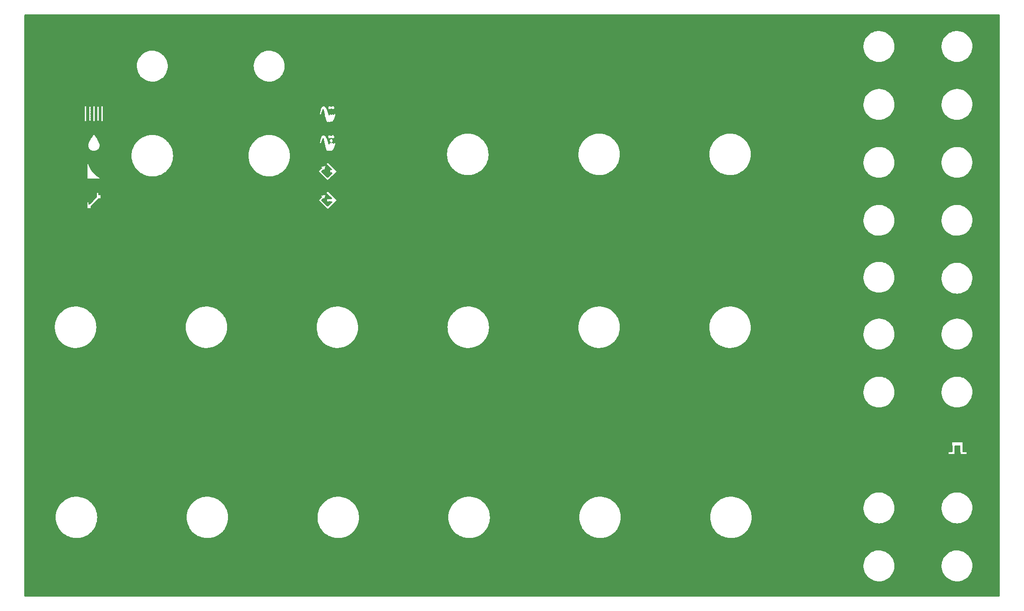
<source format=gbr>
%TF.GenerationSoftware,KiCad,Pcbnew,(6.0.10)*%
%TF.CreationDate,2023-02-08T13:12:10+00:00*%
%TF.ProjectId,frontpanel(1),66726f6e-7470-4616-9e65-6c2831292e6b,rev?*%
%TF.SameCoordinates,Original*%
%TF.FileFunction,Copper,L2,Bot*%
%TF.FilePolarity,Positive*%
%FSLAX46Y46*%
G04 Gerber Fmt 4.6, Leading zero omitted, Abs format (unit mm)*
G04 Created by KiCad (PCBNEW (6.0.10)) date 2023-02-08 13:12:10*
%MOMM*%
%LPD*%
G01*
G04 APERTURE LIST*
G04 APERTURE END LIST*
%TA.AperFunction,NonConductor*%
G36*
X246596988Y-40216702D02*
G01*
X246643481Y-40270358D01*
X246654867Y-40322700D01*
X246654867Y-149924700D01*
X246634865Y-149992821D01*
X246581209Y-150039314D01*
X246528867Y-150050700D01*
X62767253Y-150050700D01*
X62699132Y-150030698D01*
X62652639Y-149977042D01*
X62641253Y-149924700D01*
X62641253Y-144191137D01*
X220969378Y-144191137D01*
X220971199Y-144260682D01*
X220978153Y-144526255D01*
X221025388Y-144858144D01*
X221110456Y-145182404D01*
X221232230Y-145494737D01*
X221389095Y-145791005D01*
X221391145Y-145793988D01*
X221391147Y-145793991D01*
X221576916Y-146064287D01*
X221576922Y-146064294D01*
X221578973Y-146067279D01*
X221799347Y-146319898D01*
X222047296Y-146545514D01*
X222319533Y-146741136D01*
X222612450Y-146904172D01*
X222922165Y-147032460D01*
X222925659Y-147033455D01*
X222925661Y-147033456D01*
X223241071Y-147123303D01*
X223241076Y-147123304D01*
X223244572Y-147124300D01*
X223472043Y-147161550D01*
X223571818Y-147177889D01*
X223571822Y-147177889D01*
X223575398Y-147178475D01*
X223579024Y-147178646D01*
X223906632Y-147194095D01*
X223906633Y-147194095D01*
X223910259Y-147194266D01*
X223919805Y-147193615D01*
X224241085Y-147171713D01*
X224241093Y-147171712D01*
X224244716Y-147171465D01*
X224248292Y-147170802D01*
X224248294Y-147170802D01*
X224570770Y-147111035D01*
X224570774Y-147111034D01*
X224574335Y-147110374D01*
X224894748Y-147011802D01*
X225201708Y-146877056D01*
X225491147Y-146707922D01*
X225704630Y-146547634D01*
X225756320Y-146508824D01*
X225756324Y-146508821D01*
X225759227Y-146506641D01*
X226002397Y-146275882D01*
X226217432Y-146018703D01*
X226220678Y-146013762D01*
X226399495Y-145741539D01*
X226399500Y-145741530D01*
X226401482Y-145738513D01*
X226479836Y-145582724D01*
X226550482Y-145442262D01*
X226550485Y-145442254D01*
X226552109Y-145439026D01*
X226585392Y-145348075D01*
X226666067Y-145127622D01*
X226666070Y-145127612D01*
X226667315Y-145124210D01*
X226724126Y-144887572D01*
X226744726Y-144801769D01*
X226744727Y-144801765D01*
X226745573Y-144798240D01*
X226768349Y-144610033D01*
X226785511Y-144468214D01*
X226785512Y-144468207D01*
X226785847Y-144465435D01*
X226791593Y-144282600D01*
X226786529Y-144194768D01*
X226786320Y-144191137D01*
X235686411Y-144191137D01*
X235688232Y-144260682D01*
X235695186Y-144526255D01*
X235742421Y-144858144D01*
X235827489Y-145182404D01*
X235949263Y-145494737D01*
X236106128Y-145791005D01*
X236108178Y-145793988D01*
X236108180Y-145793991D01*
X236293949Y-146064287D01*
X236293955Y-146064294D01*
X236296006Y-146067279D01*
X236516380Y-146319898D01*
X236764329Y-146545514D01*
X237036566Y-146741136D01*
X237329483Y-146904172D01*
X237639198Y-147032460D01*
X237642692Y-147033455D01*
X237642694Y-147033456D01*
X237958104Y-147123303D01*
X237958109Y-147123304D01*
X237961605Y-147124300D01*
X238189076Y-147161550D01*
X238288851Y-147177889D01*
X238288855Y-147177889D01*
X238292431Y-147178475D01*
X238296057Y-147178646D01*
X238623665Y-147194095D01*
X238623666Y-147194095D01*
X238627292Y-147194266D01*
X238636838Y-147193615D01*
X238958118Y-147171713D01*
X238958126Y-147171712D01*
X238961749Y-147171465D01*
X238965325Y-147170802D01*
X238965327Y-147170802D01*
X239287803Y-147111035D01*
X239287807Y-147111034D01*
X239291368Y-147110374D01*
X239611781Y-147011802D01*
X239918741Y-146877056D01*
X240208180Y-146707922D01*
X240421663Y-146547634D01*
X240473353Y-146508824D01*
X240473357Y-146508821D01*
X240476260Y-146506641D01*
X240719430Y-146275882D01*
X240934465Y-146018703D01*
X240937711Y-146013762D01*
X241116528Y-145741539D01*
X241116533Y-145741530D01*
X241118515Y-145738513D01*
X241196869Y-145582724D01*
X241267515Y-145442262D01*
X241267518Y-145442254D01*
X241269142Y-145439026D01*
X241302425Y-145348075D01*
X241383100Y-145127622D01*
X241383103Y-145127612D01*
X241384348Y-145124210D01*
X241441159Y-144887572D01*
X241461759Y-144801769D01*
X241461760Y-144801765D01*
X241462606Y-144798240D01*
X241485382Y-144610033D01*
X241502544Y-144468214D01*
X241502545Y-144468207D01*
X241502880Y-144465435D01*
X241508626Y-144282600D01*
X241503562Y-144194768D01*
X241489538Y-143951543D01*
X241489537Y-143951538D01*
X241489329Y-143947923D01*
X241472881Y-143853682D01*
X241432316Y-143621255D01*
X241432314Y-143621248D01*
X241431692Y-143617682D01*
X241336481Y-143296254D01*
X241335057Y-143292915D01*
X241206381Y-142991238D01*
X241206379Y-142991235D01*
X241204957Y-142987900D01*
X241160469Y-142909903D01*
X241040654Y-142699846D01*
X241038863Y-142696706D01*
X240840400Y-142426532D01*
X240832132Y-142417634D01*
X240614672Y-142183620D01*
X240614670Y-142183618D01*
X240612200Y-142180960D01*
X240609446Y-142178608D01*
X240609442Y-142178604D01*
X240515929Y-142098736D01*
X240357287Y-141963243D01*
X240354284Y-141961225D01*
X240354276Y-141961219D01*
X240181259Y-141844957D01*
X240079040Y-141776269D01*
X240075831Y-141774613D01*
X240075823Y-141774608D01*
X239784366Y-141624177D01*
X239784367Y-141624177D01*
X239781146Y-141622515D01*
X239777764Y-141621237D01*
X239777755Y-141621233D01*
X239583785Y-141547938D01*
X239467555Y-141504018D01*
X239142422Y-141422350D01*
X239002836Y-141403974D01*
X238813661Y-141379068D01*
X238813653Y-141379067D01*
X238810057Y-141378594D01*
X238670182Y-141376397D01*
X238478507Y-141373385D01*
X238478503Y-141373385D01*
X238474865Y-141373328D01*
X238471251Y-141373689D01*
X238471245Y-141373689D01*
X238235679Y-141397202D01*
X238141290Y-141406623D01*
X237813752Y-141478038D01*
X237810325Y-141479211D01*
X237810319Y-141479213D01*
X237500024Y-141585451D01*
X237500019Y-141585453D01*
X237496593Y-141586626D01*
X237493325Y-141588185D01*
X237493317Y-141588188D01*
X237339053Y-141661768D01*
X237194017Y-141730947D01*
X236910034Y-141909090D01*
X236907200Y-141911360D01*
X236907195Y-141911364D01*
X236743460Y-142042541D01*
X236648408Y-142118692D01*
X236412607Y-142356975D01*
X236205756Y-142620781D01*
X236030598Y-142906614D01*
X235889453Y-143210685D01*
X235888317Y-143214121D01*
X235816505Y-143431260D01*
X235784192Y-143528964D01*
X235783456Y-143532519D01*
X235783455Y-143532522D01*
X235716946Y-143853682D01*
X235716211Y-143857232D01*
X235686411Y-144191137D01*
X226786320Y-144191137D01*
X226772505Y-143951543D01*
X226772504Y-143951538D01*
X226772296Y-143947923D01*
X226755848Y-143853682D01*
X226715283Y-143621255D01*
X226715281Y-143621248D01*
X226714659Y-143617682D01*
X226619448Y-143296254D01*
X226618024Y-143292915D01*
X226489348Y-142991238D01*
X226489346Y-142991235D01*
X226487924Y-142987900D01*
X226443436Y-142909903D01*
X226323621Y-142699846D01*
X226321830Y-142696706D01*
X226123367Y-142426532D01*
X226115099Y-142417634D01*
X225897639Y-142183620D01*
X225897637Y-142183618D01*
X225895167Y-142180960D01*
X225892413Y-142178608D01*
X225892409Y-142178604D01*
X225798896Y-142098736D01*
X225640254Y-141963243D01*
X225637251Y-141961225D01*
X225637243Y-141961219D01*
X225464226Y-141844957D01*
X225362007Y-141776269D01*
X225358798Y-141774613D01*
X225358790Y-141774608D01*
X225067333Y-141624177D01*
X225067334Y-141624177D01*
X225064113Y-141622515D01*
X225060731Y-141621237D01*
X225060722Y-141621233D01*
X224866752Y-141547938D01*
X224750522Y-141504018D01*
X224425389Y-141422350D01*
X224285803Y-141403974D01*
X224096628Y-141379068D01*
X224096620Y-141379067D01*
X224093024Y-141378594D01*
X223953149Y-141376397D01*
X223761474Y-141373385D01*
X223761470Y-141373385D01*
X223757832Y-141373328D01*
X223754218Y-141373689D01*
X223754212Y-141373689D01*
X223518646Y-141397202D01*
X223424257Y-141406623D01*
X223096719Y-141478038D01*
X223093292Y-141479211D01*
X223093286Y-141479213D01*
X222782991Y-141585451D01*
X222782986Y-141585453D01*
X222779560Y-141586626D01*
X222776292Y-141588185D01*
X222776284Y-141588188D01*
X222622020Y-141661768D01*
X222476984Y-141730947D01*
X222193001Y-141909090D01*
X222190167Y-141911360D01*
X222190162Y-141911364D01*
X222026427Y-142042541D01*
X221931375Y-142118692D01*
X221695574Y-142356975D01*
X221488723Y-142620781D01*
X221313565Y-142906614D01*
X221172420Y-143210685D01*
X221171284Y-143214121D01*
X221099472Y-143431260D01*
X221067159Y-143528964D01*
X221066423Y-143532519D01*
X221066422Y-143532522D01*
X220999913Y-143853682D01*
X220999178Y-143857232D01*
X220969378Y-144191137D01*
X62641253Y-144191137D01*
X62641253Y-135107189D01*
X68549974Y-135107189D01*
X68550124Y-135110370D01*
X68565465Y-135435671D01*
X68568620Y-135502581D01*
X68627128Y-135894064D01*
X68627914Y-135897146D01*
X68627914Y-135897148D01*
X68713918Y-136234553D01*
X68724898Y-136277631D01*
X68860929Y-136649353D01*
X69033828Y-137005426D01*
X69035500Y-137008133D01*
X69035501Y-137008135D01*
X69097828Y-137109050D01*
X69241827Y-137342204D01*
X69243759Y-137344722D01*
X69243766Y-137344732D01*
X69366068Y-137504119D01*
X69482793Y-137656238D01*
X69484975Y-137658554D01*
X69484984Y-137658564D01*
X69532551Y-137709040D01*
X69754262Y-137944313D01*
X70053452Y-138203480D01*
X70056062Y-138205315D01*
X70056068Y-138205319D01*
X70250614Y-138342048D01*
X70377301Y-138431085D01*
X70722493Y-138624798D01*
X70725407Y-138626065D01*
X70725411Y-138626067D01*
X70874607Y-138690939D01*
X71085494Y-138782635D01*
X71265173Y-138839978D01*
X71459543Y-138902010D01*
X71459551Y-138902012D01*
X71462587Y-138902981D01*
X71673193Y-138947363D01*
X71846793Y-138983946D01*
X71846798Y-138983947D01*
X71849912Y-138984603D01*
X72243502Y-139026665D01*
X72246690Y-139026682D01*
X72246695Y-139026682D01*
X72426188Y-139027622D01*
X72639327Y-139028738D01*
X72788479Y-139014376D01*
X73030171Y-138991104D01*
X73030176Y-138991103D01*
X73033336Y-138990799D01*
X73036456Y-138990176D01*
X73036460Y-138990175D01*
X73418366Y-138913863D01*
X73418365Y-138913863D01*
X73421494Y-138913238D01*
X73424530Y-138912304D01*
X73424538Y-138912302D01*
X73796785Y-138797783D01*
X73796788Y-138797782D01*
X73799827Y-138796847D01*
X73802755Y-138795610D01*
X73802761Y-138795608D01*
X73966714Y-138726351D01*
X74164461Y-138642820D01*
X74511662Y-138452732D01*
X74837877Y-138228531D01*
X74840316Y-138226463D01*
X74840322Y-138226458D01*
X75137324Y-137974582D01*
X75139765Y-137972512D01*
X75141971Y-137970220D01*
X75141977Y-137970214D01*
X75412028Y-137689588D01*
X75414235Y-137687295D01*
X75658477Y-137375802D01*
X75725684Y-137269492D01*
X75868289Y-137043914D01*
X75868293Y-137043907D01*
X75869991Y-137041221D01*
X75871408Y-137038378D01*
X75871413Y-137038370D01*
X76045190Y-136689826D01*
X76046610Y-136686978D01*
X76186526Y-136316700D01*
X76196922Y-136277631D01*
X76252665Y-136068131D01*
X76288307Y-135934178D01*
X76294239Y-135897148D01*
X76340156Y-135610474D01*
X76350911Y-135543329D01*
X76353079Y-135505740D01*
X76363257Y-135329214D01*
X76373697Y-135148154D01*
X76373792Y-135120844D01*
X76373262Y-135110370D01*
X76373101Y-135107189D01*
X93247040Y-135107189D01*
X93247190Y-135110370D01*
X93262531Y-135435671D01*
X93265686Y-135502581D01*
X93324194Y-135894064D01*
X93324980Y-135897146D01*
X93324980Y-135897148D01*
X93410984Y-136234553D01*
X93421964Y-136277631D01*
X93557995Y-136649353D01*
X93730894Y-137005426D01*
X93732566Y-137008133D01*
X93732567Y-137008135D01*
X93794894Y-137109050D01*
X93938893Y-137342204D01*
X93940825Y-137344722D01*
X93940832Y-137344732D01*
X94063134Y-137504119D01*
X94179859Y-137656238D01*
X94182041Y-137658554D01*
X94182050Y-137658564D01*
X94229617Y-137709040D01*
X94451328Y-137944313D01*
X94750518Y-138203480D01*
X94753128Y-138205315D01*
X94753134Y-138205319D01*
X94947680Y-138342048D01*
X95074367Y-138431085D01*
X95419559Y-138624798D01*
X95422473Y-138626065D01*
X95422477Y-138626067D01*
X95571673Y-138690939D01*
X95782560Y-138782635D01*
X95962239Y-138839978D01*
X96156609Y-138902010D01*
X96156617Y-138902012D01*
X96159653Y-138902981D01*
X96370259Y-138947363D01*
X96543859Y-138983946D01*
X96543864Y-138983947D01*
X96546978Y-138984603D01*
X96940568Y-139026665D01*
X96943756Y-139026682D01*
X96943761Y-139026682D01*
X97123254Y-139027622D01*
X97336393Y-139028738D01*
X97485545Y-139014376D01*
X97727237Y-138991104D01*
X97727242Y-138991103D01*
X97730402Y-138990799D01*
X97733522Y-138990176D01*
X97733526Y-138990175D01*
X98115432Y-138913863D01*
X98115431Y-138913863D01*
X98118560Y-138913238D01*
X98121596Y-138912304D01*
X98121604Y-138912302D01*
X98493851Y-138797783D01*
X98493854Y-138797782D01*
X98496893Y-138796847D01*
X98499821Y-138795610D01*
X98499827Y-138795608D01*
X98663780Y-138726351D01*
X98861527Y-138642820D01*
X99208728Y-138452732D01*
X99534943Y-138228531D01*
X99537382Y-138226463D01*
X99537388Y-138226458D01*
X99834390Y-137974582D01*
X99836831Y-137972512D01*
X99839037Y-137970220D01*
X99839043Y-137970214D01*
X100109094Y-137689588D01*
X100111301Y-137687295D01*
X100355543Y-137375802D01*
X100422750Y-137269492D01*
X100565355Y-137043914D01*
X100565359Y-137043907D01*
X100567057Y-137041221D01*
X100568474Y-137038378D01*
X100568479Y-137038370D01*
X100742256Y-136689826D01*
X100743676Y-136686978D01*
X100883592Y-136316700D01*
X100893988Y-136277631D01*
X100949731Y-136068131D01*
X100985373Y-135934178D01*
X100991305Y-135897148D01*
X101037222Y-135610474D01*
X101047977Y-135543329D01*
X101050145Y-135505740D01*
X101060323Y-135329214D01*
X101070763Y-135148154D01*
X101070858Y-135120844D01*
X101070328Y-135110370D01*
X101070167Y-135107189D01*
X117944210Y-135107189D01*
X117944360Y-135110370D01*
X117959701Y-135435671D01*
X117962856Y-135502581D01*
X118021364Y-135894064D01*
X118022150Y-135897146D01*
X118022150Y-135897148D01*
X118108154Y-136234553D01*
X118119134Y-136277631D01*
X118255165Y-136649353D01*
X118428064Y-137005426D01*
X118429736Y-137008133D01*
X118429737Y-137008135D01*
X118492064Y-137109050D01*
X118636063Y-137342204D01*
X118637995Y-137344722D01*
X118638002Y-137344732D01*
X118760304Y-137504119D01*
X118877029Y-137656238D01*
X118879211Y-137658554D01*
X118879220Y-137658564D01*
X118926787Y-137709040D01*
X119148498Y-137944313D01*
X119447688Y-138203480D01*
X119450298Y-138205315D01*
X119450304Y-138205319D01*
X119644850Y-138342048D01*
X119771537Y-138431085D01*
X120116729Y-138624798D01*
X120119643Y-138626065D01*
X120119647Y-138626067D01*
X120268843Y-138690939D01*
X120479730Y-138782635D01*
X120659409Y-138839978D01*
X120853779Y-138902010D01*
X120853787Y-138902012D01*
X120856823Y-138902981D01*
X121067429Y-138947363D01*
X121241029Y-138983946D01*
X121241034Y-138983947D01*
X121244148Y-138984603D01*
X121637738Y-139026665D01*
X121640926Y-139026682D01*
X121640931Y-139026682D01*
X121820424Y-139027622D01*
X122033563Y-139028738D01*
X122182715Y-139014376D01*
X122424407Y-138991104D01*
X122424412Y-138991103D01*
X122427572Y-138990799D01*
X122430692Y-138990176D01*
X122430696Y-138990175D01*
X122812602Y-138913863D01*
X122812601Y-138913863D01*
X122815730Y-138913238D01*
X122818766Y-138912304D01*
X122818774Y-138912302D01*
X123191021Y-138797783D01*
X123191024Y-138797782D01*
X123194063Y-138796847D01*
X123196991Y-138795610D01*
X123196997Y-138795608D01*
X123360950Y-138726351D01*
X123558697Y-138642820D01*
X123905898Y-138452732D01*
X124232113Y-138228531D01*
X124234552Y-138226463D01*
X124234558Y-138226458D01*
X124531560Y-137974582D01*
X124534001Y-137972512D01*
X124536207Y-137970220D01*
X124536213Y-137970214D01*
X124806264Y-137689588D01*
X124808471Y-137687295D01*
X125052713Y-137375802D01*
X125119920Y-137269492D01*
X125262525Y-137043914D01*
X125262529Y-137043907D01*
X125264227Y-137041221D01*
X125265644Y-137038378D01*
X125265649Y-137038370D01*
X125439426Y-136689826D01*
X125440846Y-136686978D01*
X125580762Y-136316700D01*
X125591158Y-136277631D01*
X125646901Y-136068131D01*
X125682543Y-135934178D01*
X125688475Y-135897148D01*
X125734392Y-135610474D01*
X125745147Y-135543329D01*
X125747315Y-135505740D01*
X125757493Y-135329214D01*
X125767933Y-135148154D01*
X125768028Y-135120844D01*
X125767498Y-135110370D01*
X125767337Y-135107189D01*
X142641380Y-135107189D01*
X142641530Y-135110370D01*
X142656871Y-135435671D01*
X142660026Y-135502581D01*
X142718534Y-135894064D01*
X142719320Y-135897146D01*
X142719320Y-135897148D01*
X142805324Y-136234553D01*
X142816304Y-136277631D01*
X142952335Y-136649353D01*
X143125234Y-137005426D01*
X143126906Y-137008133D01*
X143126907Y-137008135D01*
X143189234Y-137109050D01*
X143333233Y-137342204D01*
X143335165Y-137344722D01*
X143335172Y-137344732D01*
X143457474Y-137504119D01*
X143574199Y-137656238D01*
X143576381Y-137658554D01*
X143576390Y-137658564D01*
X143623957Y-137709040D01*
X143845668Y-137944313D01*
X144144858Y-138203480D01*
X144147468Y-138205315D01*
X144147474Y-138205319D01*
X144342020Y-138342048D01*
X144468707Y-138431085D01*
X144813899Y-138624798D01*
X144816813Y-138626065D01*
X144816817Y-138626067D01*
X144966013Y-138690939D01*
X145176900Y-138782635D01*
X145356579Y-138839978D01*
X145550949Y-138902010D01*
X145550957Y-138902012D01*
X145553993Y-138902981D01*
X145764599Y-138947363D01*
X145938199Y-138983946D01*
X145938204Y-138983947D01*
X145941318Y-138984603D01*
X146334908Y-139026665D01*
X146338096Y-139026682D01*
X146338101Y-139026682D01*
X146517594Y-139027622D01*
X146730733Y-139028738D01*
X146879885Y-139014376D01*
X147121577Y-138991104D01*
X147121582Y-138991103D01*
X147124742Y-138990799D01*
X147127862Y-138990176D01*
X147127866Y-138990175D01*
X147509772Y-138913863D01*
X147509771Y-138913863D01*
X147512900Y-138913238D01*
X147515936Y-138912304D01*
X147515944Y-138912302D01*
X147888191Y-138797783D01*
X147888194Y-138797782D01*
X147891233Y-138796847D01*
X147894161Y-138795610D01*
X147894167Y-138795608D01*
X148058120Y-138726351D01*
X148255867Y-138642820D01*
X148603068Y-138452732D01*
X148929283Y-138228531D01*
X148931722Y-138226463D01*
X148931728Y-138226458D01*
X149228730Y-137974582D01*
X149231171Y-137972512D01*
X149233377Y-137970220D01*
X149233383Y-137970214D01*
X149503434Y-137689588D01*
X149505641Y-137687295D01*
X149749883Y-137375802D01*
X149817090Y-137269492D01*
X149959695Y-137043914D01*
X149959699Y-137043907D01*
X149961397Y-137041221D01*
X149962814Y-137038378D01*
X149962819Y-137038370D01*
X150136596Y-136689826D01*
X150138016Y-136686978D01*
X150277932Y-136316700D01*
X150288328Y-136277631D01*
X150344071Y-136068131D01*
X150379713Y-135934178D01*
X150385645Y-135897148D01*
X150431562Y-135610474D01*
X150442317Y-135543329D01*
X150444485Y-135505740D01*
X150454663Y-135329214D01*
X150465103Y-135148154D01*
X150465198Y-135120844D01*
X150464668Y-135110370D01*
X150464507Y-135107189D01*
X167338550Y-135107189D01*
X167338700Y-135110370D01*
X167354041Y-135435671D01*
X167357196Y-135502581D01*
X167415704Y-135894064D01*
X167416490Y-135897146D01*
X167416490Y-135897148D01*
X167502494Y-136234553D01*
X167513474Y-136277631D01*
X167649505Y-136649353D01*
X167822404Y-137005426D01*
X167824076Y-137008133D01*
X167824077Y-137008135D01*
X167886404Y-137109050D01*
X168030403Y-137342204D01*
X168032335Y-137344722D01*
X168032342Y-137344732D01*
X168154644Y-137504119D01*
X168271369Y-137656238D01*
X168273551Y-137658554D01*
X168273560Y-137658564D01*
X168321127Y-137709040D01*
X168542838Y-137944313D01*
X168842028Y-138203480D01*
X168844638Y-138205315D01*
X168844644Y-138205319D01*
X169039190Y-138342048D01*
X169165877Y-138431085D01*
X169511069Y-138624798D01*
X169513983Y-138626065D01*
X169513987Y-138626067D01*
X169663183Y-138690939D01*
X169874070Y-138782635D01*
X170053749Y-138839978D01*
X170248119Y-138902010D01*
X170248127Y-138902012D01*
X170251163Y-138902981D01*
X170461769Y-138947363D01*
X170635369Y-138983946D01*
X170635374Y-138983947D01*
X170638488Y-138984603D01*
X171032078Y-139026665D01*
X171035266Y-139026682D01*
X171035271Y-139026682D01*
X171214764Y-139027622D01*
X171427903Y-139028738D01*
X171577055Y-139014376D01*
X171818747Y-138991104D01*
X171818752Y-138991103D01*
X171821912Y-138990799D01*
X171825032Y-138990176D01*
X171825036Y-138990175D01*
X172206942Y-138913863D01*
X172206941Y-138913863D01*
X172210070Y-138913238D01*
X172213106Y-138912304D01*
X172213114Y-138912302D01*
X172585361Y-138797783D01*
X172585364Y-138797782D01*
X172588403Y-138796847D01*
X172591331Y-138795610D01*
X172591337Y-138795608D01*
X172755290Y-138726351D01*
X172953037Y-138642820D01*
X173300238Y-138452732D01*
X173626453Y-138228531D01*
X173628892Y-138226463D01*
X173628898Y-138226458D01*
X173925900Y-137974582D01*
X173928341Y-137972512D01*
X173930547Y-137970220D01*
X173930553Y-137970214D01*
X174200604Y-137689588D01*
X174202811Y-137687295D01*
X174447053Y-137375802D01*
X174514260Y-137269492D01*
X174656865Y-137043914D01*
X174656869Y-137043907D01*
X174658567Y-137041221D01*
X174659984Y-137038378D01*
X174659989Y-137038370D01*
X174833766Y-136689826D01*
X174835186Y-136686978D01*
X174975102Y-136316700D01*
X174985498Y-136277631D01*
X175041241Y-136068131D01*
X175076883Y-135934178D01*
X175082815Y-135897148D01*
X175128732Y-135610474D01*
X175139487Y-135543329D01*
X175141655Y-135505740D01*
X175151833Y-135329214D01*
X175162273Y-135148154D01*
X175162368Y-135120844D01*
X175161838Y-135110370D01*
X175161677Y-135107189D01*
X192035722Y-135107189D01*
X192035872Y-135110370D01*
X192051213Y-135435671D01*
X192054368Y-135502581D01*
X192112876Y-135894064D01*
X192113662Y-135897146D01*
X192113662Y-135897148D01*
X192199666Y-136234553D01*
X192210646Y-136277631D01*
X192346677Y-136649353D01*
X192519576Y-137005426D01*
X192521248Y-137008133D01*
X192521249Y-137008135D01*
X192583576Y-137109050D01*
X192727575Y-137342204D01*
X192729507Y-137344722D01*
X192729514Y-137344732D01*
X192851816Y-137504119D01*
X192968541Y-137656238D01*
X192970723Y-137658554D01*
X192970732Y-137658564D01*
X193018299Y-137709040D01*
X193240010Y-137944313D01*
X193539200Y-138203480D01*
X193541810Y-138205315D01*
X193541816Y-138205319D01*
X193736362Y-138342048D01*
X193863049Y-138431085D01*
X194208241Y-138624798D01*
X194211155Y-138626065D01*
X194211159Y-138626067D01*
X194360355Y-138690939D01*
X194571242Y-138782635D01*
X194750921Y-138839978D01*
X194945291Y-138902010D01*
X194945299Y-138902012D01*
X194948335Y-138902981D01*
X195158941Y-138947363D01*
X195332541Y-138983946D01*
X195332546Y-138983947D01*
X195335660Y-138984603D01*
X195729250Y-139026665D01*
X195732438Y-139026682D01*
X195732443Y-139026682D01*
X195911936Y-139027622D01*
X196125075Y-139028738D01*
X196274227Y-139014376D01*
X196515919Y-138991104D01*
X196515924Y-138991103D01*
X196519084Y-138990799D01*
X196522204Y-138990176D01*
X196522208Y-138990175D01*
X196904114Y-138913863D01*
X196904113Y-138913863D01*
X196907242Y-138913238D01*
X196910278Y-138912304D01*
X196910286Y-138912302D01*
X197282533Y-138797783D01*
X197282536Y-138797782D01*
X197285575Y-138796847D01*
X197288503Y-138795610D01*
X197288509Y-138795608D01*
X197452462Y-138726351D01*
X197650209Y-138642820D01*
X197997410Y-138452732D01*
X198323625Y-138228531D01*
X198326064Y-138226463D01*
X198326070Y-138226458D01*
X198623072Y-137974582D01*
X198625513Y-137972512D01*
X198627719Y-137970220D01*
X198627725Y-137970214D01*
X198897776Y-137689588D01*
X198899983Y-137687295D01*
X199144225Y-137375802D01*
X199211432Y-137269492D01*
X199354037Y-137043914D01*
X199354041Y-137043907D01*
X199355739Y-137041221D01*
X199357156Y-137038378D01*
X199357161Y-137038370D01*
X199530938Y-136689826D01*
X199532358Y-136686978D01*
X199672274Y-136316700D01*
X199682670Y-136277631D01*
X199738413Y-136068131D01*
X199774055Y-135934178D01*
X199779987Y-135897148D01*
X199825904Y-135610474D01*
X199836659Y-135543329D01*
X199838827Y-135505740D01*
X199849005Y-135329214D01*
X199859445Y-135148154D01*
X199859540Y-135120844D01*
X199859010Y-135110370D01*
X199839675Y-134728693D01*
X199839674Y-134728688D01*
X199839514Y-134725520D01*
X199805290Y-134501866D01*
X199780124Y-134337403D01*
X199780122Y-134337394D01*
X199779640Y-134334243D01*
X199741573Y-134187050D01*
X199681329Y-133954100D01*
X199681326Y-133954092D01*
X199680532Y-133951020D01*
X199679427Y-133948032D01*
X199544313Y-133582771D01*
X199544310Y-133582765D01*
X199543204Y-133579774D01*
X199383597Y-133253977D01*
X220969378Y-133253977D01*
X220969473Y-133257607D01*
X220969473Y-133257608D01*
X220971199Y-133323522D01*
X220977581Y-133567233D01*
X220978153Y-133589095D01*
X221025388Y-133920984D01*
X221110456Y-134245244D01*
X221232230Y-134557577D01*
X221233927Y-134560782D01*
X221347910Y-134776059D01*
X221389095Y-134853845D01*
X221391145Y-134856828D01*
X221391147Y-134856831D01*
X221576916Y-135127127D01*
X221576922Y-135127134D01*
X221578973Y-135130119D01*
X221799347Y-135382738D01*
X222047296Y-135608354D01*
X222319533Y-135803976D01*
X222612450Y-135967012D01*
X222922165Y-136095300D01*
X222925659Y-136096295D01*
X222925661Y-136096296D01*
X223241071Y-136186143D01*
X223241076Y-136186144D01*
X223244572Y-136187140D01*
X223440503Y-136219225D01*
X223571818Y-136240729D01*
X223571822Y-136240729D01*
X223575398Y-136241315D01*
X223579024Y-136241486D01*
X223906632Y-136256935D01*
X223906633Y-136256935D01*
X223910259Y-136257106D01*
X223919805Y-136256455D01*
X224241085Y-136234553D01*
X224241093Y-136234552D01*
X224244716Y-136234305D01*
X224248292Y-136233642D01*
X224248294Y-136233642D01*
X224570770Y-136173875D01*
X224570774Y-136173874D01*
X224574335Y-136173214D01*
X224894748Y-136074642D01*
X225201708Y-135939896D01*
X225491147Y-135770762D01*
X225494056Y-135768578D01*
X225756320Y-135571664D01*
X225756324Y-135571661D01*
X225759227Y-135569481D01*
X226002397Y-135338722D01*
X226217432Y-135081543D01*
X226220678Y-135076602D01*
X226399495Y-134804379D01*
X226399500Y-134804370D01*
X226401482Y-134801353D01*
X226479836Y-134645564D01*
X226550482Y-134505102D01*
X226550485Y-134505094D01*
X226552109Y-134501866D01*
X226617188Y-134324030D01*
X226666067Y-134190462D01*
X226666070Y-134190452D01*
X226667315Y-134187050D01*
X226727821Y-133935023D01*
X226744726Y-133864609D01*
X226744727Y-133864605D01*
X226745573Y-133861080D01*
X226768349Y-133672873D01*
X226785511Y-133531054D01*
X226785512Y-133531047D01*
X226785847Y-133528275D01*
X226791593Y-133345440D01*
X226786529Y-133257608D01*
X226786320Y-133253977D01*
X235686411Y-133253977D01*
X235686506Y-133257607D01*
X235686506Y-133257608D01*
X235688232Y-133323522D01*
X235694614Y-133567233D01*
X235695186Y-133589095D01*
X235742421Y-133920984D01*
X235827489Y-134245244D01*
X235949263Y-134557577D01*
X235950960Y-134560782D01*
X236064943Y-134776059D01*
X236106128Y-134853845D01*
X236108178Y-134856828D01*
X236108180Y-134856831D01*
X236293949Y-135127127D01*
X236293955Y-135127134D01*
X236296006Y-135130119D01*
X236516380Y-135382738D01*
X236764329Y-135608354D01*
X237036566Y-135803976D01*
X237329483Y-135967012D01*
X237639198Y-136095300D01*
X237642692Y-136096295D01*
X237642694Y-136096296D01*
X237958104Y-136186143D01*
X237958109Y-136186144D01*
X237961605Y-136187140D01*
X238157536Y-136219225D01*
X238288851Y-136240729D01*
X238288855Y-136240729D01*
X238292431Y-136241315D01*
X238296057Y-136241486D01*
X238623665Y-136256935D01*
X238623666Y-136256935D01*
X238627292Y-136257106D01*
X238636838Y-136256455D01*
X238958118Y-136234553D01*
X238958126Y-136234552D01*
X238961749Y-136234305D01*
X238965325Y-136233642D01*
X238965327Y-136233642D01*
X239287803Y-136173875D01*
X239287807Y-136173874D01*
X239291368Y-136173214D01*
X239611781Y-136074642D01*
X239918741Y-135939896D01*
X240208180Y-135770762D01*
X240211089Y-135768578D01*
X240473353Y-135571664D01*
X240473357Y-135571661D01*
X240476260Y-135569481D01*
X240719430Y-135338722D01*
X240934465Y-135081543D01*
X240937711Y-135076602D01*
X241116528Y-134804379D01*
X241116533Y-134804370D01*
X241118515Y-134801353D01*
X241196869Y-134645564D01*
X241267515Y-134505102D01*
X241267518Y-134505094D01*
X241269142Y-134501866D01*
X241334221Y-134324030D01*
X241383100Y-134190462D01*
X241383103Y-134190452D01*
X241384348Y-134187050D01*
X241444854Y-133935023D01*
X241461759Y-133864609D01*
X241461760Y-133864605D01*
X241462606Y-133861080D01*
X241485382Y-133672873D01*
X241502544Y-133531054D01*
X241502545Y-133531047D01*
X241502880Y-133528275D01*
X241508626Y-133345440D01*
X241503562Y-133257608D01*
X241489538Y-133014383D01*
X241489537Y-133014378D01*
X241489329Y-133010763D01*
X241472881Y-132916522D01*
X241432316Y-132684095D01*
X241432314Y-132684088D01*
X241431692Y-132680522D01*
X241336481Y-132359094D01*
X241306132Y-132287941D01*
X241206381Y-132054078D01*
X241206379Y-132054075D01*
X241204957Y-132050740D01*
X241193025Y-132029820D01*
X241040654Y-131762686D01*
X241038863Y-131759546D01*
X240840400Y-131489372D01*
X240832132Y-131480474D01*
X240614672Y-131246460D01*
X240614670Y-131246458D01*
X240612200Y-131243800D01*
X240609446Y-131241448D01*
X240609442Y-131241444D01*
X240515929Y-131161576D01*
X240357287Y-131026083D01*
X240354284Y-131024065D01*
X240354276Y-131024059D01*
X240181259Y-130907797D01*
X240079040Y-130839109D01*
X240075831Y-130837453D01*
X240075823Y-130837448D01*
X239784366Y-130687017D01*
X239784367Y-130687017D01*
X239781146Y-130685355D01*
X239777764Y-130684077D01*
X239777755Y-130684073D01*
X239583785Y-130610778D01*
X239467555Y-130566858D01*
X239142422Y-130485190D01*
X239002836Y-130466814D01*
X238813661Y-130441908D01*
X238813653Y-130441907D01*
X238810057Y-130441434D01*
X238670182Y-130439237D01*
X238478507Y-130436225D01*
X238478503Y-130436225D01*
X238474865Y-130436168D01*
X238471251Y-130436529D01*
X238471245Y-130436529D01*
X238235679Y-130460042D01*
X238141290Y-130469463D01*
X237813752Y-130540878D01*
X237810325Y-130542051D01*
X237810319Y-130542053D01*
X237500024Y-130648291D01*
X237500019Y-130648293D01*
X237496593Y-130649466D01*
X237493325Y-130651025D01*
X237493317Y-130651028D01*
X237339053Y-130724608D01*
X237194017Y-130793787D01*
X236910034Y-130971930D01*
X236907200Y-130974200D01*
X236907195Y-130974204D01*
X236743460Y-131105381D01*
X236648408Y-131181532D01*
X236412607Y-131419815D01*
X236205756Y-131683621D01*
X236030598Y-131969454D01*
X236029073Y-131972739D01*
X236029071Y-131972743D01*
X235994329Y-132047589D01*
X235889453Y-132273525D01*
X235883919Y-132290258D01*
X235788894Y-132577588D01*
X235784192Y-132591804D01*
X235783456Y-132595359D01*
X235783455Y-132595362D01*
X235716946Y-132916522D01*
X235716211Y-132920072D01*
X235686411Y-133253977D01*
X226786320Y-133253977D01*
X226772505Y-133014383D01*
X226772504Y-133014378D01*
X226772296Y-133010763D01*
X226755848Y-132916522D01*
X226715283Y-132684095D01*
X226715281Y-132684088D01*
X226714659Y-132680522D01*
X226619448Y-132359094D01*
X226589099Y-132287941D01*
X226489348Y-132054078D01*
X226489346Y-132054075D01*
X226487924Y-132050740D01*
X226475992Y-132029820D01*
X226323621Y-131762686D01*
X226321830Y-131759546D01*
X226123367Y-131489372D01*
X226115099Y-131480474D01*
X225897639Y-131246460D01*
X225897637Y-131246458D01*
X225895167Y-131243800D01*
X225892413Y-131241448D01*
X225892409Y-131241444D01*
X225798896Y-131161576D01*
X225640254Y-131026083D01*
X225637251Y-131024065D01*
X225637243Y-131024059D01*
X225464226Y-130907797D01*
X225362007Y-130839109D01*
X225358798Y-130837453D01*
X225358790Y-130837448D01*
X225067333Y-130687017D01*
X225067334Y-130687017D01*
X225064113Y-130685355D01*
X225060731Y-130684077D01*
X225060722Y-130684073D01*
X224866752Y-130610778D01*
X224750522Y-130566858D01*
X224425389Y-130485190D01*
X224285803Y-130466814D01*
X224096628Y-130441908D01*
X224096620Y-130441907D01*
X224093024Y-130441434D01*
X223953149Y-130439237D01*
X223761474Y-130436225D01*
X223761470Y-130436225D01*
X223757832Y-130436168D01*
X223754218Y-130436529D01*
X223754212Y-130436529D01*
X223518646Y-130460042D01*
X223424257Y-130469463D01*
X223096719Y-130540878D01*
X223093292Y-130542051D01*
X223093286Y-130542053D01*
X222782991Y-130648291D01*
X222782986Y-130648293D01*
X222779560Y-130649466D01*
X222776292Y-130651025D01*
X222776284Y-130651028D01*
X222622020Y-130724608D01*
X222476984Y-130793787D01*
X222193001Y-130971930D01*
X222190167Y-130974200D01*
X222190162Y-130974204D01*
X222026427Y-131105381D01*
X221931375Y-131181532D01*
X221695574Y-131419815D01*
X221488723Y-131683621D01*
X221313565Y-131969454D01*
X221312040Y-131972739D01*
X221312038Y-131972743D01*
X221277296Y-132047589D01*
X221172420Y-132273525D01*
X221166886Y-132290258D01*
X221071861Y-132577588D01*
X221067159Y-132591804D01*
X221066423Y-132595359D01*
X221066422Y-132595362D01*
X220999913Y-132916522D01*
X220999178Y-132920072D01*
X220969378Y-133253977D01*
X199383597Y-133253977D01*
X199369062Y-133224307D01*
X199363417Y-133215237D01*
X199233921Y-133007194D01*
X199159890Y-132888258D01*
X198917828Y-132575067D01*
X198695502Y-132340784D01*
X198647555Y-132290258D01*
X198647552Y-132290256D01*
X198645356Y-132287941D01*
X198551214Y-132206966D01*
X198347678Y-132031897D01*
X198347675Y-132031895D01*
X198345263Y-132029820D01*
X198020621Y-131803347D01*
X197674755Y-131610840D01*
X197671835Y-131609582D01*
X197671830Y-131609580D01*
X197314139Y-131455534D01*
X197314129Y-131455530D01*
X197311205Y-131454271D01*
X196933694Y-131335242D01*
X196553317Y-131256470D01*
X196549213Y-131255620D01*
X196549210Y-131255620D01*
X196546088Y-131254973D01*
X196244008Y-131223756D01*
X196155509Y-131214610D01*
X196155506Y-131214610D01*
X196152353Y-131214284D01*
X196149186Y-131214278D01*
X196149177Y-131214278D01*
X195954065Y-131213938D01*
X195756523Y-131213593D01*
X195600557Y-131229161D01*
X195365822Y-131252590D01*
X195365816Y-131252591D01*
X195362649Y-131252907D01*
X195162469Y-131293634D01*
X194977889Y-131331187D01*
X194977885Y-131331188D01*
X194974764Y-131331823D01*
X194971722Y-131332770D01*
X194971716Y-131332772D01*
X194856153Y-131368766D01*
X194596840Y-131449533D01*
X194593900Y-131450787D01*
X194235683Y-131603580D01*
X194235679Y-131603582D01*
X194232746Y-131604833D01*
X194229959Y-131606372D01*
X194229958Y-131606372D01*
X194193147Y-131626693D01*
X193886210Y-131796131D01*
X193883589Y-131797946D01*
X193883584Y-131797949D01*
X193873813Y-131804715D01*
X193560779Y-132021470D01*
X193259787Y-132278541D01*
X193257587Y-132280843D01*
X193257584Y-132280846D01*
X193140747Y-132403109D01*
X192986314Y-132564714D01*
X192984357Y-132567227D01*
X192984356Y-132567229D01*
X192816723Y-132782564D01*
X192743161Y-132877058D01*
X192741465Y-132879762D01*
X192741462Y-132879766D01*
X192736135Y-132888258D01*
X192532817Y-133212376D01*
X192357435Y-133567233D01*
X192356321Y-133570214D01*
X192356320Y-133570215D01*
X192342277Y-133607775D01*
X192218812Y-133937997D01*
X192118367Y-134320872D01*
X192117874Y-134324021D01*
X192117872Y-134324030D01*
X192095487Y-134466979D01*
X192057128Y-134711937D01*
X192056957Y-134715103D01*
X192056956Y-134715108D01*
X192052285Y-134801353D01*
X192037321Y-135077658D01*
X192035722Y-135107189D01*
X175161677Y-135107189D01*
X175142503Y-134728693D01*
X175142502Y-134728688D01*
X175142342Y-134725520D01*
X175108118Y-134501866D01*
X175082952Y-134337403D01*
X175082950Y-134337394D01*
X175082468Y-134334243D01*
X175044401Y-134187050D01*
X174984157Y-133954100D01*
X174984154Y-133954092D01*
X174983360Y-133951020D01*
X174982255Y-133948032D01*
X174847141Y-133582771D01*
X174847138Y-133582765D01*
X174846032Y-133579774D01*
X174671890Y-133224307D01*
X174666245Y-133215237D01*
X174536749Y-133007194D01*
X174462718Y-132888258D01*
X174220656Y-132575067D01*
X173998330Y-132340784D01*
X173950383Y-132290258D01*
X173950380Y-132290256D01*
X173948184Y-132287941D01*
X173854042Y-132206966D01*
X173650506Y-132031897D01*
X173650503Y-132031895D01*
X173648091Y-132029820D01*
X173323449Y-131803347D01*
X172977583Y-131610840D01*
X172974663Y-131609582D01*
X172974658Y-131609580D01*
X172616967Y-131455534D01*
X172616957Y-131455530D01*
X172614033Y-131454271D01*
X172236522Y-131335242D01*
X171856145Y-131256470D01*
X171852041Y-131255620D01*
X171852038Y-131255620D01*
X171848916Y-131254973D01*
X171546836Y-131223756D01*
X171458337Y-131214610D01*
X171458334Y-131214610D01*
X171455181Y-131214284D01*
X171452014Y-131214278D01*
X171452005Y-131214278D01*
X171256893Y-131213938D01*
X171059351Y-131213593D01*
X170903385Y-131229161D01*
X170668650Y-131252590D01*
X170668644Y-131252591D01*
X170665477Y-131252907D01*
X170465297Y-131293634D01*
X170280717Y-131331187D01*
X170280713Y-131331188D01*
X170277592Y-131331823D01*
X170274550Y-131332770D01*
X170274544Y-131332772D01*
X170158981Y-131368766D01*
X169899668Y-131449533D01*
X169896728Y-131450787D01*
X169538511Y-131603580D01*
X169538507Y-131603582D01*
X169535574Y-131604833D01*
X169532787Y-131606372D01*
X169532786Y-131606372D01*
X169495975Y-131626693D01*
X169189038Y-131796131D01*
X169186417Y-131797946D01*
X169186412Y-131797949D01*
X169176641Y-131804715D01*
X168863607Y-132021470D01*
X168562615Y-132278541D01*
X168560415Y-132280843D01*
X168560412Y-132280846D01*
X168443575Y-132403109D01*
X168289142Y-132564714D01*
X168287185Y-132567227D01*
X168287184Y-132567229D01*
X168119551Y-132782564D01*
X168045989Y-132877058D01*
X168044293Y-132879762D01*
X168044290Y-132879766D01*
X168038963Y-132888258D01*
X167835645Y-133212376D01*
X167660263Y-133567233D01*
X167659149Y-133570214D01*
X167659148Y-133570215D01*
X167645105Y-133607775D01*
X167521640Y-133937997D01*
X167421195Y-134320872D01*
X167420702Y-134324021D01*
X167420700Y-134324030D01*
X167398315Y-134466979D01*
X167359956Y-134711937D01*
X167359785Y-134715103D01*
X167359784Y-134715108D01*
X167355113Y-134801353D01*
X167340149Y-135077658D01*
X167338550Y-135107189D01*
X150464507Y-135107189D01*
X150445333Y-134728693D01*
X150445332Y-134728688D01*
X150445172Y-134725520D01*
X150410948Y-134501866D01*
X150385782Y-134337403D01*
X150385780Y-134337394D01*
X150385298Y-134334243D01*
X150347231Y-134187050D01*
X150286987Y-133954100D01*
X150286984Y-133954092D01*
X150286190Y-133951020D01*
X150285085Y-133948032D01*
X150149971Y-133582771D01*
X150149968Y-133582765D01*
X150148862Y-133579774D01*
X149974720Y-133224307D01*
X149969075Y-133215237D01*
X149839579Y-133007194D01*
X149765548Y-132888258D01*
X149523486Y-132575067D01*
X149301160Y-132340784D01*
X149253213Y-132290258D01*
X149253210Y-132290256D01*
X149251014Y-132287941D01*
X149156872Y-132206966D01*
X148953336Y-132031897D01*
X148953333Y-132031895D01*
X148950921Y-132029820D01*
X148626279Y-131803347D01*
X148280413Y-131610840D01*
X148277493Y-131609582D01*
X148277488Y-131609580D01*
X147919797Y-131455534D01*
X147919787Y-131455530D01*
X147916863Y-131454271D01*
X147539352Y-131335242D01*
X147158975Y-131256470D01*
X147154871Y-131255620D01*
X147154868Y-131255620D01*
X147151746Y-131254973D01*
X146849666Y-131223756D01*
X146761167Y-131214610D01*
X146761164Y-131214610D01*
X146758011Y-131214284D01*
X146754844Y-131214278D01*
X146754835Y-131214278D01*
X146559723Y-131213938D01*
X146362181Y-131213593D01*
X146206215Y-131229161D01*
X145971480Y-131252590D01*
X145971474Y-131252591D01*
X145968307Y-131252907D01*
X145768127Y-131293634D01*
X145583547Y-131331187D01*
X145583543Y-131331188D01*
X145580422Y-131331823D01*
X145577380Y-131332770D01*
X145577374Y-131332772D01*
X145461811Y-131368766D01*
X145202498Y-131449533D01*
X145199558Y-131450787D01*
X144841341Y-131603580D01*
X144841337Y-131603582D01*
X144838404Y-131604833D01*
X144835617Y-131606372D01*
X144835616Y-131606372D01*
X144798805Y-131626693D01*
X144491868Y-131796131D01*
X144489247Y-131797946D01*
X144489242Y-131797949D01*
X144479471Y-131804715D01*
X144166437Y-132021470D01*
X143865445Y-132278541D01*
X143863245Y-132280843D01*
X143863242Y-132280846D01*
X143746405Y-132403109D01*
X143591972Y-132564714D01*
X143590015Y-132567227D01*
X143590014Y-132567229D01*
X143422381Y-132782564D01*
X143348819Y-132877058D01*
X143347123Y-132879762D01*
X143347120Y-132879766D01*
X143341793Y-132888258D01*
X143138475Y-133212376D01*
X142963093Y-133567233D01*
X142961979Y-133570214D01*
X142961978Y-133570215D01*
X142947935Y-133607775D01*
X142824470Y-133937997D01*
X142724025Y-134320872D01*
X142723532Y-134324021D01*
X142723530Y-134324030D01*
X142701145Y-134466979D01*
X142662786Y-134711937D01*
X142662615Y-134715103D01*
X142662614Y-134715108D01*
X142657943Y-134801353D01*
X142642979Y-135077658D01*
X142641380Y-135107189D01*
X125767337Y-135107189D01*
X125748163Y-134728693D01*
X125748162Y-134728688D01*
X125748002Y-134725520D01*
X125713778Y-134501866D01*
X125688612Y-134337403D01*
X125688610Y-134337394D01*
X125688128Y-134334243D01*
X125650061Y-134187050D01*
X125589817Y-133954100D01*
X125589814Y-133954092D01*
X125589020Y-133951020D01*
X125587915Y-133948032D01*
X125452801Y-133582771D01*
X125452798Y-133582765D01*
X125451692Y-133579774D01*
X125277550Y-133224307D01*
X125271905Y-133215237D01*
X125142409Y-133007194D01*
X125068378Y-132888258D01*
X124826316Y-132575067D01*
X124603990Y-132340784D01*
X124556043Y-132290258D01*
X124556040Y-132290256D01*
X124553844Y-132287941D01*
X124459702Y-132206966D01*
X124256166Y-132031897D01*
X124256163Y-132031895D01*
X124253751Y-132029820D01*
X123929109Y-131803347D01*
X123583243Y-131610840D01*
X123580323Y-131609582D01*
X123580318Y-131609580D01*
X123222627Y-131455534D01*
X123222617Y-131455530D01*
X123219693Y-131454271D01*
X122842182Y-131335242D01*
X122461805Y-131256470D01*
X122457701Y-131255620D01*
X122457698Y-131255620D01*
X122454576Y-131254973D01*
X122152496Y-131223756D01*
X122063997Y-131214610D01*
X122063994Y-131214610D01*
X122060841Y-131214284D01*
X122057674Y-131214278D01*
X122057665Y-131214278D01*
X121862553Y-131213938D01*
X121665011Y-131213593D01*
X121509045Y-131229161D01*
X121274310Y-131252590D01*
X121274304Y-131252591D01*
X121271137Y-131252907D01*
X121070957Y-131293634D01*
X120886377Y-131331187D01*
X120886373Y-131331188D01*
X120883252Y-131331823D01*
X120880210Y-131332770D01*
X120880204Y-131332772D01*
X120764641Y-131368766D01*
X120505328Y-131449533D01*
X120502388Y-131450787D01*
X120144171Y-131603580D01*
X120144167Y-131603582D01*
X120141234Y-131604833D01*
X120138447Y-131606372D01*
X120138446Y-131606372D01*
X120101635Y-131626693D01*
X119794698Y-131796131D01*
X119792077Y-131797946D01*
X119792072Y-131797949D01*
X119782301Y-131804715D01*
X119469267Y-132021470D01*
X119168275Y-132278541D01*
X119166075Y-132280843D01*
X119166072Y-132280846D01*
X119049235Y-132403109D01*
X118894802Y-132564714D01*
X118892845Y-132567227D01*
X118892844Y-132567229D01*
X118725211Y-132782564D01*
X118651649Y-132877058D01*
X118649953Y-132879762D01*
X118649950Y-132879766D01*
X118644623Y-132888258D01*
X118441305Y-133212376D01*
X118265923Y-133567233D01*
X118264809Y-133570214D01*
X118264808Y-133570215D01*
X118250765Y-133607775D01*
X118127300Y-133937997D01*
X118026855Y-134320872D01*
X118026362Y-134324021D01*
X118026360Y-134324030D01*
X118003975Y-134466979D01*
X117965616Y-134711937D01*
X117965445Y-134715103D01*
X117965444Y-134715108D01*
X117960773Y-134801353D01*
X117945809Y-135077658D01*
X117944210Y-135107189D01*
X101070167Y-135107189D01*
X101050993Y-134728693D01*
X101050992Y-134728688D01*
X101050832Y-134725520D01*
X101016608Y-134501866D01*
X100991442Y-134337403D01*
X100991440Y-134337394D01*
X100990958Y-134334243D01*
X100952891Y-134187050D01*
X100892647Y-133954100D01*
X100892644Y-133954092D01*
X100891850Y-133951020D01*
X100890745Y-133948032D01*
X100755631Y-133582771D01*
X100755628Y-133582765D01*
X100754522Y-133579774D01*
X100580380Y-133224307D01*
X100574735Y-133215237D01*
X100445239Y-133007194D01*
X100371208Y-132888258D01*
X100129146Y-132575067D01*
X99906820Y-132340784D01*
X99858873Y-132290258D01*
X99858870Y-132290256D01*
X99856674Y-132287941D01*
X99762532Y-132206966D01*
X99558996Y-132031897D01*
X99558993Y-132031895D01*
X99556581Y-132029820D01*
X99231939Y-131803347D01*
X98886073Y-131610840D01*
X98883153Y-131609582D01*
X98883148Y-131609580D01*
X98525457Y-131455534D01*
X98525447Y-131455530D01*
X98522523Y-131454271D01*
X98145012Y-131335242D01*
X97764635Y-131256470D01*
X97760531Y-131255620D01*
X97760528Y-131255620D01*
X97757406Y-131254973D01*
X97455326Y-131223756D01*
X97366827Y-131214610D01*
X97366824Y-131214610D01*
X97363671Y-131214284D01*
X97360504Y-131214278D01*
X97360495Y-131214278D01*
X97165383Y-131213938D01*
X96967841Y-131213593D01*
X96811875Y-131229161D01*
X96577140Y-131252590D01*
X96577134Y-131252591D01*
X96573967Y-131252907D01*
X96373787Y-131293634D01*
X96189207Y-131331187D01*
X96189203Y-131331188D01*
X96186082Y-131331823D01*
X96183040Y-131332770D01*
X96183034Y-131332772D01*
X96067471Y-131368766D01*
X95808158Y-131449533D01*
X95805218Y-131450787D01*
X95447001Y-131603580D01*
X95446997Y-131603582D01*
X95444064Y-131604833D01*
X95441277Y-131606372D01*
X95441276Y-131606372D01*
X95404465Y-131626693D01*
X95097528Y-131796131D01*
X95094907Y-131797946D01*
X95094902Y-131797949D01*
X95085131Y-131804715D01*
X94772097Y-132021470D01*
X94471105Y-132278541D01*
X94468905Y-132280843D01*
X94468902Y-132280846D01*
X94352065Y-132403109D01*
X94197632Y-132564714D01*
X94195675Y-132567227D01*
X94195674Y-132567229D01*
X94028041Y-132782564D01*
X93954479Y-132877058D01*
X93952783Y-132879762D01*
X93952780Y-132879766D01*
X93947453Y-132888258D01*
X93744135Y-133212376D01*
X93568753Y-133567233D01*
X93567639Y-133570214D01*
X93567638Y-133570215D01*
X93553595Y-133607775D01*
X93430130Y-133937997D01*
X93329685Y-134320872D01*
X93329192Y-134324021D01*
X93329190Y-134324030D01*
X93306805Y-134466979D01*
X93268446Y-134711937D01*
X93268275Y-134715103D01*
X93268274Y-134715108D01*
X93263603Y-134801353D01*
X93248639Y-135077658D01*
X93247040Y-135107189D01*
X76373101Y-135107189D01*
X76353927Y-134728693D01*
X76353926Y-134728688D01*
X76353766Y-134725520D01*
X76319542Y-134501866D01*
X76294376Y-134337403D01*
X76294374Y-134337394D01*
X76293892Y-134334243D01*
X76255825Y-134187050D01*
X76195581Y-133954100D01*
X76195578Y-133954092D01*
X76194784Y-133951020D01*
X76193679Y-133948032D01*
X76058565Y-133582771D01*
X76058562Y-133582765D01*
X76057456Y-133579774D01*
X75883314Y-133224307D01*
X75877669Y-133215237D01*
X75748173Y-133007194D01*
X75674142Y-132888258D01*
X75432080Y-132575067D01*
X75209754Y-132340784D01*
X75161807Y-132290258D01*
X75161804Y-132290256D01*
X75159608Y-132287941D01*
X75065466Y-132206966D01*
X74861930Y-132031897D01*
X74861927Y-132031895D01*
X74859515Y-132029820D01*
X74534873Y-131803347D01*
X74189007Y-131610840D01*
X74186087Y-131609582D01*
X74186082Y-131609580D01*
X73828391Y-131455534D01*
X73828381Y-131455530D01*
X73825457Y-131454271D01*
X73447946Y-131335242D01*
X73067569Y-131256470D01*
X73063465Y-131255620D01*
X73063462Y-131255620D01*
X73060340Y-131254973D01*
X72758260Y-131223756D01*
X72669761Y-131214610D01*
X72669758Y-131214610D01*
X72666605Y-131214284D01*
X72663438Y-131214278D01*
X72663429Y-131214278D01*
X72468317Y-131213938D01*
X72270775Y-131213593D01*
X72114809Y-131229161D01*
X71880074Y-131252590D01*
X71880068Y-131252591D01*
X71876901Y-131252907D01*
X71676721Y-131293634D01*
X71492141Y-131331187D01*
X71492137Y-131331188D01*
X71489016Y-131331823D01*
X71485974Y-131332770D01*
X71485968Y-131332772D01*
X71370405Y-131368766D01*
X71111092Y-131449533D01*
X71108152Y-131450787D01*
X70749935Y-131603580D01*
X70749931Y-131603582D01*
X70746998Y-131604833D01*
X70744211Y-131606372D01*
X70744210Y-131606372D01*
X70707399Y-131626693D01*
X70400462Y-131796131D01*
X70397841Y-131797946D01*
X70397836Y-131797949D01*
X70388065Y-131804715D01*
X70075031Y-132021470D01*
X69774039Y-132278541D01*
X69771839Y-132280843D01*
X69771836Y-132280846D01*
X69654999Y-132403109D01*
X69500566Y-132564714D01*
X69498609Y-132567227D01*
X69498608Y-132567229D01*
X69330975Y-132782564D01*
X69257413Y-132877058D01*
X69255717Y-132879762D01*
X69255714Y-132879766D01*
X69250387Y-132888258D01*
X69047069Y-133212376D01*
X68871687Y-133567233D01*
X68870573Y-133570214D01*
X68870572Y-133570215D01*
X68856529Y-133607775D01*
X68733064Y-133937997D01*
X68632619Y-134320872D01*
X68632126Y-134324021D01*
X68632124Y-134324030D01*
X68609739Y-134466979D01*
X68571380Y-134711937D01*
X68571209Y-134715103D01*
X68571208Y-134715108D01*
X68566537Y-134801353D01*
X68551573Y-135077658D01*
X68549974Y-135107189D01*
X62641253Y-135107189D01*
X62641253Y-123139200D01*
X237032800Y-123139200D01*
X238112800Y-123139200D01*
X238112800Y-122823024D01*
X238132802Y-122754903D01*
X238137071Y-122749200D01*
X238142800Y-122749200D01*
X238142800Y-121677200D01*
X238162802Y-121609079D01*
X238216458Y-121562586D01*
X238268800Y-121551200D01*
X239136800Y-121551200D01*
X239204921Y-121571202D01*
X239251414Y-121624858D01*
X239262800Y-121677200D01*
X239262800Y-122819200D01*
X239267903Y-122819200D01*
X239272800Y-122853257D01*
X239272800Y-123149200D01*
X240382800Y-123149200D01*
X240382800Y-122819200D01*
X239778800Y-122819200D01*
X239710679Y-122799198D01*
X239664186Y-122745542D01*
X239652800Y-122693200D01*
X239652800Y-121597170D01*
X239655679Y-121570387D01*
X239659853Y-121551200D01*
X239662800Y-121551200D01*
X239662800Y-120981200D01*
X237742800Y-120981200D01*
X237742800Y-121551200D01*
X237747903Y-121551200D01*
X237752800Y-121585257D01*
X237752800Y-122673200D01*
X237732798Y-122741321D01*
X237679142Y-122787814D01*
X237626800Y-122799200D01*
X237032800Y-122799200D01*
X237032800Y-123139200D01*
X62641253Y-123139200D01*
X62641253Y-111379657D01*
X220969378Y-111379657D01*
X220971199Y-111449202D01*
X220978153Y-111714775D01*
X221025388Y-112046664D01*
X221110456Y-112370924D01*
X221232230Y-112683257D01*
X221389095Y-112979525D01*
X221391145Y-112982508D01*
X221391147Y-112982511D01*
X221576916Y-113252807D01*
X221576922Y-113252814D01*
X221578973Y-113255799D01*
X221799347Y-113508418D01*
X222047296Y-113734034D01*
X222319533Y-113929656D01*
X222612450Y-114092692D01*
X222922165Y-114220980D01*
X222925659Y-114221975D01*
X222925661Y-114221976D01*
X223241071Y-114311823D01*
X223241076Y-114311824D01*
X223244572Y-114312820D01*
X223472043Y-114350070D01*
X223571818Y-114366409D01*
X223571822Y-114366409D01*
X223575398Y-114366995D01*
X223579024Y-114367166D01*
X223906632Y-114382615D01*
X223906633Y-114382615D01*
X223910259Y-114382786D01*
X223919805Y-114382135D01*
X224241085Y-114360233D01*
X224241093Y-114360232D01*
X224244716Y-114359985D01*
X224248292Y-114359322D01*
X224248294Y-114359322D01*
X224570770Y-114299555D01*
X224570774Y-114299554D01*
X224574335Y-114298894D01*
X224894748Y-114200322D01*
X225201708Y-114065576D01*
X225491147Y-113896442D01*
X225704630Y-113736154D01*
X225756320Y-113697344D01*
X225756324Y-113697341D01*
X225759227Y-113695161D01*
X226002397Y-113464402D01*
X226217432Y-113207223D01*
X226220678Y-113202282D01*
X226399495Y-112930059D01*
X226399500Y-112930050D01*
X226401482Y-112927033D01*
X226479836Y-112771244D01*
X226550482Y-112630782D01*
X226550485Y-112630774D01*
X226552109Y-112627546D01*
X226585392Y-112536595D01*
X226666067Y-112316142D01*
X226666070Y-112316132D01*
X226667315Y-112312730D01*
X226724126Y-112076092D01*
X226744726Y-111990289D01*
X226744727Y-111990285D01*
X226745573Y-111986760D01*
X226768349Y-111798553D01*
X226785511Y-111656734D01*
X226785512Y-111656727D01*
X226785847Y-111653955D01*
X226791593Y-111471120D01*
X226786529Y-111383288D01*
X226786320Y-111379657D01*
X235686411Y-111379657D01*
X235688232Y-111449202D01*
X235695186Y-111714775D01*
X235742421Y-112046664D01*
X235827489Y-112370924D01*
X235949263Y-112683257D01*
X236106128Y-112979525D01*
X236108178Y-112982508D01*
X236108180Y-112982511D01*
X236293949Y-113252807D01*
X236293955Y-113252814D01*
X236296006Y-113255799D01*
X236516380Y-113508418D01*
X236764329Y-113734034D01*
X237036566Y-113929656D01*
X237329483Y-114092692D01*
X237639198Y-114220980D01*
X237642692Y-114221975D01*
X237642694Y-114221976D01*
X237958104Y-114311823D01*
X237958109Y-114311824D01*
X237961605Y-114312820D01*
X238189076Y-114350070D01*
X238288851Y-114366409D01*
X238288855Y-114366409D01*
X238292431Y-114366995D01*
X238296057Y-114367166D01*
X238623665Y-114382615D01*
X238623666Y-114382615D01*
X238627292Y-114382786D01*
X238636838Y-114382135D01*
X238958118Y-114360233D01*
X238958126Y-114360232D01*
X238961749Y-114359985D01*
X238965325Y-114359322D01*
X238965327Y-114359322D01*
X239287803Y-114299555D01*
X239287807Y-114299554D01*
X239291368Y-114298894D01*
X239611781Y-114200322D01*
X239918741Y-114065576D01*
X240208180Y-113896442D01*
X240421663Y-113736154D01*
X240473353Y-113697344D01*
X240473357Y-113697341D01*
X240476260Y-113695161D01*
X240719430Y-113464402D01*
X240934465Y-113207223D01*
X240937711Y-113202282D01*
X241116528Y-112930059D01*
X241116533Y-112930050D01*
X241118515Y-112927033D01*
X241196869Y-112771244D01*
X241267515Y-112630782D01*
X241267518Y-112630774D01*
X241269142Y-112627546D01*
X241302425Y-112536595D01*
X241383100Y-112316142D01*
X241383103Y-112316132D01*
X241384348Y-112312730D01*
X241441159Y-112076092D01*
X241461759Y-111990289D01*
X241461760Y-111990285D01*
X241462606Y-111986760D01*
X241485382Y-111798553D01*
X241502544Y-111656734D01*
X241502545Y-111656727D01*
X241502880Y-111653955D01*
X241508626Y-111471120D01*
X241503562Y-111383288D01*
X241489538Y-111140063D01*
X241489537Y-111140058D01*
X241489329Y-111136443D01*
X241472881Y-111042202D01*
X241432316Y-110809775D01*
X241432314Y-110809768D01*
X241431692Y-110806202D01*
X241336481Y-110484774D01*
X241335057Y-110481435D01*
X241206381Y-110179758D01*
X241206379Y-110179755D01*
X241204957Y-110176420D01*
X241160469Y-110098423D01*
X241040654Y-109888366D01*
X241038863Y-109885226D01*
X240840400Y-109615052D01*
X240832132Y-109606154D01*
X240614672Y-109372140D01*
X240614670Y-109372138D01*
X240612200Y-109369480D01*
X240609446Y-109367128D01*
X240609442Y-109367124D01*
X240515929Y-109287256D01*
X240357287Y-109151763D01*
X240354284Y-109149745D01*
X240354276Y-109149739D01*
X240181259Y-109033477D01*
X240079040Y-108964789D01*
X240075831Y-108963133D01*
X240075823Y-108963128D01*
X239784366Y-108812697D01*
X239784367Y-108812697D01*
X239781146Y-108811035D01*
X239777764Y-108809757D01*
X239777755Y-108809753D01*
X239583785Y-108736458D01*
X239467555Y-108692538D01*
X239142422Y-108610870D01*
X239002836Y-108592494D01*
X238813661Y-108567588D01*
X238813653Y-108567587D01*
X238810057Y-108567114D01*
X238670182Y-108564917D01*
X238478507Y-108561905D01*
X238478503Y-108561905D01*
X238474865Y-108561848D01*
X238471251Y-108562209D01*
X238471245Y-108562209D01*
X238235679Y-108585722D01*
X238141290Y-108595143D01*
X237813752Y-108666558D01*
X237810325Y-108667731D01*
X237810319Y-108667733D01*
X237500024Y-108773971D01*
X237500019Y-108773973D01*
X237496593Y-108775146D01*
X237493325Y-108776705D01*
X237493317Y-108776708D01*
X237339053Y-108850288D01*
X237194017Y-108919467D01*
X236910034Y-109097610D01*
X236907200Y-109099880D01*
X236907195Y-109099884D01*
X236743460Y-109231061D01*
X236648408Y-109307212D01*
X236412607Y-109545495D01*
X236205756Y-109809301D01*
X236030598Y-110095134D01*
X235889453Y-110399205D01*
X235888317Y-110402641D01*
X235816505Y-110619780D01*
X235784192Y-110717484D01*
X235783456Y-110721039D01*
X235783455Y-110721042D01*
X235716946Y-111042202D01*
X235716211Y-111045752D01*
X235686411Y-111379657D01*
X226786320Y-111379657D01*
X226772505Y-111140063D01*
X226772504Y-111140058D01*
X226772296Y-111136443D01*
X226755848Y-111042202D01*
X226715283Y-110809775D01*
X226715281Y-110809768D01*
X226714659Y-110806202D01*
X226619448Y-110484774D01*
X226618024Y-110481435D01*
X226489348Y-110179758D01*
X226489346Y-110179755D01*
X226487924Y-110176420D01*
X226443436Y-110098423D01*
X226323621Y-109888366D01*
X226321830Y-109885226D01*
X226123367Y-109615052D01*
X226115099Y-109606154D01*
X225897639Y-109372140D01*
X225897637Y-109372138D01*
X225895167Y-109369480D01*
X225892413Y-109367128D01*
X225892409Y-109367124D01*
X225798896Y-109287256D01*
X225640254Y-109151763D01*
X225637251Y-109149745D01*
X225637243Y-109149739D01*
X225464226Y-109033477D01*
X225362007Y-108964789D01*
X225358798Y-108963133D01*
X225358790Y-108963128D01*
X225067333Y-108812697D01*
X225067334Y-108812697D01*
X225064113Y-108811035D01*
X225060731Y-108809757D01*
X225060722Y-108809753D01*
X224866752Y-108736458D01*
X224750522Y-108692538D01*
X224425389Y-108610870D01*
X224285803Y-108592494D01*
X224096628Y-108567588D01*
X224096620Y-108567587D01*
X224093024Y-108567114D01*
X223953149Y-108564917D01*
X223761474Y-108561905D01*
X223761470Y-108561905D01*
X223757832Y-108561848D01*
X223754218Y-108562209D01*
X223754212Y-108562209D01*
X223518646Y-108585722D01*
X223424257Y-108595143D01*
X223096719Y-108666558D01*
X223093292Y-108667731D01*
X223093286Y-108667733D01*
X222782991Y-108773971D01*
X222782986Y-108773973D01*
X222779560Y-108775146D01*
X222776292Y-108776705D01*
X222776284Y-108776708D01*
X222622020Y-108850288D01*
X222476984Y-108919467D01*
X222193001Y-109097610D01*
X222190167Y-109099880D01*
X222190162Y-109099884D01*
X222026427Y-109231061D01*
X221931375Y-109307212D01*
X221695574Y-109545495D01*
X221488723Y-109809301D01*
X221313565Y-110095134D01*
X221172420Y-110399205D01*
X221171284Y-110402641D01*
X221099472Y-110619780D01*
X221067159Y-110717484D01*
X221066423Y-110721039D01*
X221066422Y-110721042D01*
X220999913Y-111042202D01*
X220999178Y-111045752D01*
X220969378Y-111379657D01*
X62641253Y-111379657D01*
X62641253Y-99232087D01*
X68389018Y-99232087D01*
X68389168Y-99235268D01*
X68407513Y-99624270D01*
X68407664Y-99627479D01*
X68408134Y-99630621D01*
X68408136Y-99630638D01*
X68413751Y-99668210D01*
X68466172Y-100018962D01*
X68466958Y-100022044D01*
X68466958Y-100022046D01*
X68519504Y-100228190D01*
X68563942Y-100402529D01*
X68615516Y-100543462D01*
X68679963Y-100719570D01*
X68699973Y-100774251D01*
X68872872Y-101130324D01*
X68874544Y-101133031D01*
X68874545Y-101133033D01*
X69062368Y-101437143D01*
X69080871Y-101467102D01*
X69082798Y-101469613D01*
X69082810Y-101469630D01*
X69319883Y-101778590D01*
X69321837Y-101781136D01*
X69324019Y-101783452D01*
X69324028Y-101783462D01*
X69476740Y-101945514D01*
X69593306Y-102069211D01*
X69892496Y-102328378D01*
X69895106Y-102330213D01*
X69895112Y-102330217D01*
X70006882Y-102408770D01*
X70216345Y-102555983D01*
X70561537Y-102749696D01*
X70564451Y-102750963D01*
X70564455Y-102750965D01*
X70664411Y-102794427D01*
X70924538Y-102907533D01*
X71079833Y-102957094D01*
X71298587Y-103026908D01*
X71298595Y-103026910D01*
X71301631Y-103027879D01*
X71512237Y-103072261D01*
X71685837Y-103108844D01*
X71685842Y-103108845D01*
X71688956Y-103109501D01*
X72082546Y-103151563D01*
X72085734Y-103151580D01*
X72085739Y-103151580D01*
X72265232Y-103152520D01*
X72478371Y-103153636D01*
X72627523Y-103139274D01*
X72869215Y-103116002D01*
X72869220Y-103116001D01*
X72872380Y-103115697D01*
X72875500Y-103115074D01*
X72875504Y-103115073D01*
X73257410Y-103038761D01*
X73257409Y-103038761D01*
X73260538Y-103038136D01*
X73263574Y-103037202D01*
X73263582Y-103037200D01*
X73635829Y-102922681D01*
X73635832Y-102922680D01*
X73638871Y-102921745D01*
X73641799Y-102920508D01*
X73641805Y-102920506D01*
X73805758Y-102851249D01*
X74003505Y-102767718D01*
X74350706Y-102577630D01*
X74676921Y-102353429D01*
X74679360Y-102351361D01*
X74679366Y-102351356D01*
X74976368Y-102099480D01*
X74978809Y-102097410D01*
X74981015Y-102095118D01*
X74981021Y-102095112D01*
X75166287Y-101902591D01*
X75253279Y-101812193D01*
X75333564Y-101709802D01*
X75495554Y-101503209D01*
X75495557Y-101503205D01*
X75497521Y-101500700D01*
X75499225Y-101498005D01*
X75707333Y-101168812D01*
X75707343Y-101168795D01*
X75709035Y-101166119D01*
X75710452Y-101163276D01*
X75710457Y-101163268D01*
X75884234Y-100814724D01*
X75885654Y-100811876D01*
X75987079Y-100543462D01*
X76024446Y-100444573D01*
X76024447Y-100444570D01*
X76025570Y-100441598D01*
X76026394Y-100438504D01*
X76126530Y-100062161D01*
X76127351Y-100059076D01*
X76127859Y-100055909D01*
X76171431Y-99783878D01*
X76189955Y-99668227D01*
X76192105Y-99630951D01*
X76212643Y-99274745D01*
X76212644Y-99274728D01*
X76212741Y-99273052D01*
X76212836Y-99245742D01*
X76212508Y-99239256D01*
X76212153Y-99232245D01*
X93086188Y-99232245D01*
X93086338Y-99235426D01*
X93101058Y-99547559D01*
X93104834Y-99627637D01*
X93105306Y-99630794D01*
X93105306Y-99630796D01*
X93112118Y-99676376D01*
X93163342Y-100019120D01*
X93164128Y-100022202D01*
X93164128Y-100022204D01*
X93260281Y-100399425D01*
X93261112Y-100402687D01*
X93397143Y-100774409D01*
X93570042Y-101130482D01*
X93571714Y-101133189D01*
X93571715Y-101133191D01*
X93776268Y-101464389D01*
X93778041Y-101467260D01*
X93779973Y-101469778D01*
X93779980Y-101469788D01*
X94016932Y-101778590D01*
X94019007Y-101781294D01*
X94021189Y-101783610D01*
X94021198Y-101783620D01*
X94068600Y-101833921D01*
X94290476Y-102069369D01*
X94589666Y-102328536D01*
X94592276Y-102330371D01*
X94592282Y-102330375D01*
X94703827Y-102408770D01*
X94913515Y-102556141D01*
X95086111Y-102652998D01*
X95255651Y-102748139D01*
X95258707Y-102749854D01*
X95261621Y-102751121D01*
X95261625Y-102751123D01*
X95371712Y-102798990D01*
X95621708Y-102907691D01*
X95776508Y-102957094D01*
X95995757Y-103027066D01*
X95995765Y-103027068D01*
X95998801Y-103028037D01*
X96209407Y-103072419D01*
X96383007Y-103109002D01*
X96383012Y-103109003D01*
X96386126Y-103109659D01*
X96779716Y-103151721D01*
X96782904Y-103151738D01*
X96782909Y-103151738D01*
X96962402Y-103152678D01*
X97175541Y-103153794D01*
X97324693Y-103139432D01*
X97566385Y-103116160D01*
X97566390Y-103116159D01*
X97569550Y-103115855D01*
X97572670Y-103115232D01*
X97572674Y-103115231D01*
X97954580Y-103038919D01*
X97954579Y-103038919D01*
X97957708Y-103038294D01*
X97960744Y-103037360D01*
X97960752Y-103037358D01*
X98332999Y-102922839D01*
X98333002Y-102922838D01*
X98336041Y-102921903D01*
X98338969Y-102920666D01*
X98338975Y-102920664D01*
X98502928Y-102851407D01*
X98700675Y-102767876D01*
X99047876Y-102577788D01*
X99374091Y-102353587D01*
X99376530Y-102351519D01*
X99376536Y-102351514D01*
X99673538Y-102099638D01*
X99675979Y-102097568D01*
X99678185Y-102095276D01*
X99678191Y-102095270D01*
X99929523Y-101834096D01*
X99950449Y-101812351D01*
X99952551Y-101809670D01*
X100192724Y-101503367D01*
X100192727Y-101503363D01*
X100194691Y-101500858D01*
X100196495Y-101498005D01*
X100404503Y-101168970D01*
X100404507Y-101168963D01*
X100406205Y-101166277D01*
X100407622Y-101163434D01*
X100407627Y-101163426D01*
X100581404Y-100814882D01*
X100582824Y-100812034D01*
X100696183Y-100512038D01*
X100721616Y-100444731D01*
X100721617Y-100444728D01*
X100722740Y-100441756D01*
X100723606Y-100438504D01*
X100811389Y-100108588D01*
X100824521Y-100059234D01*
X100830428Y-100022359D01*
X100881631Y-99702686D01*
X100887125Y-99668385D01*
X100889284Y-99630951D01*
X100899736Y-99449674D01*
X100909911Y-99273210D01*
X100909918Y-99271353D01*
X100909957Y-99259999D01*
X100910006Y-99245900D01*
X100909670Y-99239256D01*
X100909323Y-99232400D01*
X117783563Y-99232400D01*
X117783713Y-99235581D01*
X117802044Y-99624287D01*
X117802209Y-99627792D01*
X117802681Y-99630949D01*
X117802681Y-99630951D01*
X117808252Y-99668227D01*
X117860717Y-100019275D01*
X117861503Y-100022357D01*
X117861503Y-100022359D01*
X117957661Y-100399600D01*
X117958487Y-100402842D01*
X118009826Y-100543132D01*
X118093310Y-100771262D01*
X118094518Y-100774564D01*
X118267417Y-101130637D01*
X118269089Y-101133344D01*
X118269090Y-101133346D01*
X118473645Y-101464547D01*
X118475416Y-101467415D01*
X118477348Y-101469933D01*
X118477355Y-101469943D01*
X118714441Y-101778920D01*
X118716382Y-101781449D01*
X118718564Y-101783765D01*
X118718573Y-101783775D01*
X118830836Y-101902904D01*
X118987851Y-102069524D01*
X119287041Y-102328691D01*
X119289651Y-102330526D01*
X119289657Y-102330530D01*
X119358071Y-102378612D01*
X119610890Y-102556296D01*
X119651929Y-102579326D01*
X119952750Y-102748139D01*
X119956082Y-102750009D01*
X119958996Y-102751276D01*
X119959000Y-102751278D01*
X120063855Y-102796870D01*
X120319083Y-102907846D01*
X120485990Y-102961113D01*
X120693132Y-103027221D01*
X120693140Y-103027223D01*
X120696176Y-103028192D01*
X120906782Y-103072574D01*
X121080382Y-103109157D01*
X121080387Y-103109158D01*
X121083501Y-103109814D01*
X121477091Y-103151876D01*
X121480279Y-103151893D01*
X121480284Y-103151893D01*
X121659777Y-103152833D01*
X121872916Y-103153949D01*
X122022068Y-103139587D01*
X122263760Y-103116315D01*
X122263765Y-103116314D01*
X122266925Y-103116010D01*
X122270045Y-103115387D01*
X122270049Y-103115386D01*
X122651955Y-103039074D01*
X122651954Y-103039074D01*
X122655083Y-103038449D01*
X122658119Y-103037515D01*
X122658127Y-103037513D01*
X123030374Y-102922994D01*
X123030377Y-102922993D01*
X123033416Y-102922058D01*
X123036344Y-102920821D01*
X123036350Y-102920819D01*
X123200303Y-102851562D01*
X123398050Y-102768031D01*
X123745251Y-102577943D01*
X124071466Y-102353742D01*
X124073905Y-102351674D01*
X124073911Y-102351669D01*
X124370913Y-102099793D01*
X124373354Y-102097723D01*
X124375560Y-102095431D01*
X124375566Y-102095425D01*
X124626898Y-101834251D01*
X124647824Y-101812506D01*
X124649789Y-101810000D01*
X124890099Y-101503522D01*
X124890102Y-101503518D01*
X124892066Y-101501013D01*
X124893968Y-101498005D01*
X125101878Y-101169125D01*
X125101882Y-101169118D01*
X125103580Y-101166432D01*
X125104997Y-101163589D01*
X125105002Y-101163581D01*
X125278779Y-100815037D01*
X125280199Y-100812189D01*
X125420115Y-100441911D01*
X125429803Y-100405503D01*
X125521075Y-100062474D01*
X125521896Y-100059389D01*
X125522426Y-100056084D01*
X125566596Y-99780320D01*
X125584500Y-99668540D01*
X125586668Y-99630951D01*
X125597120Y-99449674D01*
X125607286Y-99273365D01*
X125607293Y-99271511D01*
X125607375Y-99247752D01*
X125607381Y-99246055D01*
X125606851Y-99235581D01*
X125606673Y-99232070D01*
X142480528Y-99232070D01*
X142480678Y-99235251D01*
X142495573Y-99551095D01*
X142499174Y-99627462D01*
X142557682Y-100018945D01*
X142558468Y-100022027D01*
X142558468Y-100022029D01*
X142640649Y-100344436D01*
X142655452Y-100402512D01*
X142791483Y-100774234D01*
X142964382Y-101130307D01*
X142966054Y-101133014D01*
X142966055Y-101133016D01*
X143127677Y-101394703D01*
X143172381Y-101467085D01*
X143174313Y-101469603D01*
X143174320Y-101469613D01*
X143411406Y-101778590D01*
X143413347Y-101781119D01*
X143415529Y-101783435D01*
X143415538Y-101783445D01*
X143568250Y-101945497D01*
X143684816Y-102069194D01*
X143984006Y-102328361D01*
X143986616Y-102330196D01*
X143986622Y-102330200D01*
X144098416Y-102408770D01*
X144307855Y-102555966D01*
X144653047Y-102749679D01*
X144655961Y-102750946D01*
X144655965Y-102750948D01*
X144761579Y-102796870D01*
X145016048Y-102907516D01*
X145183989Y-102961113D01*
X145390097Y-103026891D01*
X145390105Y-103026893D01*
X145393141Y-103027862D01*
X145603747Y-103072244D01*
X145777347Y-103108827D01*
X145777352Y-103108828D01*
X145780466Y-103109484D01*
X146174056Y-103151546D01*
X146177244Y-103151563D01*
X146177249Y-103151563D01*
X146356742Y-103152503D01*
X146569881Y-103153619D01*
X146719033Y-103139257D01*
X146960725Y-103115985D01*
X146960730Y-103115984D01*
X146963890Y-103115680D01*
X146967010Y-103115057D01*
X146967014Y-103115056D01*
X147348920Y-103038744D01*
X147348919Y-103038744D01*
X147352048Y-103038119D01*
X147355084Y-103037185D01*
X147355092Y-103037183D01*
X147727339Y-102922664D01*
X147727342Y-102922663D01*
X147730381Y-102921728D01*
X147733309Y-102920491D01*
X147733315Y-102920489D01*
X148020943Y-102798990D01*
X148095015Y-102767701D01*
X148442216Y-102577613D01*
X148768431Y-102353412D01*
X148770870Y-102351344D01*
X148770876Y-102351339D01*
X149067878Y-102099463D01*
X149070319Y-102097393D01*
X149072525Y-102095101D01*
X149072531Y-102095095D01*
X149257797Y-101902574D01*
X149344789Y-101812176D01*
X149369004Y-101781294D01*
X149587064Y-101503192D01*
X149587067Y-101503188D01*
X149589031Y-101500683D01*
X149608673Y-101469613D01*
X149798843Y-101168795D01*
X149798847Y-101168788D01*
X149800545Y-101166102D01*
X149801962Y-101163259D01*
X149801967Y-101163251D01*
X149963862Y-100838538D01*
X149977164Y-100811859D01*
X150067794Y-100572012D01*
X150115956Y-100444556D01*
X150115957Y-100444553D01*
X150117080Y-100441581D01*
X150127476Y-100402512D01*
X150183219Y-100193012D01*
X150218861Y-100059059D01*
X150224740Y-100022359D01*
X150275943Y-99702686D01*
X150281465Y-99668210D01*
X150283614Y-99630951D01*
X150294066Y-99449674D01*
X150304251Y-99273035D01*
X150304346Y-99245725D01*
X150304188Y-99242594D01*
X150303672Y-99232400D01*
X167177698Y-99232400D01*
X167177848Y-99235581D01*
X167196179Y-99624287D01*
X167196344Y-99627792D01*
X167196816Y-99630949D01*
X167196816Y-99630951D01*
X167202387Y-99668227D01*
X167254852Y-100019275D01*
X167255638Y-100022357D01*
X167255638Y-100022359D01*
X167351796Y-100399600D01*
X167352622Y-100402842D01*
X167403961Y-100543132D01*
X167487445Y-100771262D01*
X167488653Y-100774564D01*
X167661552Y-101130637D01*
X167663224Y-101133344D01*
X167663225Y-101133346D01*
X167867780Y-101464547D01*
X167869551Y-101467415D01*
X167871483Y-101469933D01*
X167871490Y-101469943D01*
X168108576Y-101778920D01*
X168110517Y-101781449D01*
X168112699Y-101783765D01*
X168112708Y-101783775D01*
X168224971Y-101902904D01*
X168381986Y-102069524D01*
X168681176Y-102328691D01*
X168683786Y-102330526D01*
X168683792Y-102330530D01*
X168752206Y-102378612D01*
X169005025Y-102556296D01*
X169046064Y-102579326D01*
X169346885Y-102748139D01*
X169350217Y-102750009D01*
X169353131Y-102751276D01*
X169353135Y-102751278D01*
X169457990Y-102796870D01*
X169713218Y-102907846D01*
X169880125Y-102961113D01*
X170087267Y-103027221D01*
X170087275Y-103027223D01*
X170090311Y-103028192D01*
X170300917Y-103072574D01*
X170474517Y-103109157D01*
X170474522Y-103109158D01*
X170477636Y-103109814D01*
X170871226Y-103151876D01*
X170874414Y-103151893D01*
X170874419Y-103151893D01*
X171053912Y-103152833D01*
X171267051Y-103153949D01*
X171416203Y-103139587D01*
X171657895Y-103116315D01*
X171657900Y-103116314D01*
X171661060Y-103116010D01*
X171664180Y-103115387D01*
X171664184Y-103115386D01*
X172046090Y-103039074D01*
X172046089Y-103039074D01*
X172049218Y-103038449D01*
X172052254Y-103037515D01*
X172052262Y-103037513D01*
X172424509Y-102922994D01*
X172424512Y-102922993D01*
X172427551Y-102922058D01*
X172430479Y-102920821D01*
X172430485Y-102920819D01*
X172594438Y-102851562D01*
X172792185Y-102768031D01*
X173139386Y-102577943D01*
X173465601Y-102353742D01*
X173468040Y-102351674D01*
X173468046Y-102351669D01*
X173765048Y-102099793D01*
X173767489Y-102097723D01*
X173769695Y-102095431D01*
X173769701Y-102095425D01*
X174021033Y-101834251D01*
X174041959Y-101812506D01*
X174043924Y-101810000D01*
X174284234Y-101503522D01*
X174284237Y-101503518D01*
X174286201Y-101501013D01*
X174288103Y-101498005D01*
X174496013Y-101169125D01*
X174496017Y-101169118D01*
X174497715Y-101166432D01*
X174499132Y-101163589D01*
X174499137Y-101163581D01*
X174672914Y-100815037D01*
X174674334Y-100812189D01*
X174814250Y-100441911D01*
X174823938Y-100405503D01*
X174915210Y-100062474D01*
X174916031Y-100059389D01*
X174916561Y-100056084D01*
X174960731Y-99780320D01*
X174978635Y-99668540D01*
X174980803Y-99630951D01*
X174991255Y-99449674D01*
X175001421Y-99273365D01*
X175001428Y-99271511D01*
X175001510Y-99247752D01*
X175001516Y-99246055D01*
X175000986Y-99235581D01*
X175000825Y-99232400D01*
X191874870Y-99232400D01*
X191875020Y-99235581D01*
X191893351Y-99624287D01*
X191893516Y-99627792D01*
X191893988Y-99630949D01*
X191893988Y-99630951D01*
X191899559Y-99668227D01*
X191952024Y-100019275D01*
X191952810Y-100022357D01*
X191952810Y-100022359D01*
X192048968Y-100399600D01*
X192049794Y-100402842D01*
X192101133Y-100543132D01*
X192184617Y-100771262D01*
X192185825Y-100774564D01*
X192358724Y-101130637D01*
X192360396Y-101133344D01*
X192360397Y-101133346D01*
X192564952Y-101464547D01*
X192566723Y-101467415D01*
X192568655Y-101469933D01*
X192568662Y-101469943D01*
X192805748Y-101778920D01*
X192807689Y-101781449D01*
X192809871Y-101783765D01*
X192809880Y-101783775D01*
X192922143Y-101902904D01*
X193079158Y-102069524D01*
X193378348Y-102328691D01*
X193380958Y-102330526D01*
X193380964Y-102330530D01*
X193449378Y-102378612D01*
X193702197Y-102556296D01*
X193743236Y-102579326D01*
X194044057Y-102748139D01*
X194047389Y-102750009D01*
X194050303Y-102751276D01*
X194050307Y-102751278D01*
X194155162Y-102796870D01*
X194410390Y-102907846D01*
X194577297Y-102961113D01*
X194784439Y-103027221D01*
X194784447Y-103027223D01*
X194787483Y-103028192D01*
X194998089Y-103072574D01*
X195171689Y-103109157D01*
X195171694Y-103109158D01*
X195174808Y-103109814D01*
X195568398Y-103151876D01*
X195571586Y-103151893D01*
X195571591Y-103151893D01*
X195751084Y-103152833D01*
X195964223Y-103153949D01*
X196113375Y-103139587D01*
X196355067Y-103116315D01*
X196355072Y-103116314D01*
X196358232Y-103116010D01*
X196361352Y-103115387D01*
X196361356Y-103115386D01*
X196743262Y-103039074D01*
X196743261Y-103039074D01*
X196746390Y-103038449D01*
X196749426Y-103037515D01*
X196749434Y-103037513D01*
X197121681Y-102922994D01*
X197121684Y-102922993D01*
X197124723Y-102922058D01*
X197127651Y-102920821D01*
X197127657Y-102920819D01*
X197291610Y-102851562D01*
X197489357Y-102768031D01*
X197836558Y-102577943D01*
X198162773Y-102353742D01*
X198165212Y-102351674D01*
X198165218Y-102351669D01*
X198462220Y-102099793D01*
X198464661Y-102097723D01*
X198466867Y-102095431D01*
X198466873Y-102095425D01*
X198718205Y-101834251D01*
X198739131Y-101812506D01*
X198741096Y-101810000D01*
X198981406Y-101503522D01*
X198981409Y-101503518D01*
X198983373Y-101501013D01*
X198985275Y-101498005D01*
X199193185Y-101169125D01*
X199193189Y-101169118D01*
X199194887Y-101166432D01*
X199196304Y-101163589D01*
X199196309Y-101163581D01*
X199370086Y-100815037D01*
X199371506Y-100812189D01*
X199511202Y-100442493D01*
X220969378Y-100442493D01*
X220971199Y-100512038D01*
X220978153Y-100777611D01*
X221025388Y-101109500D01*
X221110456Y-101433760D01*
X221232230Y-101746093D01*
X221389095Y-102042361D01*
X221391145Y-102045344D01*
X221391147Y-102045347D01*
X221576916Y-102315643D01*
X221576922Y-102315650D01*
X221578973Y-102318635D01*
X221657603Y-102408770D01*
X221787657Y-102557853D01*
X221799347Y-102571254D01*
X222047296Y-102796870D01*
X222319533Y-102992492D01*
X222322713Y-102994262D01*
X222383080Y-103027862D01*
X222612450Y-103155528D01*
X222922165Y-103283816D01*
X222925659Y-103284811D01*
X222925661Y-103284812D01*
X223241071Y-103374659D01*
X223241076Y-103374660D01*
X223244572Y-103375656D01*
X223472043Y-103412906D01*
X223571818Y-103429245D01*
X223571822Y-103429245D01*
X223575398Y-103429831D01*
X223579024Y-103430002D01*
X223906632Y-103445451D01*
X223906633Y-103445451D01*
X223910259Y-103445622D01*
X223919805Y-103444971D01*
X224241085Y-103423069D01*
X224241093Y-103423068D01*
X224244716Y-103422821D01*
X224248292Y-103422158D01*
X224248294Y-103422158D01*
X224570770Y-103362391D01*
X224570774Y-103362390D01*
X224574335Y-103361730D01*
X224894748Y-103263158D01*
X225201708Y-103128412D01*
X225372653Y-103028520D01*
X225488007Y-102961113D01*
X225488009Y-102961112D01*
X225491147Y-102959278D01*
X225539679Y-102922839D01*
X225756320Y-102760180D01*
X225756324Y-102760177D01*
X225759227Y-102757997D01*
X226002397Y-102527238D01*
X226217432Y-102270059D01*
X226232614Y-102246947D01*
X226399495Y-101992895D01*
X226399500Y-101992886D01*
X226401482Y-101989869D01*
X226479916Y-101833921D01*
X226550482Y-101693618D01*
X226550485Y-101693610D01*
X226552109Y-101690382D01*
X226620547Y-101503367D01*
X226666067Y-101378978D01*
X226666070Y-101378968D01*
X226667315Y-101375566D01*
X226726196Y-101130307D01*
X226744726Y-101053125D01*
X226744727Y-101053121D01*
X226745573Y-101049596D01*
X226756688Y-100957750D01*
X226785511Y-100719570D01*
X226785512Y-100719563D01*
X226785847Y-100716791D01*
X226791593Y-100533956D01*
X226786529Y-100446124D01*
X226786320Y-100442493D01*
X235686411Y-100442493D01*
X235688232Y-100512038D01*
X235695186Y-100777611D01*
X235742421Y-101109500D01*
X235827489Y-101433760D01*
X235949263Y-101746093D01*
X236106128Y-102042361D01*
X236108178Y-102045344D01*
X236108180Y-102045347D01*
X236293949Y-102315643D01*
X236293955Y-102315650D01*
X236296006Y-102318635D01*
X236374636Y-102408770D01*
X236504690Y-102557853D01*
X236516380Y-102571254D01*
X236764329Y-102796870D01*
X237036566Y-102992492D01*
X237039746Y-102994262D01*
X237100113Y-103027862D01*
X237329483Y-103155528D01*
X237639198Y-103283816D01*
X237642692Y-103284811D01*
X237642694Y-103284812D01*
X237958104Y-103374659D01*
X237958109Y-103374660D01*
X237961605Y-103375656D01*
X238189076Y-103412906D01*
X238288851Y-103429245D01*
X238288855Y-103429245D01*
X238292431Y-103429831D01*
X238296057Y-103430002D01*
X238623665Y-103445451D01*
X238623666Y-103445451D01*
X238627292Y-103445622D01*
X238636838Y-103444971D01*
X238958118Y-103423069D01*
X238958126Y-103423068D01*
X238961749Y-103422821D01*
X238965325Y-103422158D01*
X238965327Y-103422158D01*
X239287803Y-103362391D01*
X239287807Y-103362390D01*
X239291368Y-103361730D01*
X239611781Y-103263158D01*
X239918741Y-103128412D01*
X240089686Y-103028520D01*
X240205040Y-102961113D01*
X240205042Y-102961112D01*
X240208180Y-102959278D01*
X240256712Y-102922839D01*
X240473353Y-102760180D01*
X240473357Y-102760177D01*
X240476260Y-102757997D01*
X240719430Y-102527238D01*
X240934465Y-102270059D01*
X240949647Y-102246947D01*
X241116528Y-101992895D01*
X241116533Y-101992886D01*
X241118515Y-101989869D01*
X241196949Y-101833921D01*
X241267515Y-101693618D01*
X241267518Y-101693610D01*
X241269142Y-101690382D01*
X241337580Y-101503367D01*
X241383100Y-101378978D01*
X241383103Y-101378968D01*
X241384348Y-101375566D01*
X241443229Y-101130307D01*
X241461759Y-101053125D01*
X241461760Y-101053121D01*
X241462606Y-101049596D01*
X241473721Y-100957750D01*
X241502544Y-100719570D01*
X241502545Y-100719563D01*
X241502880Y-100716791D01*
X241508626Y-100533956D01*
X241503562Y-100446124D01*
X241489538Y-100202899D01*
X241489537Y-100202894D01*
X241489329Y-100199279D01*
X241472881Y-100105038D01*
X241432316Y-99872611D01*
X241432314Y-99872604D01*
X241431692Y-99869038D01*
X241336481Y-99547610D01*
X241335057Y-99544271D01*
X241206381Y-99242594D01*
X241206379Y-99242591D01*
X241204957Y-99239256D01*
X241202773Y-99235426D01*
X241040654Y-98951202D01*
X241038863Y-98948062D01*
X241004249Y-98900940D01*
X240957388Y-98837148D01*
X240840400Y-98677888D01*
X240832132Y-98668990D01*
X240614672Y-98434976D01*
X240614670Y-98434974D01*
X240612200Y-98432316D01*
X240609446Y-98429964D01*
X240609442Y-98429960D01*
X240515929Y-98350092D01*
X240357287Y-98214599D01*
X240354284Y-98212581D01*
X240354276Y-98212575D01*
X240151143Y-98076076D01*
X240079040Y-98027625D01*
X240075831Y-98025969D01*
X240075823Y-98025964D01*
X239784366Y-97875533D01*
X239784367Y-97875533D01*
X239781146Y-97873871D01*
X239777764Y-97872593D01*
X239777755Y-97872589D01*
X239583785Y-97799294D01*
X239467555Y-97755374D01*
X239142422Y-97673706D01*
X239002836Y-97655330D01*
X238813661Y-97630424D01*
X238813653Y-97630423D01*
X238810057Y-97629950D01*
X238670182Y-97627753D01*
X238478507Y-97624741D01*
X238478503Y-97624741D01*
X238474865Y-97624684D01*
X238471251Y-97625045D01*
X238471245Y-97625045D01*
X238235679Y-97648558D01*
X238141290Y-97657979D01*
X237813752Y-97729394D01*
X237810325Y-97730567D01*
X237810319Y-97730569D01*
X237500024Y-97836807D01*
X237500019Y-97836809D01*
X237496593Y-97837982D01*
X237493325Y-97839541D01*
X237493317Y-97839544D01*
X237347195Y-97909241D01*
X237194017Y-97982303D01*
X236910034Y-98160446D01*
X236907200Y-98162716D01*
X236907195Y-98162720D01*
X236824860Y-98228683D01*
X236648408Y-98370048D01*
X236562990Y-98456365D01*
X236501578Y-98518424D01*
X236412607Y-98608331D01*
X236410367Y-98611188D01*
X236222541Y-98850731D01*
X236205756Y-98872137D01*
X236203863Y-98875226D01*
X236203861Y-98875229D01*
X236188095Y-98900957D01*
X236030598Y-99157970D01*
X236029073Y-99161255D01*
X236029071Y-99161259D01*
X235921022Y-99394030D01*
X235889453Y-99462041D01*
X235860001Y-99551095D01*
X235816505Y-99682616D01*
X235784192Y-99780320D01*
X235783456Y-99783875D01*
X235783455Y-99783878D01*
X235725793Y-100062319D01*
X235716211Y-100108588D01*
X235706055Y-100222389D01*
X235686738Y-100438834D01*
X235686411Y-100442493D01*
X226786320Y-100442493D01*
X226772505Y-100202899D01*
X226772504Y-100202894D01*
X226772296Y-100199279D01*
X226755848Y-100105038D01*
X226715283Y-99872611D01*
X226715281Y-99872604D01*
X226714659Y-99869038D01*
X226619448Y-99547610D01*
X226618024Y-99544271D01*
X226489348Y-99242594D01*
X226489346Y-99242591D01*
X226487924Y-99239256D01*
X226485740Y-99235426D01*
X226323621Y-98951202D01*
X226321830Y-98948062D01*
X226287216Y-98900940D01*
X226240355Y-98837148D01*
X226123367Y-98677888D01*
X226115099Y-98668990D01*
X225897639Y-98434976D01*
X225897637Y-98434974D01*
X225895167Y-98432316D01*
X225892413Y-98429964D01*
X225892409Y-98429960D01*
X225798896Y-98350092D01*
X225640254Y-98214599D01*
X225637251Y-98212581D01*
X225637243Y-98212575D01*
X225434110Y-98076076D01*
X225362007Y-98027625D01*
X225358798Y-98025969D01*
X225358790Y-98025964D01*
X225067333Y-97875533D01*
X225067334Y-97875533D01*
X225064113Y-97873871D01*
X225060731Y-97872593D01*
X225060722Y-97872589D01*
X224866752Y-97799294D01*
X224750522Y-97755374D01*
X224425389Y-97673706D01*
X224285803Y-97655330D01*
X224096628Y-97630424D01*
X224096620Y-97630423D01*
X224093024Y-97629950D01*
X223953149Y-97627753D01*
X223761474Y-97624741D01*
X223761470Y-97624741D01*
X223757832Y-97624684D01*
X223754218Y-97625045D01*
X223754212Y-97625045D01*
X223518646Y-97648558D01*
X223424257Y-97657979D01*
X223096719Y-97729394D01*
X223093292Y-97730567D01*
X223093286Y-97730569D01*
X222782991Y-97836807D01*
X222782986Y-97836809D01*
X222779560Y-97837982D01*
X222776292Y-97839541D01*
X222776284Y-97839544D01*
X222630162Y-97909241D01*
X222476984Y-97982303D01*
X222193001Y-98160446D01*
X222190167Y-98162716D01*
X222190162Y-98162720D01*
X222107827Y-98228683D01*
X221931375Y-98370048D01*
X221845957Y-98456365D01*
X221784545Y-98518424D01*
X221695574Y-98608331D01*
X221693334Y-98611188D01*
X221505508Y-98850731D01*
X221488723Y-98872137D01*
X221486830Y-98875226D01*
X221486828Y-98875229D01*
X221471062Y-98900957D01*
X221313565Y-99157970D01*
X221312040Y-99161255D01*
X221312038Y-99161259D01*
X221203989Y-99394030D01*
X221172420Y-99462041D01*
X221142968Y-99551095D01*
X221099472Y-99682616D01*
X221067159Y-99780320D01*
X221066423Y-99783875D01*
X221066422Y-99783878D01*
X221008760Y-100062319D01*
X220999178Y-100108588D01*
X220989022Y-100222389D01*
X220969705Y-100438834D01*
X220969378Y-100442493D01*
X199511202Y-100442493D01*
X199511422Y-100441911D01*
X199521110Y-100405503D01*
X199612382Y-100062474D01*
X199613203Y-100059389D01*
X199613733Y-100056084D01*
X199657903Y-99780320D01*
X199675807Y-99668540D01*
X199677975Y-99630951D01*
X199688427Y-99449674D01*
X199698593Y-99273365D01*
X199698600Y-99271511D01*
X199698682Y-99247752D01*
X199698688Y-99246055D01*
X199698158Y-99235581D01*
X199678823Y-98853904D01*
X199678822Y-98853899D01*
X199678662Y-98850731D01*
X199642007Y-98611188D01*
X199619272Y-98462614D01*
X199619270Y-98462605D01*
X199618788Y-98459454D01*
X199559066Y-98228525D01*
X199520477Y-98079311D01*
X199520474Y-98079303D01*
X199519680Y-98076231D01*
X199518575Y-98073243D01*
X199383461Y-97707982D01*
X199383458Y-97707976D01*
X199382352Y-97704985D01*
X199208210Y-97349518D01*
X199206420Y-97346641D01*
X199107065Y-97187022D01*
X198999038Y-97013469D01*
X198756976Y-96700278D01*
X198534337Y-96465665D01*
X198486703Y-96415469D01*
X198486700Y-96415467D01*
X198484504Y-96413152D01*
X198389978Y-96331847D01*
X198186826Y-96157108D01*
X198186823Y-96157106D01*
X198184411Y-96155031D01*
X197859769Y-95928558D01*
X197513903Y-95736051D01*
X197510983Y-95734793D01*
X197510978Y-95734791D01*
X197153287Y-95580745D01*
X197153277Y-95580741D01*
X197150353Y-95579482D01*
X196772842Y-95460453D01*
X196494918Y-95402898D01*
X196388361Y-95380831D01*
X196388358Y-95380831D01*
X196385236Y-95380184D01*
X196083156Y-95348967D01*
X195994657Y-95339821D01*
X195994654Y-95339821D01*
X195991501Y-95339495D01*
X195988334Y-95339489D01*
X195988325Y-95339489D01*
X195793213Y-95339149D01*
X195595671Y-95338804D01*
X195439705Y-95354372D01*
X195204970Y-95377801D01*
X195204964Y-95377802D01*
X195201797Y-95378118D01*
X195000404Y-95419092D01*
X194817037Y-95456398D01*
X194817033Y-95456399D01*
X194813912Y-95457034D01*
X194810870Y-95457981D01*
X194810864Y-95457983D01*
X194624950Y-95515889D01*
X194435988Y-95574744D01*
X194433048Y-95575998D01*
X194074831Y-95728791D01*
X194074827Y-95728793D01*
X194071894Y-95730044D01*
X194069107Y-95731583D01*
X194069106Y-95731583D01*
X193898626Y-95825693D01*
X193725358Y-95921342D01*
X193722737Y-95923157D01*
X193722732Y-95923160D01*
X193712304Y-95930381D01*
X193399927Y-96146681D01*
X193296896Y-96234678D01*
X193101544Y-96401524D01*
X193098935Y-96403752D01*
X193096735Y-96406054D01*
X193096732Y-96406057D01*
X193039753Y-96465682D01*
X192825462Y-96689925D01*
X192823505Y-96692438D01*
X192823504Y-96692440D01*
X192712147Y-96835485D01*
X192582309Y-97002269D01*
X192580613Y-97004973D01*
X192580610Y-97004977D01*
X192561074Y-97036120D01*
X192371965Y-97337587D01*
X192196583Y-97692444D01*
X192195469Y-97695425D01*
X192195468Y-97695426D01*
X192190774Y-97707982D01*
X192057960Y-98063208D01*
X191957515Y-98446083D01*
X191957022Y-98449232D01*
X191957020Y-98449241D01*
X191920758Y-98680806D01*
X191896276Y-98837148D01*
X191896105Y-98840314D01*
X191896104Y-98840319D01*
X191879068Y-99154880D01*
X191876469Y-99202869D01*
X191874870Y-99232400D01*
X175000825Y-99232400D01*
X174981651Y-98853904D01*
X174981650Y-98853899D01*
X174981490Y-98850731D01*
X174944835Y-98611188D01*
X174922100Y-98462614D01*
X174922098Y-98462605D01*
X174921616Y-98459454D01*
X174861894Y-98228525D01*
X174823305Y-98079311D01*
X174823302Y-98079303D01*
X174822508Y-98076231D01*
X174821403Y-98073243D01*
X174686289Y-97707982D01*
X174686286Y-97707976D01*
X174685180Y-97704985D01*
X174511038Y-97349518D01*
X174509248Y-97346641D01*
X174409893Y-97187022D01*
X174301866Y-97013469D01*
X174059804Y-96700278D01*
X173837165Y-96465665D01*
X173789531Y-96415469D01*
X173789528Y-96415467D01*
X173787332Y-96413152D01*
X173692806Y-96331847D01*
X173489654Y-96157108D01*
X173489651Y-96157106D01*
X173487239Y-96155031D01*
X173162597Y-95928558D01*
X172816731Y-95736051D01*
X172813811Y-95734793D01*
X172813806Y-95734791D01*
X172456115Y-95580745D01*
X172456105Y-95580741D01*
X172453181Y-95579482D01*
X172075670Y-95460453D01*
X171797746Y-95402898D01*
X171691189Y-95380831D01*
X171691186Y-95380831D01*
X171688064Y-95380184D01*
X171385984Y-95348967D01*
X171297485Y-95339821D01*
X171297482Y-95339821D01*
X171294329Y-95339495D01*
X171291162Y-95339489D01*
X171291153Y-95339489D01*
X171096041Y-95339149D01*
X170898499Y-95338804D01*
X170742533Y-95354372D01*
X170507798Y-95377801D01*
X170507792Y-95377802D01*
X170504625Y-95378118D01*
X170303232Y-95419092D01*
X170119865Y-95456398D01*
X170119861Y-95456399D01*
X170116740Y-95457034D01*
X170113698Y-95457981D01*
X170113692Y-95457983D01*
X169927778Y-95515889D01*
X169738816Y-95574744D01*
X169735876Y-95575998D01*
X169377659Y-95728791D01*
X169377655Y-95728793D01*
X169374722Y-95730044D01*
X169371935Y-95731583D01*
X169371934Y-95731583D01*
X169201454Y-95825693D01*
X169028186Y-95921342D01*
X169025565Y-95923157D01*
X169025560Y-95923160D01*
X169015132Y-95930381D01*
X168702755Y-96146681D01*
X168599724Y-96234678D01*
X168404372Y-96401524D01*
X168401763Y-96403752D01*
X168399563Y-96406054D01*
X168399560Y-96406057D01*
X168342581Y-96465682D01*
X168128290Y-96689925D01*
X168126333Y-96692438D01*
X168126332Y-96692440D01*
X168014975Y-96835485D01*
X167885137Y-97002269D01*
X167883441Y-97004973D01*
X167883438Y-97004977D01*
X167863902Y-97036120D01*
X167674793Y-97337587D01*
X167499411Y-97692444D01*
X167498297Y-97695425D01*
X167498296Y-97695426D01*
X167493602Y-97707982D01*
X167360788Y-98063208D01*
X167260343Y-98446083D01*
X167259850Y-98449232D01*
X167259848Y-98449241D01*
X167223586Y-98680806D01*
X167199104Y-98837148D01*
X167198933Y-98840314D01*
X167198932Y-98840319D01*
X167181896Y-99154880D01*
X167179297Y-99202869D01*
X167177698Y-99232400D01*
X150303672Y-99232400D01*
X150284481Y-98853574D01*
X150284480Y-98853569D01*
X150284320Y-98850401D01*
X150240002Y-98560783D01*
X150224930Y-98462284D01*
X150224928Y-98462275D01*
X150224446Y-98459124D01*
X150164805Y-98228508D01*
X150126135Y-98078981D01*
X150126132Y-98078973D01*
X150125338Y-98075901D01*
X150124233Y-98072913D01*
X149989119Y-97707652D01*
X149989116Y-97707646D01*
X149988010Y-97704655D01*
X149813868Y-97349188D01*
X149808332Y-97340293D01*
X149637942Y-97066551D01*
X149604696Y-97013139D01*
X149362634Y-96699948D01*
X149122616Y-96447021D01*
X149092361Y-96415139D01*
X149092358Y-96415137D01*
X149090162Y-96412822D01*
X148996404Y-96332177D01*
X148792484Y-96156778D01*
X148792481Y-96156776D01*
X148790069Y-96154701D01*
X148465427Y-95928228D01*
X148122660Y-95737446D01*
X148122346Y-95737271D01*
X148122344Y-95737270D01*
X148119561Y-95735721D01*
X148116641Y-95734463D01*
X148116636Y-95734461D01*
X147758945Y-95580415D01*
X147758935Y-95580411D01*
X147756011Y-95579152D01*
X147378500Y-95460123D01*
X147100576Y-95402568D01*
X146994019Y-95380501D01*
X146994016Y-95380501D01*
X146990894Y-95379854D01*
X146688814Y-95348637D01*
X146600315Y-95339491D01*
X146600312Y-95339491D01*
X146597159Y-95339165D01*
X146593992Y-95339159D01*
X146593983Y-95339159D01*
X146398871Y-95338819D01*
X146201329Y-95338474D01*
X146045363Y-95354042D01*
X145810628Y-95377471D01*
X145810622Y-95377472D01*
X145807455Y-95377788D01*
X145606062Y-95418762D01*
X145422695Y-95456068D01*
X145422691Y-95456069D01*
X145419570Y-95456704D01*
X145416528Y-95457651D01*
X145416522Y-95457653D01*
X145230608Y-95515559D01*
X145041646Y-95574414D01*
X145038706Y-95575668D01*
X144680489Y-95728461D01*
X144680485Y-95728463D01*
X144677552Y-95729714D01*
X144674765Y-95731253D01*
X144674764Y-95731253D01*
X144663832Y-95737288D01*
X144331016Y-95921012D01*
X144328395Y-95922827D01*
X144328390Y-95922830D01*
X144320570Y-95928245D01*
X144005585Y-96146351D01*
X143704593Y-96403422D01*
X143702393Y-96405724D01*
X143702390Y-96405727D01*
X143662945Y-96447004D01*
X143431120Y-96689595D01*
X143429163Y-96692108D01*
X143429162Y-96692110D01*
X143317805Y-96835155D01*
X143187967Y-97001939D01*
X143186271Y-97004643D01*
X143186268Y-97004647D01*
X143166525Y-97036120D01*
X142977623Y-97337257D01*
X142802241Y-97692114D01*
X142663618Y-98062878D01*
X142563173Y-98445753D01*
X142562680Y-98448902D01*
X142562678Y-98448911D01*
X142528215Y-98668990D01*
X142501934Y-98836818D01*
X142501763Y-98839984D01*
X142501762Y-98839989D01*
X142498461Y-98900940D01*
X142482127Y-99202539D01*
X142480528Y-99232070D01*
X125606673Y-99232070D01*
X125587516Y-98853904D01*
X125587515Y-98853899D01*
X125587355Y-98850731D01*
X125550700Y-98611188D01*
X125527965Y-98462614D01*
X125527963Y-98462605D01*
X125527481Y-98459454D01*
X125467759Y-98228525D01*
X125429170Y-98079311D01*
X125429167Y-98079303D01*
X125428373Y-98076231D01*
X125427268Y-98073243D01*
X125292154Y-97707982D01*
X125292151Y-97707976D01*
X125291045Y-97704985D01*
X125116903Y-97349518D01*
X125115113Y-97346641D01*
X125015758Y-97187022D01*
X124907731Y-97013469D01*
X124665669Y-96700278D01*
X124443030Y-96465665D01*
X124395396Y-96415469D01*
X124395393Y-96415467D01*
X124393197Y-96413152D01*
X124298671Y-96331847D01*
X124095519Y-96157108D01*
X124095516Y-96157106D01*
X124093104Y-96155031D01*
X123768462Y-95928558D01*
X123422596Y-95736051D01*
X123419676Y-95734793D01*
X123419671Y-95734791D01*
X123061980Y-95580745D01*
X123061970Y-95580741D01*
X123059046Y-95579482D01*
X122681535Y-95460453D01*
X122403611Y-95402898D01*
X122297054Y-95380831D01*
X122297051Y-95380831D01*
X122293929Y-95380184D01*
X121991849Y-95348967D01*
X121903350Y-95339821D01*
X121903347Y-95339821D01*
X121900194Y-95339495D01*
X121897027Y-95339489D01*
X121897018Y-95339489D01*
X121701906Y-95339149D01*
X121504364Y-95338804D01*
X121348398Y-95354372D01*
X121113663Y-95377801D01*
X121113657Y-95377802D01*
X121110490Y-95378118D01*
X120909097Y-95419092D01*
X120725730Y-95456398D01*
X120725726Y-95456399D01*
X120722605Y-95457034D01*
X120719563Y-95457981D01*
X120719557Y-95457983D01*
X120533643Y-95515889D01*
X120344681Y-95574744D01*
X120341741Y-95575998D01*
X119983524Y-95728791D01*
X119983520Y-95728793D01*
X119980587Y-95730044D01*
X119977800Y-95731583D01*
X119977799Y-95731583D01*
X119807319Y-95825693D01*
X119634051Y-95921342D01*
X119631430Y-95923157D01*
X119631425Y-95923160D01*
X119620997Y-95930381D01*
X119308620Y-96146681D01*
X119205589Y-96234678D01*
X119010237Y-96401524D01*
X119007628Y-96403752D01*
X119005428Y-96406054D01*
X119005425Y-96406057D01*
X118948446Y-96465682D01*
X118734155Y-96689925D01*
X118732198Y-96692438D01*
X118732197Y-96692440D01*
X118620840Y-96835485D01*
X118491002Y-97002269D01*
X118489306Y-97004973D01*
X118489303Y-97004977D01*
X118469767Y-97036120D01*
X118280658Y-97337587D01*
X118105276Y-97692444D01*
X118104162Y-97695425D01*
X118104161Y-97695426D01*
X118099467Y-97707982D01*
X117966653Y-98063208D01*
X117866208Y-98446083D01*
X117865715Y-98449232D01*
X117865713Y-98449241D01*
X117829451Y-98680806D01*
X117804969Y-98837148D01*
X117804798Y-98840314D01*
X117804797Y-98840319D01*
X117787761Y-99154880D01*
X117785162Y-99202869D01*
X117783563Y-99232400D01*
X100909323Y-99232400D01*
X100890141Y-98853749D01*
X100890140Y-98853744D01*
X100889980Y-98850576D01*
X100846219Y-98564598D01*
X100830590Y-98462459D01*
X100830588Y-98462450D01*
X100830106Y-98459299D01*
X100767432Y-98216957D01*
X100731795Y-98079156D01*
X100731792Y-98079148D01*
X100730998Y-98076076D01*
X100729893Y-98073088D01*
X100594779Y-97707827D01*
X100594776Y-97707821D01*
X100593670Y-97704830D01*
X100419528Y-97349363D01*
X100417736Y-97346483D01*
X100243493Y-97066551D01*
X100210356Y-97013314D01*
X99968294Y-96700123D01*
X99728407Y-96447334D01*
X99698021Y-96415314D01*
X99698018Y-96415312D01*
X99695822Y-96412997D01*
X99585348Y-96317974D01*
X99398144Y-96156953D01*
X99398141Y-96156951D01*
X99395729Y-96154876D01*
X99071087Y-95928403D01*
X98725221Y-95735896D01*
X98722301Y-95734638D01*
X98722296Y-95734636D01*
X98364605Y-95580590D01*
X98364595Y-95580586D01*
X98361671Y-95579327D01*
X97984160Y-95460298D01*
X97600427Y-95380831D01*
X97599679Y-95380676D01*
X97599676Y-95380676D01*
X97596554Y-95380029D01*
X97294474Y-95348812D01*
X97205975Y-95339666D01*
X97205972Y-95339666D01*
X97202819Y-95339340D01*
X97199652Y-95339334D01*
X97199643Y-95339334D01*
X97004531Y-95338994D01*
X96806989Y-95338649D01*
X96651023Y-95354217D01*
X96416288Y-95377646D01*
X96416282Y-95377647D01*
X96413115Y-95377963D01*
X96211722Y-95418937D01*
X96028355Y-95456243D01*
X96028351Y-95456244D01*
X96025230Y-95456879D01*
X96022188Y-95457826D01*
X96022182Y-95457828D01*
X95836268Y-95515734D01*
X95647306Y-95574589D01*
X95644366Y-95575843D01*
X95286149Y-95728636D01*
X95286145Y-95728638D01*
X95283212Y-95729889D01*
X95280425Y-95731428D01*
X95280424Y-95731428D01*
X95269242Y-95737601D01*
X94936676Y-95921187D01*
X94934055Y-95923002D01*
X94934050Y-95923005D01*
X94923850Y-95930068D01*
X94611245Y-96146526D01*
X94310253Y-96403597D01*
X94308053Y-96405899D01*
X94308050Y-96405902D01*
X94250923Y-96465682D01*
X94036780Y-96689770D01*
X94034823Y-96692283D01*
X94034822Y-96692285D01*
X93795723Y-96999422D01*
X93793627Y-97002114D01*
X93791931Y-97004818D01*
X93791928Y-97004822D01*
X93772502Y-97035790D01*
X93583283Y-97337432D01*
X93407901Y-97692289D01*
X93406787Y-97695270D01*
X93406786Y-97695271D01*
X93403271Y-97704672D01*
X93269278Y-98063053D01*
X93168833Y-98445928D01*
X93168340Y-98449077D01*
X93168338Y-98449086D01*
X93132925Y-98675233D01*
X93107594Y-98836993D01*
X93107423Y-98840159D01*
X93107422Y-98840164D01*
X93099132Y-98993231D01*
X93087787Y-99202714D01*
X93086188Y-99232245D01*
X76212153Y-99232245D01*
X76192971Y-98853591D01*
X76192970Y-98853586D01*
X76192810Y-98850418D01*
X76155765Y-98608331D01*
X76133420Y-98462301D01*
X76133417Y-98462284D01*
X76132936Y-98459141D01*
X76073295Y-98228525D01*
X76034625Y-98078998D01*
X76034620Y-98078981D01*
X76033828Y-98075918D01*
X76032723Y-98072930D01*
X75897609Y-97707669D01*
X75897602Y-97707652D01*
X75896500Y-97704672D01*
X75722358Y-97349205D01*
X75716908Y-97340448D01*
X75546325Y-97066396D01*
X75513186Y-97013156D01*
X75271124Y-96699965D01*
X75048782Y-96465665D01*
X75000851Y-96415156D01*
X75000848Y-96415154D01*
X74998652Y-96412839D01*
X74904490Y-96331847D01*
X74700974Y-96156795D01*
X74700971Y-96156793D01*
X74698559Y-96154718D01*
X74373917Y-95928245D01*
X74028051Y-95735738D01*
X74025131Y-95734480D01*
X74025126Y-95734478D01*
X73667435Y-95580432D01*
X73667425Y-95580428D01*
X73664501Y-95579169D01*
X73286990Y-95460140D01*
X72904020Y-95380831D01*
X72902509Y-95380518D01*
X72902506Y-95380518D01*
X72899384Y-95379871D01*
X72597304Y-95348654D01*
X72508805Y-95339508D01*
X72508802Y-95339508D01*
X72505649Y-95339182D01*
X72502482Y-95339176D01*
X72502473Y-95339176D01*
X72307361Y-95338836D01*
X72109819Y-95338491D01*
X71953853Y-95354059D01*
X71719118Y-95377488D01*
X71719112Y-95377489D01*
X71715945Y-95377805D01*
X71514552Y-95418779D01*
X71331185Y-95456085D01*
X71331181Y-95456086D01*
X71328060Y-95456721D01*
X71325018Y-95457668D01*
X71325012Y-95457670D01*
X71139098Y-95515576D01*
X70950136Y-95574431D01*
X70947196Y-95575685D01*
X70588979Y-95728478D01*
X70588975Y-95728480D01*
X70586042Y-95729731D01*
X70583255Y-95731270D01*
X70583254Y-95731270D01*
X70412774Y-95825380D01*
X70239506Y-95921029D01*
X70236885Y-95922844D01*
X70236880Y-95922847D01*
X70226000Y-95930381D01*
X69914075Y-96146368D01*
X69613083Y-96403439D01*
X69610883Y-96405741D01*
X69610880Y-96405744D01*
X69553602Y-96465682D01*
X69339610Y-96689612D01*
X69337653Y-96692125D01*
X69337652Y-96692127D01*
X69098430Y-96999422D01*
X69096457Y-97001956D01*
X69094761Y-97004660D01*
X69094758Y-97004664D01*
X69087532Y-97016183D01*
X68886113Y-97337274D01*
X68710731Y-97692131D01*
X68709617Y-97695112D01*
X68709616Y-97695113D01*
X68697088Y-97728621D01*
X68572108Y-98062895D01*
X68471663Y-98445770D01*
X68471170Y-98448919D01*
X68471168Y-98448928D01*
X68434857Y-98680806D01*
X68410424Y-98836835D01*
X68410253Y-98840001D01*
X68410252Y-98840006D01*
X68406934Y-98901270D01*
X68390617Y-99202556D01*
X68389018Y-99232087D01*
X62641253Y-99232087D01*
X62641253Y-89704995D01*
X220969378Y-89704995D01*
X220971199Y-89774540D01*
X220978153Y-90040113D01*
X221025388Y-90372002D01*
X221110456Y-90696262D01*
X221232230Y-91008595D01*
X221389095Y-91304863D01*
X221391145Y-91307846D01*
X221391147Y-91307849D01*
X221576916Y-91578145D01*
X221576922Y-91578152D01*
X221578973Y-91581137D01*
X221799347Y-91833756D01*
X222047296Y-92059372D01*
X222319533Y-92254994D01*
X222612450Y-92418030D01*
X222922165Y-92546318D01*
X222925659Y-92547313D01*
X222925661Y-92547314D01*
X223241071Y-92637161D01*
X223241076Y-92637162D01*
X223244572Y-92638158D01*
X223472043Y-92675408D01*
X223571818Y-92691747D01*
X223571822Y-92691747D01*
X223575398Y-92692333D01*
X223579024Y-92692504D01*
X223906632Y-92707953D01*
X223906633Y-92707953D01*
X223910259Y-92708124D01*
X223919805Y-92707473D01*
X224241085Y-92685571D01*
X224241093Y-92685570D01*
X224244716Y-92685323D01*
X224248292Y-92684660D01*
X224248294Y-92684660D01*
X224570770Y-92624893D01*
X224570774Y-92624892D01*
X224574335Y-92624232D01*
X224894748Y-92525660D01*
X225201708Y-92390914D01*
X225491147Y-92221780D01*
X225494056Y-92219596D01*
X225756320Y-92022682D01*
X225756324Y-92022679D01*
X225759227Y-92020499D01*
X226002397Y-91789740D01*
X226217432Y-91532561D01*
X226237950Y-91501326D01*
X226399495Y-91255397D01*
X226399500Y-91255388D01*
X226401482Y-91252371D01*
X226497433Y-91061595D01*
X226550482Y-90956120D01*
X226550485Y-90956112D01*
X226552109Y-90952884D01*
X226593001Y-90841142D01*
X226666067Y-90641480D01*
X226666070Y-90641470D01*
X226667315Y-90638068D01*
X226724126Y-90401430D01*
X226744726Y-90315627D01*
X226744727Y-90315623D01*
X226745573Y-90312098D01*
X226768349Y-90123891D01*
X226785511Y-89982072D01*
X226785512Y-89982065D01*
X226785847Y-89979293D01*
X226788079Y-89908288D01*
X226788193Y-89904657D01*
X235686411Y-89904657D01*
X235688232Y-89974202D01*
X235695186Y-90239775D01*
X235742421Y-90571664D01*
X235827489Y-90895924D01*
X235949263Y-91208257D01*
X236106128Y-91504525D01*
X236108178Y-91507508D01*
X236108180Y-91507511D01*
X236293949Y-91777807D01*
X236293955Y-91777814D01*
X236296006Y-91780799D01*
X236516380Y-92033418D01*
X236764329Y-92259034D01*
X237036566Y-92454656D01*
X237329483Y-92617692D01*
X237639198Y-92745980D01*
X237642692Y-92746975D01*
X237642694Y-92746976D01*
X237958104Y-92836823D01*
X237958109Y-92836824D01*
X237961605Y-92837820D01*
X238189076Y-92875070D01*
X238288851Y-92891409D01*
X238288855Y-92891409D01*
X238292431Y-92891995D01*
X238296057Y-92892166D01*
X238623665Y-92907615D01*
X238623666Y-92907615D01*
X238627292Y-92907786D01*
X238636838Y-92907135D01*
X238958118Y-92885233D01*
X238958126Y-92885232D01*
X238961749Y-92884985D01*
X238965325Y-92884322D01*
X238965327Y-92884322D01*
X239287803Y-92824555D01*
X239287807Y-92824554D01*
X239291368Y-92823894D01*
X239611781Y-92725322D01*
X239840565Y-92624893D01*
X239915406Y-92592040D01*
X239915407Y-92592040D01*
X239918741Y-92590576D01*
X240208180Y-92421442D01*
X240211089Y-92419258D01*
X240473353Y-92222344D01*
X240473357Y-92222341D01*
X240476260Y-92220161D01*
X240719430Y-91989402D01*
X240934465Y-91732223D01*
X240937711Y-91727282D01*
X241116528Y-91455059D01*
X241116533Y-91455050D01*
X241118515Y-91452033D01*
X241220563Y-91249135D01*
X241267515Y-91155782D01*
X241267518Y-91155774D01*
X241269142Y-91152546D01*
X241320648Y-91011800D01*
X241383100Y-90841142D01*
X241383103Y-90841132D01*
X241384348Y-90837730D01*
X241441159Y-90601092D01*
X241461759Y-90515289D01*
X241461760Y-90515285D01*
X241462606Y-90511760D01*
X241463043Y-90508150D01*
X241502544Y-90181734D01*
X241502545Y-90181727D01*
X241502880Y-90178955D01*
X241508626Y-89996120D01*
X241503562Y-89908288D01*
X241489538Y-89665063D01*
X241489537Y-89665058D01*
X241489329Y-89661443D01*
X241453859Y-89458212D01*
X241432316Y-89334775D01*
X241432314Y-89334768D01*
X241431692Y-89331202D01*
X241336481Y-89009774D01*
X241335057Y-89006435D01*
X241206381Y-88704758D01*
X241206379Y-88704755D01*
X241204957Y-88701420D01*
X241160469Y-88623423D01*
X241040654Y-88413366D01*
X241038863Y-88410226D01*
X240840400Y-88140052D01*
X240832132Y-88131154D01*
X240614672Y-87897140D01*
X240614670Y-87897138D01*
X240612200Y-87894480D01*
X240609446Y-87892128D01*
X240609442Y-87892124D01*
X240441979Y-87749097D01*
X240357287Y-87676763D01*
X240354284Y-87674745D01*
X240354276Y-87674739D01*
X240181259Y-87558477D01*
X240079040Y-87489789D01*
X240075831Y-87488133D01*
X240075823Y-87488128D01*
X239784366Y-87337697D01*
X239784367Y-87337697D01*
X239781146Y-87336035D01*
X239777764Y-87334757D01*
X239777755Y-87334753D01*
X239544827Y-87246737D01*
X239467555Y-87217538D01*
X239142422Y-87135870D01*
X239002836Y-87117494D01*
X238813661Y-87092588D01*
X238813653Y-87092587D01*
X238810057Y-87092114D01*
X238670182Y-87089917D01*
X238478507Y-87086905D01*
X238478503Y-87086905D01*
X238474865Y-87086848D01*
X238471251Y-87087209D01*
X238471245Y-87087209D01*
X238235679Y-87110722D01*
X238141290Y-87120143D01*
X237813752Y-87191558D01*
X237810325Y-87192731D01*
X237810319Y-87192733D01*
X237500024Y-87298971D01*
X237500019Y-87298973D01*
X237496593Y-87300146D01*
X237493325Y-87301705D01*
X237493317Y-87301708D01*
X237339053Y-87375288D01*
X237194017Y-87444467D01*
X236910034Y-87622610D01*
X236907200Y-87624880D01*
X236907195Y-87624884D01*
X236816583Y-87697478D01*
X236648408Y-87832212D01*
X236412607Y-88070495D01*
X236205756Y-88334301D01*
X236030598Y-88620134D01*
X236029073Y-88623419D01*
X236029071Y-88623423D01*
X235921022Y-88856194D01*
X235889453Y-88924205D01*
X235850224Y-89042822D01*
X235794108Y-89212502D01*
X235784192Y-89242484D01*
X235783456Y-89246039D01*
X235783455Y-89246042D01*
X235728297Y-89512392D01*
X235716211Y-89570752D01*
X235686411Y-89904657D01*
X226788193Y-89904657D01*
X226791505Y-89799255D01*
X226791593Y-89796458D01*
X226790329Y-89774540D01*
X226772505Y-89465401D01*
X226772504Y-89465396D01*
X226772296Y-89461781D01*
X226733421Y-89239039D01*
X226715283Y-89135113D01*
X226715281Y-89135106D01*
X226714659Y-89131540D01*
X226678591Y-89009774D01*
X226652271Y-88920922D01*
X226619448Y-88810112D01*
X226618024Y-88806773D01*
X226489348Y-88505096D01*
X226489346Y-88505093D01*
X226487924Y-88501758D01*
X226443436Y-88423761D01*
X226323621Y-88213704D01*
X226321830Y-88210564D01*
X226123367Y-87940390D01*
X226115099Y-87931492D01*
X225897639Y-87697478D01*
X225897637Y-87697476D01*
X225895167Y-87694818D01*
X225892413Y-87692466D01*
X225892409Y-87692462D01*
X225798896Y-87612594D01*
X225640254Y-87477101D01*
X225637251Y-87475083D01*
X225637243Y-87475077D01*
X225430325Y-87336035D01*
X225362007Y-87290127D01*
X225358798Y-87288471D01*
X225358790Y-87288466D01*
X225067333Y-87138035D01*
X225067334Y-87138035D01*
X225064113Y-87136373D01*
X225060731Y-87135095D01*
X225060722Y-87135091D01*
X224866752Y-87061796D01*
X224750522Y-87017876D01*
X224425389Y-86936208D01*
X224285803Y-86917832D01*
X224096628Y-86892926D01*
X224096620Y-86892925D01*
X224093024Y-86892452D01*
X223953149Y-86890255D01*
X223761474Y-86887243D01*
X223761470Y-86887243D01*
X223757832Y-86887186D01*
X223754218Y-86887547D01*
X223754212Y-86887547D01*
X223518646Y-86911060D01*
X223424257Y-86920481D01*
X223096719Y-86991896D01*
X223093292Y-86993069D01*
X223093286Y-86993071D01*
X222782991Y-87099309D01*
X222782986Y-87099311D01*
X222779560Y-87100484D01*
X222776292Y-87102043D01*
X222776284Y-87102046D01*
X222622020Y-87175626D01*
X222476984Y-87244805D01*
X222193001Y-87422948D01*
X222190167Y-87425218D01*
X222190162Y-87425222D01*
X222026427Y-87556399D01*
X221931375Y-87632550D01*
X221695574Y-87870833D01*
X221488723Y-88134639D01*
X221313565Y-88420472D01*
X221172420Y-88724543D01*
X221171284Y-88727979D01*
X221078089Y-89009774D01*
X221067159Y-89042822D01*
X221066423Y-89046377D01*
X221066422Y-89046380D01*
X221026524Y-89239039D01*
X220999178Y-89371090D01*
X220969378Y-89704995D01*
X62641253Y-89704995D01*
X62641253Y-78967497D01*
X220969378Y-78967497D01*
X220971199Y-79037042D01*
X220978153Y-79302615D01*
X221025388Y-79634504D01*
X221110456Y-79958764D01*
X221232230Y-80271097D01*
X221389095Y-80567365D01*
X221391145Y-80570348D01*
X221391147Y-80570351D01*
X221576916Y-80840647D01*
X221576922Y-80840654D01*
X221578973Y-80843639D01*
X221799347Y-81096258D01*
X222047296Y-81321874D01*
X222319533Y-81517496D01*
X222612450Y-81680532D01*
X222922165Y-81808820D01*
X222925659Y-81809815D01*
X222925661Y-81809816D01*
X223241071Y-81899663D01*
X223241076Y-81899664D01*
X223244572Y-81900660D01*
X223472043Y-81937910D01*
X223571818Y-81954249D01*
X223571822Y-81954249D01*
X223575398Y-81954835D01*
X223579024Y-81955006D01*
X223906632Y-81970455D01*
X223906633Y-81970455D01*
X223910259Y-81970626D01*
X223919805Y-81969975D01*
X224241085Y-81948073D01*
X224241093Y-81948072D01*
X224244716Y-81947825D01*
X224248292Y-81947162D01*
X224248294Y-81947162D01*
X224570770Y-81887395D01*
X224570774Y-81887394D01*
X224574335Y-81886734D01*
X224894748Y-81788162D01*
X225201708Y-81653416D01*
X225491147Y-81484282D01*
X225704630Y-81323994D01*
X225756320Y-81285184D01*
X225756324Y-81285181D01*
X225759227Y-81283001D01*
X226002397Y-81052242D01*
X226217432Y-80795063D01*
X226220678Y-80790122D01*
X226399495Y-80517899D01*
X226399500Y-80517890D01*
X226401482Y-80514873D01*
X226479836Y-80359084D01*
X226550482Y-80218622D01*
X226550485Y-80218614D01*
X226552109Y-80215386D01*
X226585392Y-80124435D01*
X226666067Y-79903982D01*
X226666070Y-79903972D01*
X226667315Y-79900570D01*
X226724126Y-79663932D01*
X226744726Y-79578129D01*
X226744727Y-79578125D01*
X226745573Y-79574600D01*
X226768349Y-79386393D01*
X226785511Y-79244574D01*
X226785512Y-79244567D01*
X226785847Y-79241795D01*
X226791593Y-79058960D01*
X226786529Y-78971128D01*
X226786320Y-78967497D01*
X235686411Y-78967497D01*
X235688232Y-79037042D01*
X235695186Y-79302615D01*
X235742421Y-79634504D01*
X235827489Y-79958764D01*
X235949263Y-80271097D01*
X236106128Y-80567365D01*
X236108178Y-80570348D01*
X236108180Y-80570351D01*
X236293949Y-80840647D01*
X236293955Y-80840654D01*
X236296006Y-80843639D01*
X236516380Y-81096258D01*
X236764329Y-81321874D01*
X237036566Y-81517496D01*
X237329483Y-81680532D01*
X237639198Y-81808820D01*
X237642692Y-81809815D01*
X237642694Y-81809816D01*
X237958104Y-81899663D01*
X237958109Y-81899664D01*
X237961605Y-81900660D01*
X238189076Y-81937910D01*
X238288851Y-81954249D01*
X238288855Y-81954249D01*
X238292431Y-81954835D01*
X238296057Y-81955006D01*
X238623665Y-81970455D01*
X238623666Y-81970455D01*
X238627292Y-81970626D01*
X238636838Y-81969975D01*
X238958118Y-81948073D01*
X238958126Y-81948072D01*
X238961749Y-81947825D01*
X238965325Y-81947162D01*
X238965327Y-81947162D01*
X239287803Y-81887395D01*
X239287807Y-81887394D01*
X239291368Y-81886734D01*
X239611781Y-81788162D01*
X239918741Y-81653416D01*
X240208180Y-81484282D01*
X240421663Y-81323994D01*
X240473353Y-81285184D01*
X240473357Y-81285181D01*
X240476260Y-81283001D01*
X240719430Y-81052242D01*
X240934465Y-80795063D01*
X240937711Y-80790122D01*
X241116528Y-80517899D01*
X241116533Y-80517890D01*
X241118515Y-80514873D01*
X241196869Y-80359084D01*
X241267515Y-80218622D01*
X241267518Y-80218614D01*
X241269142Y-80215386D01*
X241302425Y-80124435D01*
X241383100Y-79903982D01*
X241383103Y-79903972D01*
X241384348Y-79900570D01*
X241441159Y-79663932D01*
X241461759Y-79578129D01*
X241461760Y-79578125D01*
X241462606Y-79574600D01*
X241485382Y-79386393D01*
X241502544Y-79244574D01*
X241502545Y-79244567D01*
X241502880Y-79241795D01*
X241508626Y-79058960D01*
X241503562Y-78971128D01*
X241489538Y-78727903D01*
X241489537Y-78727898D01*
X241489329Y-78724283D01*
X241472881Y-78630042D01*
X241432316Y-78397615D01*
X241432314Y-78397608D01*
X241431692Y-78394042D01*
X241336481Y-78072614D01*
X241335057Y-78069275D01*
X241206381Y-77767598D01*
X241206379Y-77767595D01*
X241204957Y-77764260D01*
X241160469Y-77686263D01*
X241040654Y-77476206D01*
X241038863Y-77473066D01*
X240840400Y-77202892D01*
X240832132Y-77193994D01*
X240614672Y-76959980D01*
X240614670Y-76959978D01*
X240612200Y-76957320D01*
X240609446Y-76954968D01*
X240609442Y-76954964D01*
X240485736Y-76849309D01*
X240357287Y-76739603D01*
X240354284Y-76737585D01*
X240354276Y-76737579D01*
X240136426Y-76591191D01*
X240079040Y-76552629D01*
X240075831Y-76550973D01*
X240075823Y-76550968D01*
X239784366Y-76400537D01*
X239784367Y-76400537D01*
X239781146Y-76398875D01*
X239777764Y-76397597D01*
X239777755Y-76397593D01*
X239579239Y-76322580D01*
X239467555Y-76280378D01*
X239142422Y-76198710D01*
X239002836Y-76180334D01*
X238813661Y-76155428D01*
X238813653Y-76155427D01*
X238810057Y-76154954D01*
X238670182Y-76152757D01*
X238478507Y-76149745D01*
X238478503Y-76149745D01*
X238474865Y-76149688D01*
X238471251Y-76150049D01*
X238471245Y-76150049D01*
X238235679Y-76173562D01*
X238141290Y-76182983D01*
X238071334Y-76198236D01*
X237860942Y-76244109D01*
X237813752Y-76254398D01*
X237810325Y-76255571D01*
X237810319Y-76255573D01*
X237500024Y-76361811D01*
X237500019Y-76361813D01*
X237496593Y-76362986D01*
X237493325Y-76364545D01*
X237493317Y-76364548D01*
X237355422Y-76430321D01*
X237194017Y-76507307D01*
X236910034Y-76685450D01*
X236907200Y-76687720D01*
X236907195Y-76687724D01*
X236786957Y-76784053D01*
X236648408Y-76895052D01*
X236412607Y-77133335D01*
X236205756Y-77397141D01*
X236030598Y-77682974D01*
X235889453Y-77987045D01*
X235888317Y-77990481D01*
X235816505Y-78207620D01*
X235784192Y-78305324D01*
X235783456Y-78308879D01*
X235783455Y-78308882D01*
X235716946Y-78630042D01*
X235716211Y-78633592D01*
X235686411Y-78967497D01*
X226786320Y-78967497D01*
X226772505Y-78727903D01*
X226772504Y-78727898D01*
X226772296Y-78724283D01*
X226755848Y-78630042D01*
X226715283Y-78397615D01*
X226715281Y-78397608D01*
X226714659Y-78394042D01*
X226619448Y-78072614D01*
X226618024Y-78069275D01*
X226489348Y-77767598D01*
X226489346Y-77767595D01*
X226487924Y-77764260D01*
X226443436Y-77686263D01*
X226323621Y-77476206D01*
X226321830Y-77473066D01*
X226123367Y-77202892D01*
X226115099Y-77193994D01*
X225897639Y-76959980D01*
X225897637Y-76959978D01*
X225895167Y-76957320D01*
X225892413Y-76954968D01*
X225892409Y-76954964D01*
X225768703Y-76849309D01*
X225640254Y-76739603D01*
X225637251Y-76737585D01*
X225637243Y-76737579D01*
X225419393Y-76591191D01*
X225362007Y-76552629D01*
X225358798Y-76550973D01*
X225358790Y-76550968D01*
X225067333Y-76400537D01*
X225067334Y-76400537D01*
X225064113Y-76398875D01*
X225060731Y-76397597D01*
X225060722Y-76397593D01*
X224862206Y-76322580D01*
X224750522Y-76280378D01*
X224425389Y-76198710D01*
X224285803Y-76180334D01*
X224096628Y-76155428D01*
X224096620Y-76155427D01*
X224093024Y-76154954D01*
X223953149Y-76152757D01*
X223761474Y-76149745D01*
X223761470Y-76149745D01*
X223757832Y-76149688D01*
X223754218Y-76150049D01*
X223754212Y-76150049D01*
X223518646Y-76173562D01*
X223424257Y-76182983D01*
X223354301Y-76198236D01*
X223143909Y-76244109D01*
X223096719Y-76254398D01*
X223093292Y-76255571D01*
X223093286Y-76255573D01*
X222782991Y-76361811D01*
X222782986Y-76361813D01*
X222779560Y-76362986D01*
X222776292Y-76364545D01*
X222776284Y-76364548D01*
X222638389Y-76430321D01*
X222476984Y-76507307D01*
X222193001Y-76685450D01*
X222190167Y-76687720D01*
X222190162Y-76687724D01*
X222069924Y-76784053D01*
X221931375Y-76895052D01*
X221695574Y-77133335D01*
X221488723Y-77397141D01*
X221313565Y-77682974D01*
X221172420Y-77987045D01*
X221171284Y-77990481D01*
X221099472Y-78207620D01*
X221067159Y-78305324D01*
X221066423Y-78308879D01*
X221066422Y-78308882D01*
X220999913Y-78630042D01*
X220999178Y-78633592D01*
X220969378Y-78967497D01*
X62641253Y-78967497D01*
X62641253Y-76728670D01*
X74529255Y-76728670D01*
X75175194Y-76728670D01*
X75175194Y-76374759D01*
X75195196Y-76306638D01*
X75212084Y-76285678D01*
X75878319Y-75619227D01*
X76237745Y-75259684D01*
X118208950Y-75259684D01*
X119031401Y-76082334D01*
X119031400Y-76082334D01*
X119031401Y-76082335D01*
X119031401Y-76082334D01*
X119135476Y-76186349D01*
X119282684Y-76333169D01*
X119419228Y-76468999D01*
X119542427Y-76591191D01*
X119635854Y-76683515D01*
X119649602Y-76697101D01*
X119690775Y-76737579D01*
X119738046Y-76784053D01*
X119738073Y-76784080D01*
X119766145Y-76811447D01*
X119805162Y-76849485D01*
X119848187Y-76890668D01*
X119849167Y-76891530D01*
X119849186Y-76891547D01*
X119850590Y-76892781D01*
X119864471Y-76904984D01*
X119871324Y-76899376D01*
X119904565Y-76868039D01*
X119962853Y-76811508D01*
X120043490Y-76732444D01*
X120143781Y-76633510D01*
X120186504Y-76591191D01*
X120261030Y-76517368D01*
X120392540Y-76386680D01*
X120535613Y-76244109D01*
X120687555Y-76092317D01*
X120687566Y-76092306D01*
X121128739Y-75651024D01*
X121500021Y-75279650D01*
X119864711Y-73644340D01*
X119765809Y-73743241D01*
X119666908Y-73842142D01*
X119676482Y-73851719D01*
X120385504Y-74560964D01*
X120659885Y-74835432D01*
X120693901Y-74897749D01*
X120688825Y-74968564D01*
X120646269Y-75025393D01*
X120579745Y-75050193D01*
X120570776Y-75050513D01*
X120322878Y-75050513D01*
X120322878Y-75055833D01*
X120312067Y-75059007D01*
X120247577Y-75059007D01*
X120247299Y-75060199D01*
X120242182Y-75059007D01*
X120241070Y-75059007D01*
X120240290Y-75058566D01*
X120220106Y-75053864D01*
X120220204Y-75050513D01*
X119801960Y-75050513D01*
X119801960Y-75468757D01*
X119890316Y-75466163D01*
X120190167Y-75457361D01*
X120190168Y-75457361D01*
X120208276Y-75456829D01*
X120208435Y-75451409D01*
X120238174Y-75441720D01*
X120309140Y-75439636D01*
X120336814Y-75451367D01*
X120337474Y-75454061D01*
X120347584Y-75457546D01*
X120354906Y-75458269D01*
X120354910Y-75458270D01*
X120390321Y-75461767D01*
X120390327Y-75461767D01*
X120392581Y-75461990D01*
X120463708Y-75463857D01*
X120464895Y-75463842D01*
X120464914Y-75463842D01*
X120550501Y-75462750D01*
X120551050Y-75462743D01*
X120551590Y-75462727D01*
X120551635Y-75462726D01*
X120588976Y-75461616D01*
X120615171Y-75460837D01*
X120683855Y-75478806D01*
X120731922Y-75531056D01*
X120744109Y-75600999D01*
X120716548Y-75666428D01*
X120708009Y-75675876D01*
X119953564Y-76430321D01*
X119891252Y-76464347D01*
X119820437Y-76459282D01*
X119775373Y-76430321D01*
X119544648Y-76199595D01*
X118703186Y-75358133D01*
X118669161Y-75295821D01*
X118674226Y-75225005D01*
X118703325Y-75179804D01*
X118982844Y-74901152D01*
X119045209Y-74867224D01*
X119116017Y-74872399D01*
X119154196Y-74895060D01*
X119191014Y-74926885D01*
X119194030Y-74929174D01*
X119224383Y-74952211D01*
X119224387Y-74952213D01*
X119230188Y-74956616D01*
X119248657Y-74964822D01*
X119250081Y-74962019D01*
X119259813Y-74929174D01*
X119275812Y-74866228D01*
X119296305Y-74781031D01*
X119319519Y-74681429D01*
X119343683Y-74575271D01*
X119353755Y-74530020D01*
X119366964Y-74470673D01*
X119367023Y-74470406D01*
X119387766Y-74374680D01*
X119404142Y-74295943D01*
X119414375Y-74242041D01*
X119416696Y-74220824D01*
X119412367Y-74221226D01*
X119404984Y-74223081D01*
X119404983Y-74223081D01*
X119378114Y-74229833D01*
X119378088Y-74229840D01*
X119377268Y-74230046D01*
X119313326Y-74248021D01*
X119228174Y-74272853D01*
X119129443Y-74302241D01*
X119024764Y-74333886D01*
X119024734Y-74333895D01*
X119024675Y-74333913D01*
X118921769Y-74365487D01*
X118828090Y-74394746D01*
X118798092Y-74404369D01*
X118751795Y-74419221D01*
X118751746Y-74419237D01*
X118751357Y-74419362D01*
X118699203Y-74437036D01*
X118691173Y-74452544D01*
X118711218Y-74486577D01*
X118761714Y-74542791D01*
X118762542Y-74543645D01*
X118765950Y-74547161D01*
X118798998Y-74609997D01*
X118792829Y-74680725D01*
X118762930Y-74725563D01*
X118531418Y-74948775D01*
X118221992Y-75247109D01*
X118221991Y-75247110D01*
X118208950Y-75259684D01*
X76237745Y-75259684D01*
X76544538Y-74952792D01*
X76606845Y-74918757D01*
X76633648Y-74915873D01*
X76987991Y-74915873D01*
X76987991Y-74269934D01*
X76676419Y-74269934D01*
X76608298Y-74249932D01*
X76561805Y-74196276D01*
X76550419Y-74143934D01*
X76550419Y-73853199D01*
X76342052Y-73853199D01*
X76342052Y-74644678D01*
X76322050Y-74712799D01*
X76305162Y-74733759D01*
X75680997Y-75358133D01*
X75649347Y-75389794D01*
X75030275Y-76009073D01*
X74993548Y-76045812D01*
X74931242Y-76079847D01*
X74904438Y-76082731D01*
X74863622Y-76082731D01*
X74795501Y-76062729D01*
X74749008Y-76009073D01*
X74737622Y-75956731D01*
X74737622Y-75645159D01*
X74529255Y-75645159D01*
X74529255Y-76728670D01*
X62641253Y-76728670D01*
X62641253Y-71184270D01*
X74588898Y-71184270D01*
X76928234Y-71184270D01*
X76919667Y-71177798D01*
X76919667Y-71177797D01*
X76617585Y-70949574D01*
X76545571Y-70895167D01*
X76544644Y-70894459D01*
X76516354Y-70872656D01*
X76357602Y-70750310D01*
X76355165Y-70748384D01*
X76115793Y-70554317D01*
X76112599Y-70551638D01*
X75901536Y-70368624D01*
X75897723Y-70365179D01*
X75718281Y-70196285D01*
X75713462Y-70191498D01*
X75567901Y-70038833D01*
X75564218Y-70034796D01*
X75518837Y-69982839D01*
X75514429Y-69977504D01*
X75319674Y-69728118D01*
X75274703Y-69670531D01*
X75267813Y-69660790D01*
X75259994Y-69648542D01*
X75064120Y-69341754D01*
X75057966Y-69330979D01*
X74899160Y-69018092D01*
X74890819Y-69001659D01*
X74885518Y-68989717D01*
X74784786Y-68726772D01*
X74755463Y-68650228D01*
X74753331Y-68644210D01*
X74743032Y-68612619D01*
X74720011Y-68549247D01*
X74700321Y-68514295D01*
X74678055Y-68499432D01*
X74662684Y-68497881D01*
X74662683Y-68497881D01*
X74650453Y-68496647D01*
X74650444Y-68496647D01*
X74647306Y-68496330D01*
X74588898Y-68496330D01*
X74588898Y-71184270D01*
X62641253Y-71184270D01*
X62641253Y-66851845D01*
X82867203Y-66851845D01*
X82867353Y-66855026D01*
X82880578Y-67135454D01*
X82885849Y-67247237D01*
X82944357Y-67638720D01*
X82945143Y-67641802D01*
X82945143Y-67641804D01*
X82979198Y-67775405D01*
X83042127Y-68022287D01*
X83106992Y-68199538D01*
X83174545Y-68384135D01*
X83178158Y-68394009D01*
X83351057Y-68750082D01*
X83352729Y-68752789D01*
X83352730Y-68752791D01*
X83556280Y-69082365D01*
X83559056Y-69086860D01*
X83560988Y-69089378D01*
X83560995Y-69089388D01*
X83798081Y-69398365D01*
X83800022Y-69400894D01*
X83802204Y-69403210D01*
X83802213Y-69403220D01*
X83910118Y-69517725D01*
X84071491Y-69688969D01*
X84370681Y-69948136D01*
X84373291Y-69949971D01*
X84373297Y-69949975D01*
X84496922Y-70036860D01*
X84694530Y-70175741D01*
X84867126Y-70272597D01*
X85035244Y-70366941D01*
X85039722Y-70369454D01*
X85042636Y-70370721D01*
X85042640Y-70370723D01*
X85113223Y-70401413D01*
X85402723Y-70527291D01*
X85562292Y-70578216D01*
X85776772Y-70646666D01*
X85776780Y-70646668D01*
X85779816Y-70647637D01*
X85990422Y-70692019D01*
X86164022Y-70728602D01*
X86164027Y-70728603D01*
X86167141Y-70729259D01*
X86560731Y-70771321D01*
X86563919Y-70771338D01*
X86563924Y-70771338D01*
X86743417Y-70772278D01*
X86956556Y-70773394D01*
X87105708Y-70759032D01*
X87347400Y-70735760D01*
X87347405Y-70735759D01*
X87350565Y-70735455D01*
X87353685Y-70734832D01*
X87353689Y-70734831D01*
X87735595Y-70658519D01*
X87735594Y-70658519D01*
X87738723Y-70657894D01*
X87741759Y-70656960D01*
X87741767Y-70656958D01*
X88114014Y-70542439D01*
X88114017Y-70542438D01*
X88117056Y-70541503D01*
X88119984Y-70540266D01*
X88119990Y-70540264D01*
X88283943Y-70471007D01*
X88481690Y-70387476D01*
X88828891Y-70197388D01*
X89155106Y-69973187D01*
X89157545Y-69971119D01*
X89157551Y-69971114D01*
X89454553Y-69719238D01*
X89456994Y-69717168D01*
X89459200Y-69714876D01*
X89459206Y-69714870D01*
X89644472Y-69522349D01*
X89731464Y-69431951D01*
X89739326Y-69421924D01*
X89973739Y-69122967D01*
X89973742Y-69122963D01*
X89975706Y-69120458D01*
X89992657Y-69093645D01*
X90185518Y-68788570D01*
X90185522Y-68788563D01*
X90187220Y-68785877D01*
X90188637Y-68783034D01*
X90188642Y-68783026D01*
X90362419Y-68434482D01*
X90363839Y-68431634D01*
X90503755Y-68061356D01*
X90511043Y-68033968D01*
X90579045Y-67778396D01*
X90605536Y-67678834D01*
X90611468Y-67641804D01*
X90667635Y-67291136D01*
X90668140Y-67287985D01*
X90670308Y-67250396D01*
X90681869Y-67049885D01*
X90690926Y-66892810D01*
X90691021Y-66865500D01*
X90690491Y-66855026D01*
X90690330Y-66851845D01*
X104914403Y-66851845D01*
X104914553Y-66855026D01*
X104927778Y-67135454D01*
X104933049Y-67247237D01*
X104991557Y-67638720D01*
X104992343Y-67641802D01*
X104992343Y-67641804D01*
X105026398Y-67775405D01*
X105089327Y-68022287D01*
X105154192Y-68199538D01*
X105221745Y-68384135D01*
X105225358Y-68394009D01*
X105398257Y-68750082D01*
X105399929Y-68752789D01*
X105399930Y-68752791D01*
X105603480Y-69082365D01*
X105606256Y-69086860D01*
X105608188Y-69089378D01*
X105608195Y-69089388D01*
X105845281Y-69398365D01*
X105847222Y-69400894D01*
X105849404Y-69403210D01*
X105849413Y-69403220D01*
X105957318Y-69517725D01*
X106118691Y-69688969D01*
X106417881Y-69948136D01*
X106420491Y-69949971D01*
X106420497Y-69949975D01*
X106544122Y-70036860D01*
X106741730Y-70175741D01*
X106914326Y-70272597D01*
X107082444Y-70366941D01*
X107086922Y-70369454D01*
X107089836Y-70370721D01*
X107089840Y-70370723D01*
X107160423Y-70401413D01*
X107449923Y-70527291D01*
X107609492Y-70578216D01*
X107823972Y-70646666D01*
X107823980Y-70646668D01*
X107827016Y-70647637D01*
X108037622Y-70692019D01*
X108211222Y-70728602D01*
X108211227Y-70728603D01*
X108214341Y-70729259D01*
X108607931Y-70771321D01*
X108611119Y-70771338D01*
X108611124Y-70771338D01*
X108790617Y-70772278D01*
X109003756Y-70773394D01*
X109152908Y-70759032D01*
X109394600Y-70735760D01*
X109394605Y-70735759D01*
X109397765Y-70735455D01*
X109400885Y-70734832D01*
X109400889Y-70734831D01*
X109782795Y-70658519D01*
X109782794Y-70658519D01*
X109785923Y-70657894D01*
X109788959Y-70656960D01*
X109788967Y-70656958D01*
X110161214Y-70542439D01*
X110161217Y-70542438D01*
X110164256Y-70541503D01*
X110167184Y-70540266D01*
X110167190Y-70540264D01*
X110331143Y-70471007D01*
X110528890Y-70387476D01*
X110876091Y-70197388D01*
X111202306Y-69973187D01*
X111204745Y-69971119D01*
X111204751Y-69971114D01*
X111395103Y-69809684D01*
X118208950Y-69809684D01*
X119031401Y-70632334D01*
X119031400Y-70632334D01*
X119031401Y-70632335D01*
X119031401Y-70632334D01*
X119135476Y-70736349D01*
X119282684Y-70883169D01*
X119419228Y-71018999D01*
X119542427Y-71141191D01*
X119586021Y-71184270D01*
X119649602Y-71247101D01*
X119685500Y-71282393D01*
X119738046Y-71334053D01*
X119738073Y-71334080D01*
X119766145Y-71361447D01*
X119805162Y-71399485D01*
X119848187Y-71440668D01*
X119849167Y-71441530D01*
X119849186Y-71441547D01*
X119850650Y-71442833D01*
X119864471Y-71454984D01*
X119871324Y-71449376D01*
X119904565Y-71418039D01*
X119962853Y-71361508D01*
X120043490Y-71282444D01*
X120143781Y-71183510D01*
X120145918Y-71181394D01*
X120261030Y-71067368D01*
X120392540Y-70936680D01*
X120535613Y-70794109D01*
X120687555Y-70642317D01*
X120687566Y-70642306D01*
X120841885Y-70487949D01*
X121500021Y-69829650D01*
X119864711Y-68194340D01*
X119765809Y-68293241D01*
X119666908Y-68392142D01*
X119676482Y-68401719D01*
X120385504Y-69110964D01*
X120659885Y-69385432D01*
X120693901Y-69447749D01*
X120688825Y-69518564D01*
X120646269Y-69575393D01*
X120579745Y-69600193D01*
X120570776Y-69600513D01*
X120322878Y-69600513D01*
X120322878Y-69794989D01*
X120322881Y-69795319D01*
X120323188Y-69829650D01*
X120323292Y-69841327D01*
X120326142Y-69920464D01*
X120331103Y-69978063D01*
X120337474Y-70004061D01*
X120347584Y-70007546D01*
X120354906Y-70008269D01*
X120354910Y-70008270D01*
X120390321Y-70011767D01*
X120390327Y-70011767D01*
X120392581Y-70011990D01*
X120463708Y-70013857D01*
X120464895Y-70013842D01*
X120464914Y-70013842D01*
X120550501Y-70012750D01*
X120551050Y-70012743D01*
X120551590Y-70012727D01*
X120551635Y-70012726D01*
X120588976Y-70011616D01*
X120615171Y-70010837D01*
X120683855Y-70028806D01*
X120731922Y-70081056D01*
X120744109Y-70150999D01*
X120716548Y-70216428D01*
X120708009Y-70225876D01*
X119953564Y-70980321D01*
X119891252Y-71014347D01*
X119820437Y-71009282D01*
X119775373Y-70980321D01*
X119545363Y-70750310D01*
X118703186Y-69908133D01*
X118669161Y-69845821D01*
X118674226Y-69775005D01*
X118703325Y-69729804D01*
X118982844Y-69451152D01*
X119045209Y-69417224D01*
X119116017Y-69422399D01*
X119154196Y-69445060D01*
X119191014Y-69476885D01*
X119194030Y-69479174D01*
X119224383Y-69502211D01*
X119224387Y-69502213D01*
X119230188Y-69506616D01*
X119248657Y-69514822D01*
X119250081Y-69512019D01*
X119259813Y-69479174D01*
X119275812Y-69416228D01*
X119296305Y-69331031D01*
X119319519Y-69231429D01*
X119343683Y-69125271D01*
X119353755Y-69080020D01*
X119366964Y-69020673D01*
X119367023Y-69020406D01*
X119367525Y-69018092D01*
X119387697Y-68924998D01*
X119387766Y-68924680D01*
X119404142Y-68845943D01*
X119414375Y-68792041D01*
X119416696Y-68770824D01*
X119412367Y-68771226D01*
X119404984Y-68773081D01*
X119404983Y-68773081D01*
X119378114Y-68779833D01*
X119378088Y-68779840D01*
X119377268Y-68780046D01*
X119313326Y-68798021D01*
X119228174Y-68822853D01*
X119129443Y-68852241D01*
X119024764Y-68883886D01*
X119024734Y-68883895D01*
X119024675Y-68883913D01*
X118921769Y-68915487D01*
X118828090Y-68944746D01*
X118798092Y-68954369D01*
X118751795Y-68969221D01*
X118751746Y-68969237D01*
X118751357Y-68969362D01*
X118699203Y-68987036D01*
X118691173Y-69002544D01*
X118711218Y-69036577D01*
X118761714Y-69092791D01*
X118762542Y-69093645D01*
X118765950Y-69097161D01*
X118798998Y-69159997D01*
X118792829Y-69230725D01*
X118762930Y-69275563D01*
X118531418Y-69498775D01*
X118221992Y-69797109D01*
X118221991Y-69797110D01*
X118208950Y-69809684D01*
X111395103Y-69809684D01*
X111501753Y-69719238D01*
X111504194Y-69717168D01*
X111506400Y-69714876D01*
X111506406Y-69714870D01*
X111691672Y-69522349D01*
X111778664Y-69431951D01*
X111786526Y-69421924D01*
X112020939Y-69122967D01*
X112020942Y-69122963D01*
X112022906Y-69120458D01*
X112039857Y-69093645D01*
X112232718Y-68788570D01*
X112232722Y-68788563D01*
X112234420Y-68785877D01*
X112235837Y-68783034D01*
X112235842Y-68783026D01*
X112409619Y-68434482D01*
X112411039Y-68431634D01*
X112550955Y-68061356D01*
X112558243Y-68033968D01*
X112626245Y-67778396D01*
X112652736Y-67678834D01*
X112658668Y-67641804D01*
X112714835Y-67291136D01*
X112715340Y-67287985D01*
X112717508Y-67250396D01*
X112729069Y-67049885D01*
X112738126Y-66892810D01*
X112738221Y-66865500D01*
X112737691Y-66855026D01*
X112725023Y-66604963D01*
X142393984Y-66604963D01*
X142394134Y-66608144D01*
X142405777Y-66855026D01*
X142412630Y-67000355D01*
X142471138Y-67391838D01*
X142471924Y-67394920D01*
X142471924Y-67394922D01*
X142534854Y-67641804D01*
X142568908Y-67775405D01*
X142658124Y-68019200D01*
X142695671Y-68121800D01*
X142704939Y-68147127D01*
X142877838Y-68503200D01*
X142879510Y-68505907D01*
X142879511Y-68505909D01*
X143059968Y-68798092D01*
X143085837Y-68839978D01*
X143087769Y-68842496D01*
X143087776Y-68842506D01*
X143304749Y-69125271D01*
X143326803Y-69154012D01*
X143328985Y-69156328D01*
X143328994Y-69156338D01*
X143446906Y-69281462D01*
X143598272Y-69442087D01*
X143897462Y-69701254D01*
X143900072Y-69703089D01*
X143900078Y-69703093D01*
X144055234Y-69812138D01*
X144221311Y-69928859D01*
X144566503Y-70122572D01*
X144569417Y-70123839D01*
X144569421Y-70123841D01*
X144692364Y-70177298D01*
X144929504Y-70280409D01*
X145109183Y-70337752D01*
X145303553Y-70399784D01*
X145303561Y-70399786D01*
X145306597Y-70400755D01*
X145512559Y-70444158D01*
X145690803Y-70481720D01*
X145690808Y-70481721D01*
X145693922Y-70482377D01*
X146087512Y-70524439D01*
X146090700Y-70524456D01*
X146090705Y-70524456D01*
X146270198Y-70525396D01*
X146483337Y-70526512D01*
X146632489Y-70512150D01*
X146874181Y-70488878D01*
X146874186Y-70488877D01*
X146877346Y-70488573D01*
X146880466Y-70487950D01*
X146880470Y-70487949D01*
X147262376Y-70411637D01*
X147262375Y-70411637D01*
X147265504Y-70411012D01*
X147268540Y-70410078D01*
X147268548Y-70410076D01*
X147640795Y-70295557D01*
X147640798Y-70295556D01*
X147643837Y-70294621D01*
X147646765Y-70293384D01*
X147646771Y-70293382D01*
X147874020Y-70197388D01*
X148008471Y-70140594D01*
X148355672Y-69950506D01*
X148681887Y-69726305D01*
X148684326Y-69724237D01*
X148684332Y-69724232D01*
X148950182Y-69498775D01*
X148983775Y-69470286D01*
X148985981Y-69467994D01*
X148985987Y-69467988D01*
X149196939Y-69248775D01*
X149258245Y-69185069D01*
X149374678Y-69036577D01*
X149500520Y-68876085D01*
X149500523Y-68876081D01*
X149502487Y-68873576D01*
X149511984Y-68858554D01*
X149712299Y-68541688D01*
X149712303Y-68541681D01*
X149714001Y-68538995D01*
X149715418Y-68536152D01*
X149715423Y-68536144D01*
X149889200Y-68187600D01*
X149890620Y-68184752D01*
X150030536Y-67814474D01*
X150036851Y-67790743D01*
X150131496Y-67435037D01*
X150132317Y-67431952D01*
X150138249Y-67394922D01*
X150194416Y-67044254D01*
X150194921Y-67041103D01*
X150196206Y-67018829D01*
X150207068Y-66830438D01*
X150217707Y-66645928D01*
X150217802Y-66618618D01*
X150217272Y-66608144D01*
X150217111Y-66604963D01*
X167177698Y-66604963D01*
X167177848Y-66608144D01*
X167189491Y-66855026D01*
X167196344Y-67000355D01*
X167254852Y-67391838D01*
X167255638Y-67394920D01*
X167255638Y-67394922D01*
X167318568Y-67641804D01*
X167352622Y-67775405D01*
X167441838Y-68019200D01*
X167479385Y-68121800D01*
X167488653Y-68147127D01*
X167661552Y-68503200D01*
X167663224Y-68505907D01*
X167663225Y-68505909D01*
X167843682Y-68798092D01*
X167869551Y-68839978D01*
X167871483Y-68842496D01*
X167871490Y-68842506D01*
X168088463Y-69125271D01*
X168110517Y-69154012D01*
X168112699Y-69156328D01*
X168112708Y-69156338D01*
X168230620Y-69281462D01*
X168381986Y-69442087D01*
X168681176Y-69701254D01*
X168683786Y-69703089D01*
X168683792Y-69703093D01*
X168838948Y-69812138D01*
X169005025Y-69928859D01*
X169350217Y-70122572D01*
X169353131Y-70123839D01*
X169353135Y-70123841D01*
X169476078Y-70177298D01*
X169713218Y-70280409D01*
X169892897Y-70337752D01*
X170087267Y-70399784D01*
X170087275Y-70399786D01*
X170090311Y-70400755D01*
X170296273Y-70444158D01*
X170474517Y-70481720D01*
X170474522Y-70481721D01*
X170477636Y-70482377D01*
X170871226Y-70524439D01*
X170874414Y-70524456D01*
X170874419Y-70524456D01*
X171053912Y-70525396D01*
X171267051Y-70526512D01*
X171416203Y-70512150D01*
X171657895Y-70488878D01*
X171657900Y-70488877D01*
X171661060Y-70488573D01*
X171664180Y-70487950D01*
X171664184Y-70487949D01*
X172046090Y-70411637D01*
X172046089Y-70411637D01*
X172049218Y-70411012D01*
X172052254Y-70410078D01*
X172052262Y-70410076D01*
X172424509Y-70295557D01*
X172424512Y-70295556D01*
X172427551Y-70294621D01*
X172430479Y-70293384D01*
X172430485Y-70293382D01*
X172657734Y-70197388D01*
X172792185Y-70140594D01*
X173139386Y-69950506D01*
X173465601Y-69726305D01*
X173468040Y-69724237D01*
X173468046Y-69724232D01*
X173733896Y-69498775D01*
X173767489Y-69470286D01*
X173769695Y-69467994D01*
X173769701Y-69467988D01*
X173980653Y-69248775D01*
X174041959Y-69185069D01*
X174158392Y-69036577D01*
X174284234Y-68876085D01*
X174284237Y-68876081D01*
X174286201Y-68873576D01*
X174295698Y-68858554D01*
X174496013Y-68541688D01*
X174496017Y-68541681D01*
X174497715Y-68538995D01*
X174499132Y-68536152D01*
X174499137Y-68536144D01*
X174672914Y-68187600D01*
X174674334Y-68184752D01*
X174814250Y-67814474D01*
X174820565Y-67790743D01*
X174915210Y-67435037D01*
X174916031Y-67431952D01*
X174921963Y-67394922D01*
X174978130Y-67044254D01*
X174978635Y-67041103D01*
X174979920Y-67018829D01*
X174990782Y-66830438D01*
X175001421Y-66645928D01*
X175001516Y-66618618D01*
X175000986Y-66608144D01*
X175000825Y-66604963D01*
X191874870Y-66604963D01*
X191875020Y-66608144D01*
X191886663Y-66855026D01*
X191893516Y-67000355D01*
X191952024Y-67391838D01*
X191952810Y-67394920D01*
X191952810Y-67394922D01*
X192015740Y-67641804D01*
X192049794Y-67775405D01*
X192139010Y-68019200D01*
X192176557Y-68121800D01*
X192185825Y-68147127D01*
X192358724Y-68503200D01*
X192360396Y-68505907D01*
X192360397Y-68505909D01*
X192540854Y-68798092D01*
X192566723Y-68839978D01*
X192568655Y-68842496D01*
X192568662Y-68842506D01*
X192785635Y-69125271D01*
X192807689Y-69154012D01*
X192809871Y-69156328D01*
X192809880Y-69156338D01*
X192927792Y-69281462D01*
X193079158Y-69442087D01*
X193378348Y-69701254D01*
X193380958Y-69703089D01*
X193380964Y-69703093D01*
X193536120Y-69812138D01*
X193702197Y-69928859D01*
X194047389Y-70122572D01*
X194050303Y-70123839D01*
X194050307Y-70123841D01*
X194173250Y-70177298D01*
X194410390Y-70280409D01*
X194590069Y-70337752D01*
X194784439Y-70399784D01*
X194784447Y-70399786D01*
X194787483Y-70400755D01*
X194993445Y-70444158D01*
X195171689Y-70481720D01*
X195171694Y-70481721D01*
X195174808Y-70482377D01*
X195568398Y-70524439D01*
X195571586Y-70524456D01*
X195571591Y-70524456D01*
X195751084Y-70525396D01*
X195964223Y-70526512D01*
X196113375Y-70512150D01*
X196355067Y-70488878D01*
X196355072Y-70488877D01*
X196358232Y-70488573D01*
X196361352Y-70487950D01*
X196361356Y-70487949D01*
X196743262Y-70411637D01*
X196743261Y-70411637D01*
X196746390Y-70411012D01*
X196749426Y-70410078D01*
X196749434Y-70410076D01*
X197121681Y-70295557D01*
X197121684Y-70295556D01*
X197124723Y-70294621D01*
X197127651Y-70293384D01*
X197127657Y-70293382D01*
X197354906Y-70197388D01*
X197489357Y-70140594D01*
X197836558Y-69950506D01*
X198162773Y-69726305D01*
X198165212Y-69724237D01*
X198165218Y-69724232D01*
X198431068Y-69498775D01*
X198464661Y-69470286D01*
X198466867Y-69467994D01*
X198466873Y-69467988D01*
X198677825Y-69248775D01*
X198739131Y-69185069D01*
X198855564Y-69036577D01*
X198981406Y-68876085D01*
X198981409Y-68876081D01*
X198983373Y-68873576D01*
X198992870Y-68858554D01*
X199193185Y-68541688D01*
X199193189Y-68541681D01*
X199194887Y-68538995D01*
X199196304Y-68536152D01*
X199196309Y-68536144D01*
X199370086Y-68187600D01*
X199371506Y-68184752D01*
X199429854Y-68030337D01*
X220969378Y-68030337D01*
X220971199Y-68099882D01*
X220978153Y-68365455D01*
X221025388Y-68697344D01*
X221110456Y-69021604D01*
X221232230Y-69333937D01*
X221256341Y-69379475D01*
X221387058Y-69626357D01*
X221389095Y-69630205D01*
X221391145Y-69633188D01*
X221391147Y-69633191D01*
X221576916Y-69903487D01*
X221576922Y-69903494D01*
X221578973Y-69906479D01*
X221799347Y-70159098D01*
X222047296Y-70384714D01*
X222050244Y-70386832D01*
X222050246Y-70386834D01*
X222084763Y-70411637D01*
X222319533Y-70580336D01*
X222612450Y-70743372D01*
X222922165Y-70871660D01*
X222925659Y-70872655D01*
X222925661Y-70872656D01*
X223241071Y-70962503D01*
X223241076Y-70962504D01*
X223244572Y-70963500D01*
X223472043Y-71000750D01*
X223571818Y-71017089D01*
X223571822Y-71017089D01*
X223575398Y-71017675D01*
X223579024Y-71017846D01*
X223906632Y-71033295D01*
X223906633Y-71033295D01*
X223910259Y-71033466D01*
X223919805Y-71032815D01*
X224241085Y-71010913D01*
X224241093Y-71010912D01*
X224244716Y-71010665D01*
X224248292Y-71010002D01*
X224248294Y-71010002D01*
X224570770Y-70950235D01*
X224570774Y-70950234D01*
X224574335Y-70949574D01*
X224894748Y-70851002D01*
X225157277Y-70735760D01*
X225198373Y-70717720D01*
X225198374Y-70717720D01*
X225201708Y-70716256D01*
X225478834Y-70554317D01*
X225488007Y-70548957D01*
X225488009Y-70548956D01*
X225491147Y-70547122D01*
X225516265Y-70528263D01*
X225756320Y-70348024D01*
X225756324Y-70348021D01*
X225759227Y-70345841D01*
X226002397Y-70115082D01*
X226217432Y-69857903D01*
X226220678Y-69852962D01*
X226399495Y-69580739D01*
X226399500Y-69580730D01*
X226401482Y-69577713D01*
X226520156Y-69341757D01*
X226550482Y-69281462D01*
X226550485Y-69281454D01*
X226552109Y-69278226D01*
X226585176Y-69187867D01*
X226666067Y-68966822D01*
X226666070Y-68966812D01*
X226667315Y-68963410D01*
X226724126Y-68726772D01*
X226744726Y-68640969D01*
X226744727Y-68640965D01*
X226745573Y-68637440D01*
X226746010Y-68633830D01*
X226785511Y-68307414D01*
X226785512Y-68307407D01*
X226785847Y-68304635D01*
X226791593Y-68121800D01*
X226790329Y-68099882D01*
X226786319Y-68030337D01*
X235686411Y-68030337D01*
X235688232Y-68099882D01*
X235695186Y-68365455D01*
X235742421Y-68697344D01*
X235827489Y-69021604D01*
X235949263Y-69333937D01*
X235973374Y-69379475D01*
X236104091Y-69626357D01*
X236106128Y-69630205D01*
X236108178Y-69633188D01*
X236108180Y-69633191D01*
X236293949Y-69903487D01*
X236293955Y-69903494D01*
X236296006Y-69906479D01*
X236516380Y-70159098D01*
X236764329Y-70384714D01*
X236767277Y-70386832D01*
X236767279Y-70386834D01*
X236801796Y-70411637D01*
X237036566Y-70580336D01*
X237329483Y-70743372D01*
X237639198Y-70871660D01*
X237642692Y-70872655D01*
X237642694Y-70872656D01*
X237958104Y-70962503D01*
X237958109Y-70962504D01*
X237961605Y-70963500D01*
X238189076Y-71000750D01*
X238288851Y-71017089D01*
X238288855Y-71017089D01*
X238292431Y-71017675D01*
X238296057Y-71017846D01*
X238623665Y-71033295D01*
X238623666Y-71033295D01*
X238627292Y-71033466D01*
X238636838Y-71032815D01*
X238958118Y-71010913D01*
X238958126Y-71010912D01*
X238961749Y-71010665D01*
X238965325Y-71010002D01*
X238965327Y-71010002D01*
X239287803Y-70950235D01*
X239287807Y-70950234D01*
X239291368Y-70949574D01*
X239611781Y-70851002D01*
X239874310Y-70735760D01*
X239915406Y-70717720D01*
X239915407Y-70717720D01*
X239918741Y-70716256D01*
X240195867Y-70554317D01*
X240205040Y-70548957D01*
X240205042Y-70548956D01*
X240208180Y-70547122D01*
X240233298Y-70528263D01*
X240473353Y-70348024D01*
X240473357Y-70348021D01*
X240476260Y-70345841D01*
X240719430Y-70115082D01*
X240934465Y-69857903D01*
X240937711Y-69852962D01*
X241116528Y-69580739D01*
X241116533Y-69580730D01*
X241118515Y-69577713D01*
X241237189Y-69341757D01*
X241267515Y-69281462D01*
X241267518Y-69281454D01*
X241269142Y-69278226D01*
X241302209Y-69187867D01*
X241383100Y-68966822D01*
X241383103Y-68966812D01*
X241384348Y-68963410D01*
X241441159Y-68726772D01*
X241461759Y-68640969D01*
X241461760Y-68640965D01*
X241462606Y-68637440D01*
X241463043Y-68633830D01*
X241502544Y-68307414D01*
X241502545Y-68307407D01*
X241502880Y-68304635D01*
X241508626Y-68121800D01*
X241507362Y-68099882D01*
X241489538Y-67790743D01*
X241489537Y-67790738D01*
X241489329Y-67787123D01*
X241469880Y-67675684D01*
X241432316Y-67460455D01*
X241432314Y-67460448D01*
X241431692Y-67456882D01*
X241425222Y-67435037D01*
X241370528Y-67250396D01*
X241336481Y-67135454D01*
X241335057Y-67132115D01*
X241206381Y-66830438D01*
X241206379Y-66830435D01*
X241204957Y-66827100D01*
X241160469Y-66749103D01*
X241040654Y-66539046D01*
X241038863Y-66535906D01*
X240990580Y-66470176D01*
X240950530Y-66415656D01*
X240840400Y-66265732D01*
X240832132Y-66256834D01*
X240614672Y-66022820D01*
X240614670Y-66022818D01*
X240612200Y-66020160D01*
X240609446Y-66017808D01*
X240609442Y-66017804D01*
X240473561Y-65901751D01*
X240357287Y-65802443D01*
X240354284Y-65800425D01*
X240354276Y-65800419D01*
X240174229Y-65679433D01*
X240079040Y-65615469D01*
X240075831Y-65613813D01*
X240075823Y-65613808D01*
X239784366Y-65463377D01*
X239784367Y-65463377D01*
X239781146Y-65461715D01*
X239777764Y-65460437D01*
X239777755Y-65460433D01*
X239536470Y-65369259D01*
X239467555Y-65343218D01*
X239142422Y-65261550D01*
X239000660Y-65242887D01*
X238813661Y-65218268D01*
X238813653Y-65218267D01*
X238810057Y-65217794D01*
X238670182Y-65215597D01*
X238478507Y-65212585D01*
X238478503Y-65212585D01*
X238474865Y-65212528D01*
X238471251Y-65212889D01*
X238471245Y-65212889D01*
X238235679Y-65236402D01*
X238141290Y-65245823D01*
X237945033Y-65288614D01*
X237838285Y-65311889D01*
X237813752Y-65317238D01*
X237810325Y-65318411D01*
X237810319Y-65318413D01*
X237500024Y-65424651D01*
X237500019Y-65424653D01*
X237496593Y-65425826D01*
X237493325Y-65427385D01*
X237493317Y-65427388D01*
X237368691Y-65486832D01*
X237194017Y-65570147D01*
X236910034Y-65748290D01*
X236907200Y-65750560D01*
X236907195Y-65750564D01*
X236752805Y-65874254D01*
X236648408Y-65957892D01*
X236412607Y-66196175D01*
X236391343Y-66223294D01*
X236208413Y-66456593D01*
X236205756Y-66459981D01*
X236203863Y-66463070D01*
X236203861Y-66463073D01*
X236197564Y-66473349D01*
X236030598Y-66745814D01*
X236029073Y-66749099D01*
X236029071Y-66749103D01*
X235974254Y-66867197D01*
X235889453Y-67049885D01*
X235888317Y-67053321D01*
X235809667Y-67291136D01*
X235784192Y-67368164D01*
X235783456Y-67371719D01*
X235783455Y-67371722D01*
X235727524Y-67641804D01*
X235716211Y-67696432D01*
X235709163Y-67775405D01*
X235686863Y-68025278D01*
X235686411Y-68030337D01*
X226786319Y-68030337D01*
X226772505Y-67790743D01*
X226772504Y-67790738D01*
X226772296Y-67787123D01*
X226752847Y-67675684D01*
X226715283Y-67460455D01*
X226715281Y-67460448D01*
X226714659Y-67456882D01*
X226708189Y-67435037D01*
X226653495Y-67250396D01*
X226619448Y-67135454D01*
X226618024Y-67132115D01*
X226489348Y-66830438D01*
X226489346Y-66830435D01*
X226487924Y-66827100D01*
X226443436Y-66749103D01*
X226323621Y-66539046D01*
X226321830Y-66535906D01*
X226273547Y-66470176D01*
X226233497Y-66415656D01*
X226123367Y-66265732D01*
X226115099Y-66256834D01*
X225897639Y-66022820D01*
X225897637Y-66022818D01*
X225895167Y-66020160D01*
X225892413Y-66017808D01*
X225892409Y-66017804D01*
X225756528Y-65901751D01*
X225640254Y-65802443D01*
X225637251Y-65800425D01*
X225637243Y-65800419D01*
X225457196Y-65679433D01*
X225362007Y-65615469D01*
X225358798Y-65613813D01*
X225358790Y-65613808D01*
X225067333Y-65463377D01*
X225067334Y-65463377D01*
X225064113Y-65461715D01*
X225060731Y-65460437D01*
X225060722Y-65460433D01*
X224819437Y-65369259D01*
X224750522Y-65343218D01*
X224425389Y-65261550D01*
X224283627Y-65242887D01*
X224096628Y-65218268D01*
X224096620Y-65218267D01*
X224093024Y-65217794D01*
X223953149Y-65215597D01*
X223761474Y-65212585D01*
X223761470Y-65212585D01*
X223757832Y-65212528D01*
X223754218Y-65212889D01*
X223754212Y-65212889D01*
X223518646Y-65236402D01*
X223424257Y-65245823D01*
X223228000Y-65288614D01*
X223121252Y-65311889D01*
X223096719Y-65317238D01*
X223093292Y-65318411D01*
X223093286Y-65318413D01*
X222782991Y-65424651D01*
X222782986Y-65424653D01*
X222779560Y-65425826D01*
X222776292Y-65427385D01*
X222776284Y-65427388D01*
X222651658Y-65486832D01*
X222476984Y-65570147D01*
X222193001Y-65748290D01*
X222190167Y-65750560D01*
X222190162Y-65750564D01*
X222035772Y-65874254D01*
X221931375Y-65957892D01*
X221695574Y-66196175D01*
X221674310Y-66223294D01*
X221491380Y-66456593D01*
X221488723Y-66459981D01*
X221486830Y-66463070D01*
X221486828Y-66463073D01*
X221480531Y-66473349D01*
X221313565Y-66745814D01*
X221312040Y-66749099D01*
X221312038Y-66749103D01*
X221257221Y-66867197D01*
X221172420Y-67049885D01*
X221171284Y-67053321D01*
X221092634Y-67291136D01*
X221067159Y-67368164D01*
X221066423Y-67371719D01*
X221066422Y-67371722D01*
X221010491Y-67641804D01*
X220999178Y-67696432D01*
X220992130Y-67775405D01*
X220969830Y-68025278D01*
X220969378Y-68030337D01*
X199429854Y-68030337D01*
X199511422Y-67814474D01*
X199517737Y-67790743D01*
X199612382Y-67435037D01*
X199613203Y-67431952D01*
X199619135Y-67394922D01*
X199675302Y-67044254D01*
X199675807Y-67041103D01*
X199677092Y-67018829D01*
X199687954Y-66830438D01*
X199698593Y-66645928D01*
X199698688Y-66618618D01*
X199698158Y-66608144D01*
X199678823Y-66226467D01*
X199678822Y-66226462D01*
X199678662Y-66223294D01*
X199647218Y-66017804D01*
X199619272Y-65835177D01*
X199619270Y-65835168D01*
X199618788Y-65832017D01*
X199594925Y-65739744D01*
X199520477Y-65451874D01*
X199520474Y-65451864D01*
X199519680Y-65448794D01*
X199518181Y-65444741D01*
X199383461Y-65080545D01*
X199383458Y-65080539D01*
X199382352Y-65077548D01*
X199208210Y-64722081D01*
X199202565Y-64713011D01*
X199086660Y-64526802D01*
X198999038Y-64386032D01*
X198756976Y-64072841D01*
X198709866Y-64023197D01*
X198486703Y-63788032D01*
X198486700Y-63788030D01*
X198484504Y-63785715D01*
X198473576Y-63776315D01*
X198186826Y-63529671D01*
X198186823Y-63529669D01*
X198184411Y-63527594D01*
X197859769Y-63301121D01*
X197619348Y-63167304D01*
X197516688Y-63110164D01*
X197516686Y-63110163D01*
X197513903Y-63108614D01*
X197510983Y-63107356D01*
X197510978Y-63107354D01*
X197153287Y-62953308D01*
X197153277Y-62953304D01*
X197150353Y-62952045D01*
X196772842Y-62833016D01*
X196494918Y-62775461D01*
X196388361Y-62753394D01*
X196388358Y-62753394D01*
X196385236Y-62752747D01*
X196083156Y-62721530D01*
X195994657Y-62712384D01*
X195994654Y-62712384D01*
X195991501Y-62712058D01*
X195988334Y-62712052D01*
X195988325Y-62712052D01*
X195793213Y-62711712D01*
X195595671Y-62711367D01*
X195439705Y-62726935D01*
X195204970Y-62750364D01*
X195204964Y-62750365D01*
X195201797Y-62750681D01*
X195000404Y-62791655D01*
X194817037Y-62828961D01*
X194817033Y-62828962D01*
X194813912Y-62829597D01*
X194810870Y-62830544D01*
X194810864Y-62830546D01*
X194681232Y-62870922D01*
X194435988Y-62947307D01*
X194433048Y-62948561D01*
X194074831Y-63101354D01*
X194074827Y-63101356D01*
X194071894Y-63102607D01*
X194069107Y-63104146D01*
X194069106Y-63104146D01*
X194020043Y-63131230D01*
X193725358Y-63293905D01*
X193722737Y-63295720D01*
X193722732Y-63295723D01*
X193472896Y-63468718D01*
X193399927Y-63519244D01*
X193239511Y-63656252D01*
X193103223Y-63772653D01*
X193098935Y-63776315D01*
X193096735Y-63778617D01*
X193096732Y-63778620D01*
X193005093Y-63874515D01*
X192825462Y-64062488D01*
X192823505Y-64065001D01*
X192823504Y-64065003D01*
X192595031Y-64358490D01*
X192582309Y-64374832D01*
X192580613Y-64377536D01*
X192580610Y-64377540D01*
X192478814Y-64539817D01*
X192371965Y-64710150D01*
X192196583Y-65065007D01*
X192195469Y-65067988D01*
X192195468Y-65067989D01*
X192159181Y-65165042D01*
X192057960Y-65435771D01*
X191957515Y-65818646D01*
X191957022Y-65821795D01*
X191957020Y-65821804D01*
X191916266Y-66082059D01*
X191896276Y-66209711D01*
X191896105Y-66212877D01*
X191896104Y-66212882D01*
X191881998Y-66473349D01*
X191876469Y-66575432D01*
X191874870Y-66604963D01*
X175000825Y-66604963D01*
X174981651Y-66226467D01*
X174981650Y-66226462D01*
X174981490Y-66223294D01*
X174950046Y-66017804D01*
X174922100Y-65835177D01*
X174922098Y-65835168D01*
X174921616Y-65832017D01*
X174897753Y-65739744D01*
X174823305Y-65451874D01*
X174823302Y-65451864D01*
X174822508Y-65448794D01*
X174821009Y-65444741D01*
X174686289Y-65080545D01*
X174686286Y-65080539D01*
X174685180Y-65077548D01*
X174511038Y-64722081D01*
X174505393Y-64713011D01*
X174389488Y-64526802D01*
X174301866Y-64386032D01*
X174059804Y-64072841D01*
X174012694Y-64023197D01*
X173789531Y-63788032D01*
X173789528Y-63788030D01*
X173787332Y-63785715D01*
X173776404Y-63776315D01*
X173489654Y-63529671D01*
X173489651Y-63529669D01*
X173487239Y-63527594D01*
X173162597Y-63301121D01*
X172922176Y-63167304D01*
X172819516Y-63110164D01*
X172819514Y-63110163D01*
X172816731Y-63108614D01*
X172813811Y-63107356D01*
X172813806Y-63107354D01*
X172456115Y-62953308D01*
X172456105Y-62953304D01*
X172453181Y-62952045D01*
X172075670Y-62833016D01*
X171797746Y-62775461D01*
X171691189Y-62753394D01*
X171691186Y-62753394D01*
X171688064Y-62752747D01*
X171385984Y-62721530D01*
X171297485Y-62712384D01*
X171297482Y-62712384D01*
X171294329Y-62712058D01*
X171291162Y-62712052D01*
X171291153Y-62712052D01*
X171096041Y-62711712D01*
X170898499Y-62711367D01*
X170742533Y-62726935D01*
X170507798Y-62750364D01*
X170507792Y-62750365D01*
X170504625Y-62750681D01*
X170303232Y-62791655D01*
X170119865Y-62828961D01*
X170119861Y-62828962D01*
X170116740Y-62829597D01*
X170113698Y-62830544D01*
X170113692Y-62830546D01*
X169984060Y-62870922D01*
X169738816Y-62947307D01*
X169735876Y-62948561D01*
X169377659Y-63101354D01*
X169377655Y-63101356D01*
X169374722Y-63102607D01*
X169371935Y-63104146D01*
X169371934Y-63104146D01*
X169322871Y-63131230D01*
X169028186Y-63293905D01*
X169025565Y-63295720D01*
X169025560Y-63295723D01*
X168775724Y-63468718D01*
X168702755Y-63519244D01*
X168542339Y-63656252D01*
X168406051Y-63772653D01*
X168401763Y-63776315D01*
X168399563Y-63778617D01*
X168399560Y-63778620D01*
X168307921Y-63874515D01*
X168128290Y-64062488D01*
X168126333Y-64065001D01*
X168126332Y-64065003D01*
X167897859Y-64358490D01*
X167885137Y-64374832D01*
X167883441Y-64377536D01*
X167883438Y-64377540D01*
X167781642Y-64539817D01*
X167674793Y-64710150D01*
X167499411Y-65065007D01*
X167498297Y-65067988D01*
X167498296Y-65067989D01*
X167462009Y-65165042D01*
X167360788Y-65435771D01*
X167260343Y-65818646D01*
X167259850Y-65821795D01*
X167259848Y-65821804D01*
X167219094Y-66082059D01*
X167199104Y-66209711D01*
X167198933Y-66212877D01*
X167198932Y-66212882D01*
X167184826Y-66473349D01*
X167179297Y-66575432D01*
X167177698Y-66604963D01*
X150217111Y-66604963D01*
X150197937Y-66226467D01*
X150197936Y-66226462D01*
X150197776Y-66223294D01*
X150166332Y-66017804D01*
X150138386Y-65835177D01*
X150138384Y-65835168D01*
X150137902Y-65832017D01*
X150114039Y-65739744D01*
X150039591Y-65451874D01*
X150039588Y-65451864D01*
X150038794Y-65448794D01*
X150037295Y-65444741D01*
X149902575Y-65080545D01*
X149902572Y-65080539D01*
X149901466Y-65077548D01*
X149727324Y-64722081D01*
X149721679Y-64713011D01*
X149605774Y-64526802D01*
X149518152Y-64386032D01*
X149276090Y-64072841D01*
X149228980Y-64023197D01*
X149005817Y-63788032D01*
X149005814Y-63788030D01*
X149003618Y-63785715D01*
X148992690Y-63776315D01*
X148705940Y-63529671D01*
X148705937Y-63529669D01*
X148703525Y-63527594D01*
X148378883Y-63301121D01*
X148138462Y-63167304D01*
X148035802Y-63110164D01*
X148035800Y-63110163D01*
X148033017Y-63108614D01*
X148030097Y-63107356D01*
X148030092Y-63107354D01*
X147672401Y-62953308D01*
X147672391Y-62953304D01*
X147669467Y-62952045D01*
X147291956Y-62833016D01*
X147014032Y-62775461D01*
X146907475Y-62753394D01*
X146907472Y-62753394D01*
X146904350Y-62752747D01*
X146602270Y-62721530D01*
X146513771Y-62712384D01*
X146513768Y-62712384D01*
X146510615Y-62712058D01*
X146507448Y-62712052D01*
X146507439Y-62712052D01*
X146312327Y-62711712D01*
X146114785Y-62711367D01*
X145958819Y-62726935D01*
X145724084Y-62750364D01*
X145724078Y-62750365D01*
X145720911Y-62750681D01*
X145519518Y-62791655D01*
X145336151Y-62828961D01*
X145336147Y-62828962D01*
X145333026Y-62829597D01*
X145329984Y-62830544D01*
X145329978Y-62830546D01*
X145200346Y-62870922D01*
X144955102Y-62947307D01*
X144952162Y-62948561D01*
X144593945Y-63101354D01*
X144593941Y-63101356D01*
X144591008Y-63102607D01*
X144588221Y-63104146D01*
X144588220Y-63104146D01*
X144539157Y-63131230D01*
X144244472Y-63293905D01*
X144241851Y-63295720D01*
X144241846Y-63295723D01*
X143992010Y-63468718D01*
X143919041Y-63519244D01*
X143758625Y-63656252D01*
X143622337Y-63772653D01*
X143618049Y-63776315D01*
X143615849Y-63778617D01*
X143615846Y-63778620D01*
X143524207Y-63874515D01*
X143344576Y-64062488D01*
X143342619Y-64065001D01*
X143342618Y-64065003D01*
X143114145Y-64358490D01*
X143101423Y-64374832D01*
X143099727Y-64377536D01*
X143099724Y-64377540D01*
X142997928Y-64539817D01*
X142891079Y-64710150D01*
X142715697Y-65065007D01*
X142714583Y-65067988D01*
X142714582Y-65067989D01*
X142678295Y-65165042D01*
X142577074Y-65435771D01*
X142476629Y-65818646D01*
X142476136Y-65821795D01*
X142476134Y-65821804D01*
X142435380Y-66082059D01*
X142415390Y-66209711D01*
X142415219Y-66212877D01*
X142415218Y-66212882D01*
X142401112Y-66473349D01*
X142395583Y-66575432D01*
X142393984Y-66604963D01*
X112725023Y-66604963D01*
X112718356Y-66473349D01*
X112718355Y-66473344D01*
X112718195Y-66470176D01*
X112678338Y-66209711D01*
X112658805Y-66082059D01*
X112658803Y-66082050D01*
X112658321Y-66078899D01*
X112616206Y-65916051D01*
X112560010Y-65698756D01*
X112560007Y-65698748D01*
X112559213Y-65695676D01*
X112558108Y-65692688D01*
X112422994Y-65327427D01*
X112422991Y-65327421D01*
X112421885Y-65324430D01*
X112258418Y-64990753D01*
X112249154Y-64971843D01*
X112249153Y-64971841D01*
X112247743Y-64968963D01*
X112243709Y-64962481D01*
X112118485Y-64761302D01*
X112038571Y-64632914D01*
X111906623Y-64462194D01*
X118379770Y-64462194D01*
X118380865Y-64476773D01*
X118394099Y-64499660D01*
X118429961Y-64515080D01*
X118436568Y-64516369D01*
X118436569Y-64516369D01*
X118496855Y-64528128D01*
X118496875Y-64528132D01*
X118497913Y-64528334D01*
X118580827Y-64541593D01*
X118583607Y-64531185D01*
X118612440Y-64423215D01*
X118618850Y-64399210D01*
X118619084Y-64398349D01*
X118632624Y-64349118D01*
X118633420Y-64346347D01*
X118636122Y-64337343D01*
X118675166Y-64207204D01*
X118676183Y-64203972D01*
X118724138Y-64058466D01*
X118725076Y-64055725D01*
X118776779Y-63910194D01*
X118777753Y-63907547D01*
X118827621Y-63776553D01*
X118830495Y-63769004D01*
X118831656Y-63766066D01*
X118882628Y-63641665D01*
X118884282Y-63637812D01*
X118885983Y-63634025D01*
X118932140Y-63580080D01*
X119000135Y-63559653D01*
X119068379Y-63579230D01*
X119115206Y-63632595D01*
X119121365Y-63648646D01*
X119130293Y-63677707D01*
X119130598Y-63678699D01*
X119131779Y-63682788D01*
X119168772Y-63819481D01*
X119169565Y-63822567D01*
X119208040Y-63980468D01*
X119208644Y-63983065D01*
X119247185Y-64157262D01*
X119247377Y-64158132D01*
X119247885Y-64160539D01*
X119256624Y-64204048D01*
X119257724Y-64209522D01*
X119270924Y-64275240D01*
X119283398Y-64337343D01*
X119285769Y-64349144D01*
X119285804Y-64349320D01*
X119286008Y-64350357D01*
X119288596Y-64363863D01*
X119294949Y-64397013D01*
X119294980Y-64397171D01*
X119295019Y-64397375D01*
X119306377Y-64454930D01*
X119312379Y-64485344D01*
X119332596Y-64587791D01*
X119349728Y-64674606D01*
X119352374Y-64688011D01*
X119353848Y-64695481D01*
X119353937Y-64695902D01*
X119353938Y-64695909D01*
X119407475Y-64950376D01*
X119408454Y-64955031D01*
X119408550Y-64955448D01*
X119408560Y-64955496D01*
X119459438Y-65177734D01*
X119459606Y-65178467D01*
X119459790Y-65179188D01*
X119459795Y-65179208D01*
X119507556Y-65366204D01*
X119508074Y-65368231D01*
X119512884Y-65384611D01*
X119543889Y-65490199D01*
X119554626Y-65526766D01*
X119600032Y-65656515D01*
X119618427Y-65698756D01*
X119640988Y-65750564D01*
X119645061Y-65759918D01*
X119646755Y-65762883D01*
X119646757Y-65762887D01*
X119676849Y-65815556D01*
X119690483Y-65839420D01*
X119693585Y-65843285D01*
X119732781Y-65892124D01*
X119732784Y-65892127D01*
X119737065Y-65897461D01*
X119785578Y-65936485D01*
X119792755Y-65939753D01*
X119792757Y-65939754D01*
X119839333Y-65960960D01*
X119854822Y-65968012D01*
X119924027Y-65968582D01*
X119977202Y-65939754D01*
X119989291Y-65933200D01*
X119989292Y-65933199D01*
X119992421Y-65931503D01*
X119992687Y-65931994D01*
X120058558Y-65913929D01*
X120104485Y-65923487D01*
X120123947Y-65931542D01*
X120151709Y-65943033D01*
X120151710Y-65943033D01*
X120162263Y-65947401D01*
X120173678Y-65947753D01*
X120173680Y-65947754D01*
X120237164Y-65949714D01*
X120249439Y-65950093D01*
X120260942Y-65945792D01*
X120260943Y-65945792D01*
X120323601Y-65922365D01*
X120323606Y-65922362D01*
X120329593Y-65920124D01*
X120335009Y-65916723D01*
X120336367Y-65916051D01*
X120406295Y-65903782D01*
X120424292Y-65907144D01*
X120433749Y-65909633D01*
X120434414Y-65909810D01*
X120518286Y-65932375D01*
X120530263Y-65930945D01*
X120530264Y-65930945D01*
X120544619Y-65929231D01*
X120616648Y-65920631D01*
X120701557Y-65875969D01*
X120707194Y-65873004D01*
X120707195Y-65873003D01*
X120714705Y-65869053D01*
X120744768Y-65840870D01*
X120806883Y-65782639D01*
X120806885Y-65782637D01*
X120811192Y-65778599D01*
X120904843Y-65650230D01*
X120906841Y-65646541D01*
X120906845Y-65646535D01*
X120964856Y-65539437D01*
X120994394Y-65484905D01*
X120996400Y-65480469D01*
X121011649Y-65446754D01*
X121011659Y-65446732D01*
X121012099Y-65445758D01*
X121049854Y-65354138D01*
X121092434Y-65242887D01*
X121122517Y-65160157D01*
X121137205Y-65119764D01*
X121137209Y-65119753D01*
X121137366Y-65119321D01*
X121182173Y-64990753D01*
X121220771Y-64875305D01*
X121224219Y-64864992D01*
X121224226Y-64864971D01*
X121224383Y-64864501D01*
X121261520Y-64747879D01*
X121266934Y-64729642D01*
X121290798Y-64649255D01*
X121290802Y-64649239D01*
X121291110Y-64648203D01*
X121291423Y-64646999D01*
X121309937Y-64575647D01*
X121310679Y-64572788D01*
X121317752Y-64528949D01*
X121300077Y-64515506D01*
X121290053Y-64512227D01*
X121290052Y-64512226D01*
X121259796Y-64502327D01*
X121259786Y-64502324D01*
X121256649Y-64501298D01*
X121235898Y-64496849D01*
X121206510Y-64490548D01*
X121206501Y-64490547D01*
X121203392Y-64489880D01*
X121156228Y-64484658D01*
X121131083Y-64489036D01*
X121125712Y-64498090D01*
X121109171Y-64540269D01*
X121108019Y-64539817D01*
X121069408Y-64593704D01*
X121003419Y-64619897D01*
X120933746Y-64606256D01*
X120883443Y-64558717D01*
X120880081Y-64553049D01*
X120880180Y-64552254D01*
X120864944Y-64531080D01*
X120848879Y-64524337D01*
X120848877Y-64524336D01*
X120829181Y-64516070D01*
X120829180Y-64516070D01*
X120822676Y-64513340D01*
X120815733Y-64512123D01*
X120815729Y-64512122D01*
X120784335Y-64506621D01*
X120768959Y-64503926D01*
X120737797Y-64504896D01*
X120669087Y-64487023D01*
X120620947Y-64434840D01*
X120608662Y-64364914D01*
X120636131Y-64299447D01*
X120660796Y-64277080D01*
X120667547Y-64274177D01*
X120722798Y-64221198D01*
X120727430Y-64216756D01*
X120734974Y-64209522D01*
X120780174Y-64121723D01*
X120785471Y-64087954D01*
X120795601Y-64023379D01*
X120795601Y-64023375D01*
X120796677Y-64016517D01*
X120793621Y-63969296D01*
X120791535Y-63962391D01*
X120768117Y-63884877D01*
X120768116Y-63884875D01*
X120764986Y-63874515D01*
X120712148Y-63802980D01*
X120703217Y-63796956D01*
X120702187Y-63795969D01*
X120666837Y-63734399D01*
X120667351Y-63724123D01*
X120610770Y-63742155D01*
X120575193Y-63737873D01*
X120573104Y-63737312D01*
X120573103Y-63737312D01*
X120563002Y-63734598D01*
X120481268Y-63740227D01*
X120477816Y-63741747D01*
X120420676Y-63739244D01*
X120419875Y-63745812D01*
X120392352Y-63785933D01*
X120354965Y-63822567D01*
X120339912Y-63837317D01*
X120335155Y-63847237D01*
X120335154Y-63847238D01*
X120306232Y-63907547D01*
X120294863Y-63931253D01*
X120293337Y-63939312D01*
X120284848Y-63984141D01*
X120282687Y-63995552D01*
X120290047Y-64097625D01*
X120293637Y-64106633D01*
X120305933Y-64137487D01*
X120326750Y-64189725D01*
X120388345Y-64262347D01*
X120398902Y-64267963D01*
X120421234Y-64279843D01*
X120471981Y-64329494D01*
X120487829Y-64398699D01*
X120463745Y-64465487D01*
X120407377Y-64508651D01*
X120348484Y-64516350D01*
X120307369Y-64511894D01*
X120307365Y-64511894D01*
X120299770Y-64511071D01*
X120272641Y-64514740D01*
X120271461Y-64516419D01*
X120261189Y-64547336D01*
X120260632Y-64549531D01*
X120246741Y-64604265D01*
X120245382Y-64609618D01*
X120241871Y-64625106D01*
X120207305Y-64687117D01*
X120144699Y-64720598D01*
X120073930Y-64714917D01*
X120017467Y-64671877D01*
X119997710Y-64631415D01*
X119944407Y-64442203D01*
X119944407Y-64442202D01*
X119944406Y-64442202D01*
X119932008Y-64398349D01*
X119912005Y-64327596D01*
X119830184Y-64055342D01*
X119751750Y-63821212D01*
X119675566Y-63622851D01*
X119653472Y-63574308D01*
X119601596Y-63460329D01*
X119601590Y-63460317D01*
X119600493Y-63457907D01*
X119549284Y-63366614D01*
X119527183Y-63327214D01*
X119527182Y-63327212D01*
X119525394Y-63324025D01*
X119476857Y-63257087D01*
X119973540Y-63257087D01*
X119979010Y-63357782D01*
X119982259Y-63366612D01*
X119982259Y-63366614D01*
X120006486Y-63432465D01*
X120013074Y-63450372D01*
X120019217Y-63458172D01*
X120019218Y-63458173D01*
X120031565Y-63473849D01*
X120071696Y-63524800D01*
X120081931Y-63530776D01*
X120135916Y-63562297D01*
X120150838Y-63571010D01*
X120163386Y-63572625D01*
X120163388Y-63572626D01*
X120229968Y-63581197D01*
X120229970Y-63581197D01*
X120243613Y-63582953D01*
X120266088Y-63575828D01*
X120337069Y-63574308D01*
X120337486Y-63574564D01*
X120339802Y-63562297D01*
X120372314Y-63522017D01*
X120416562Y-63485880D01*
X120429710Y-63471392D01*
X120436865Y-63461610D01*
X120493225Y-63418437D01*
X120563981Y-63412588D01*
X120626666Y-63445921D01*
X120638883Y-63460813D01*
X120640658Y-63464808D01*
X120701194Y-63531518D01*
X120732157Y-63595403D01*
X120731875Y-63597741D01*
X120777683Y-63579531D01*
X120801742Y-63579653D01*
X120808844Y-63581283D01*
X120816578Y-63581131D01*
X120816580Y-63581131D01*
X120887762Y-63579730D01*
X120887763Y-63579730D01*
X120900358Y-63579482D01*
X120982435Y-63542997D01*
X121048802Y-63477591D01*
X121093184Y-63389024D01*
X121094828Y-63378222D01*
X121107870Y-63292495D01*
X121109306Y-63283056D01*
X121094420Y-63185613D01*
X121070808Y-63140032D01*
X121055039Y-63109591D01*
X121055038Y-63109589D01*
X121050023Y-63099909D01*
X120983083Y-63037858D01*
X120972675Y-63033567D01*
X120911577Y-63008378D01*
X120911575Y-63008378D01*
X120900644Y-63003871D01*
X120880185Y-63003530D01*
X120821833Y-63002557D01*
X120821831Y-63002557D01*
X120809749Y-63002356D01*
X120717441Y-63037723D01*
X120715609Y-63038851D01*
X120711086Y-63043046D01*
X120711084Y-63043047D01*
X120664125Y-63086595D01*
X120644735Y-63104576D01*
X120639639Y-63114896D01*
X120637768Y-63117404D01*
X120581004Y-63160046D01*
X120510197Y-63165231D01*
X120447827Y-63131311D01*
X120439037Y-63121587D01*
X120391128Y-63062706D01*
X120391127Y-63062705D01*
X120383288Y-63053071D01*
X120345933Y-63032920D01*
X120315719Y-63016621D01*
X120315718Y-63016621D01*
X120304153Y-63010382D01*
X120291053Y-63009345D01*
X120291052Y-63009345D01*
X120257373Y-63006680D01*
X120209823Y-63002917D01*
X120125466Y-63025792D01*
X120115927Y-63032920D01*
X120057634Y-63076479D01*
X120047289Y-63084209D01*
X120040926Y-63095011D01*
X120040925Y-63095012D01*
X120033982Y-63106799D01*
X119992665Y-63176939D01*
X119973540Y-63257087D01*
X119476857Y-63257087D01*
X119449132Y-63218851D01*
X119370568Y-63140032D01*
X119288565Y-63085213D01*
X119275907Y-63079898D01*
X119267068Y-63076187D01*
X119261071Y-63073669D01*
X119254686Y-63072432D01*
X119254685Y-63072432D01*
X119235637Y-63068743D01*
X119212078Y-63064180D01*
X119206702Y-63064069D01*
X119206700Y-63064069D01*
X119150335Y-63062908D01*
X119143054Y-63062758D01*
X119043444Y-63068690D01*
X119029642Y-63069785D01*
X119029464Y-63069801D01*
X119029428Y-63069804D01*
X118989101Y-63073427D01*
X118945669Y-63077329D01*
X118943279Y-63077731D01*
X118943269Y-63077732D01*
X118897421Y-63085438D01*
X118897417Y-63085439D01*
X118890540Y-63086595D01*
X118884080Y-63089233D01*
X118884081Y-63089233D01*
X118861869Y-63098304D01*
X118861867Y-63098305D01*
X118853026Y-63101916D01*
X118821896Y-63127623D01*
X118818688Y-63131229D01*
X118818686Y-63131230D01*
X118806925Y-63144447D01*
X118785921Y-63168050D01*
X118785304Y-63168789D01*
X118785284Y-63168812D01*
X118784743Y-63169461D01*
X118782269Y-63172423D01*
X118780527Y-63174982D01*
X118780522Y-63174989D01*
X118739828Y-63234778D01*
X118739824Y-63234785D01*
X118738065Y-63237369D01*
X118691457Y-63323042D01*
X118690425Y-63325368D01*
X118690425Y-63325369D01*
X118666535Y-63379240D01*
X118651953Y-63412121D01*
X118651127Y-63414468D01*
X118651124Y-63414476D01*
X118648907Y-63420777D01*
X118639572Y-63447307D01*
X118639229Y-63448408D01*
X118639221Y-63448433D01*
X118634124Y-63464808D01*
X118615215Y-63525556D01*
X118615026Y-63526209D01*
X118615023Y-63526219D01*
X118587055Y-63622851D01*
X118585557Y-63628025D01*
X118552452Y-63747568D01*
X118517752Y-63877039D01*
X118483308Y-64009292D01*
X118450974Y-64137183D01*
X118422600Y-64253564D01*
X118400040Y-64351290D01*
X118397219Y-64364914D01*
X118385893Y-64419609D01*
X118385146Y-64423215D01*
X118379770Y-64462194D01*
X111906623Y-64462194D01*
X111796509Y-64319723D01*
X111683114Y-64200229D01*
X111526236Y-64034914D01*
X111526233Y-64034912D01*
X111524037Y-64032597D01*
X111497283Y-64009585D01*
X111226359Y-63776553D01*
X111226356Y-63776551D01*
X111223944Y-63774476D01*
X110899302Y-63548003D01*
X110651069Y-63409838D01*
X110556221Y-63357046D01*
X110556219Y-63357045D01*
X110553436Y-63355496D01*
X110550516Y-63354238D01*
X110550511Y-63354236D01*
X110192820Y-63200190D01*
X110192810Y-63200186D01*
X110189886Y-63198927D01*
X109812375Y-63079898D01*
X109506821Y-63016621D01*
X109427894Y-63000276D01*
X109427891Y-63000276D01*
X109424769Y-62999629D01*
X109122689Y-62968412D01*
X109034190Y-62959266D01*
X109034187Y-62959266D01*
X109031034Y-62958940D01*
X109027867Y-62958934D01*
X109027858Y-62958934D01*
X108832746Y-62958594D01*
X108635204Y-62958249D01*
X108479238Y-62973817D01*
X108244503Y-62997246D01*
X108244497Y-62997247D01*
X108241330Y-62997563D01*
X108054249Y-63035625D01*
X107856570Y-63075843D01*
X107856566Y-63075844D01*
X107853445Y-63076479D01*
X107850403Y-63077426D01*
X107850397Y-63077428D01*
X107699113Y-63124548D01*
X107475521Y-63194189D01*
X107472581Y-63195443D01*
X107114364Y-63348236D01*
X107114360Y-63348238D01*
X107111427Y-63349489D01*
X107108640Y-63351028D01*
X107108639Y-63351028D01*
X107013394Y-63403606D01*
X106764891Y-63540787D01*
X106762270Y-63542602D01*
X106762265Y-63542605D01*
X106476863Y-63740227D01*
X106439460Y-63766126D01*
X106222272Y-63951622D01*
X106172991Y-63993712D01*
X106138468Y-64023197D01*
X106136268Y-64025499D01*
X106136265Y-64025502D01*
X106091027Y-64072841D01*
X105864995Y-64309370D01*
X105863038Y-64311883D01*
X105863037Y-64311885D01*
X105630682Y-64610359D01*
X105621842Y-64621714D01*
X105620146Y-64624418D01*
X105620143Y-64624422D01*
X105524371Y-64777097D01*
X105411498Y-64957032D01*
X105236116Y-65311889D01*
X105235002Y-65314870D01*
X105235001Y-65314871D01*
X105191786Y-65430455D01*
X105097493Y-65682653D01*
X104997048Y-66065528D01*
X104996555Y-66068677D01*
X104996553Y-66068686D01*
X104967090Y-66256834D01*
X104935809Y-66456593D01*
X104935638Y-66459759D01*
X104935637Y-66459764D01*
X104920312Y-66742724D01*
X104916002Y-66822314D01*
X104914403Y-66851845D01*
X90690330Y-66851845D01*
X90671156Y-66473349D01*
X90671155Y-66473344D01*
X90670995Y-66470176D01*
X90631138Y-66209711D01*
X90611605Y-66082059D01*
X90611603Y-66082050D01*
X90611121Y-66078899D01*
X90569006Y-65916051D01*
X90512810Y-65698756D01*
X90512807Y-65698748D01*
X90512013Y-65695676D01*
X90510908Y-65692688D01*
X90375794Y-65327427D01*
X90375791Y-65327421D01*
X90374685Y-65324430D01*
X90211218Y-64990753D01*
X90201954Y-64971843D01*
X90201953Y-64971841D01*
X90200543Y-64968963D01*
X90196509Y-64962481D01*
X90071285Y-64761302D01*
X89991371Y-64632914D01*
X89749309Y-64319723D01*
X89635914Y-64200229D01*
X89479036Y-64034914D01*
X89479033Y-64034912D01*
X89476837Y-64032597D01*
X89450083Y-64009585D01*
X89179159Y-63776553D01*
X89179156Y-63776551D01*
X89176744Y-63774476D01*
X88852102Y-63548003D01*
X88603869Y-63409838D01*
X88509021Y-63357046D01*
X88509019Y-63357045D01*
X88506236Y-63355496D01*
X88503316Y-63354238D01*
X88503311Y-63354236D01*
X88145620Y-63200190D01*
X88145610Y-63200186D01*
X88142686Y-63198927D01*
X87765175Y-63079898D01*
X87459621Y-63016621D01*
X87380694Y-63000276D01*
X87380691Y-63000276D01*
X87377569Y-62999629D01*
X87075489Y-62968412D01*
X86986990Y-62959266D01*
X86986987Y-62959266D01*
X86983834Y-62958940D01*
X86980667Y-62958934D01*
X86980658Y-62958934D01*
X86785546Y-62958594D01*
X86588004Y-62958249D01*
X86432038Y-62973817D01*
X86197303Y-62997246D01*
X86197297Y-62997247D01*
X86194130Y-62997563D01*
X86007049Y-63035625D01*
X85809370Y-63075843D01*
X85809366Y-63075844D01*
X85806245Y-63076479D01*
X85803203Y-63077426D01*
X85803197Y-63077428D01*
X85651913Y-63124548D01*
X85428321Y-63194189D01*
X85425381Y-63195443D01*
X85067164Y-63348236D01*
X85067160Y-63348238D01*
X85064227Y-63349489D01*
X85061440Y-63351028D01*
X85061439Y-63351028D01*
X84966194Y-63403606D01*
X84717691Y-63540787D01*
X84715070Y-63542602D01*
X84715065Y-63542605D01*
X84429663Y-63740227D01*
X84392260Y-63766126D01*
X84175072Y-63951622D01*
X84125791Y-63993712D01*
X84091268Y-64023197D01*
X84089068Y-64025499D01*
X84089065Y-64025502D01*
X84043827Y-64072841D01*
X83817795Y-64309370D01*
X83815838Y-64311883D01*
X83815837Y-64311885D01*
X83583482Y-64610359D01*
X83574642Y-64621714D01*
X83572946Y-64624418D01*
X83572943Y-64624422D01*
X83477171Y-64777097D01*
X83364298Y-64957032D01*
X83188916Y-65311889D01*
X83187802Y-65314870D01*
X83187801Y-65314871D01*
X83144586Y-65430455D01*
X83050293Y-65682653D01*
X82949848Y-66065528D01*
X82949355Y-66068677D01*
X82949353Y-66068686D01*
X82919890Y-66256834D01*
X82888609Y-66456593D01*
X82888438Y-66459759D01*
X82888437Y-66459764D01*
X82873112Y-66742724D01*
X82868802Y-66822314D01*
X82867203Y-66851845D01*
X62641253Y-66851845D01*
X62641253Y-64868612D01*
X74679066Y-64868612D01*
X74683202Y-64962481D01*
X74684113Y-64967119D01*
X74684114Y-64967125D01*
X74703763Y-65067125D01*
X74726628Y-65183495D01*
X74729204Y-65189544D01*
X74729205Y-65189546D01*
X74786654Y-65324430D01*
X74813616Y-65387734D01*
X74939535Y-65569306D01*
X74944137Y-65573701D01*
X75071859Y-65695676D01*
X75099754Y-65722316D01*
X75289642Y-65840870D01*
X75504566Y-65919074D01*
X75508541Y-65920053D01*
X75625587Y-65935786D01*
X75723891Y-65949000D01*
X75723894Y-65949000D01*
X75730477Y-65949885D01*
X75946351Y-65933213D01*
X76150809Y-65874254D01*
X76279747Y-65807597D01*
X76333130Y-65780000D01*
X76333133Y-65779998D01*
X76338499Y-65777224D01*
X76504068Y-65646341D01*
X76642162Y-65485821D01*
X76747429Y-65299882D01*
X76774014Y-65217794D01*
X76812488Y-65098996D01*
X76812488Y-65098995D01*
X76814514Y-65092740D01*
X76830978Y-64936067D01*
X76837363Y-64875305D01*
X76837363Y-64875302D01*
X76838066Y-64868612D01*
X76834349Y-64834527D01*
X76830848Y-64802418D01*
X76830847Y-64802413D01*
X76830391Y-64798230D01*
X76814676Y-64734611D01*
X76801087Y-64679595D01*
X76801084Y-64679584D01*
X76800490Y-64677180D01*
X76799634Y-64674606D01*
X76771367Y-64589666D01*
X76751378Y-64529597D01*
X76749632Y-64525160D01*
X76687180Y-64366512D01*
X76686651Y-64365168D01*
X76609905Y-64193578D01*
X76524733Y-64024515D01*
X76508152Y-63994290D01*
X76454702Y-63901770D01*
X76407105Y-63822567D01*
X76385812Y-63787136D01*
X76385672Y-63786903D01*
X76377766Y-63774054D01*
X76305276Y-63656252D01*
X76287822Y-63628368D01*
X76217727Y-63516384D01*
X76127240Y-63373864D01*
X76076946Y-63295723D01*
X76038121Y-63235402D01*
X76038090Y-63235355D01*
X76038028Y-63235258D01*
X75954304Y-63107130D01*
X75954135Y-63106876D01*
X75954084Y-63106799D01*
X75900104Y-63025792D01*
X75880282Y-62996046D01*
X75854311Y-62958249D01*
X75820704Y-62909340D01*
X75820695Y-62909328D01*
X75820176Y-62908572D01*
X75778199Y-62851273D01*
X75775376Y-62848317D01*
X75775371Y-62848311D01*
X75771078Y-62843816D01*
X75771077Y-62843815D01*
X75758566Y-62830715D01*
X75753415Y-62834351D01*
X75724017Y-62870922D01*
X75674020Y-62941514D01*
X75673642Y-62942072D01*
X75673636Y-62942081D01*
X75670098Y-62947307D01*
X75607640Y-63039562D01*
X75529089Y-63158501D01*
X75529000Y-63158637D01*
X75528966Y-63158690D01*
X75442581Y-63291765D01*
X75364050Y-63414476D01*
X75352330Y-63432789D01*
X75352179Y-63433027D01*
X75352120Y-63433121D01*
X75262722Y-63574731D01*
X75262548Y-63575007D01*
X75177451Y-63711854D01*
X75101251Y-63836765D01*
X75084032Y-63865807D01*
X75041574Y-63937419D01*
X75038162Y-63943173D01*
X75037796Y-63943824D01*
X75037794Y-63943827D01*
X74993140Y-64023197D01*
X74992398Y-64024515D01*
X74991816Y-64025655D01*
X74991811Y-64025665D01*
X74961314Y-64085440D01*
X74924670Y-64157262D01*
X74924124Y-64158452D01*
X74924114Y-64158473D01*
X74870804Y-64274700D01*
X74845840Y-64329125D01*
X74842511Y-64337340D01*
X74778869Y-64494395D01*
X74778862Y-64494413D01*
X74778269Y-64495877D01*
X74725553Y-64647833D01*
X74724967Y-64650013D01*
X74695052Y-64761302D01*
X74691287Y-64775307D01*
X74690747Y-64779433D01*
X74690746Y-64779436D01*
X74679779Y-64863167D01*
X74679066Y-64868612D01*
X62641253Y-64868612D01*
X62641253Y-60326593D01*
X74082691Y-60326593D01*
X74332732Y-60326593D01*
X75624610Y-60326593D01*
X75895488Y-60326593D01*
X77187366Y-60326593D01*
X77437407Y-60326593D01*
X77437407Y-58986786D01*
X118385561Y-58986786D01*
X118391593Y-59009871D01*
X118420278Y-59028271D01*
X118439278Y-59032312D01*
X118478968Y-59040754D01*
X118478978Y-59040756D01*
X118481236Y-59041236D01*
X118511272Y-59045363D01*
X118512596Y-59045488D01*
X118512601Y-59045489D01*
X118539479Y-59048035D01*
X118560434Y-59050020D01*
X118582206Y-59048811D01*
X118582776Y-59047675D01*
X118592214Y-59019853D01*
X118610587Y-58961113D01*
X118628889Y-58900957D01*
X118635529Y-58879130D01*
X118635573Y-58878983D01*
X118664669Y-58781579D01*
X118664684Y-58781583D01*
X118664728Y-58781382D01*
X118682599Y-58721924D01*
X118683170Y-58720076D01*
X118726370Y-58583992D01*
X118737614Y-58548572D01*
X118738521Y-58545827D01*
X118792908Y-58387589D01*
X118794010Y-58384514D01*
X118846692Y-58243295D01*
X118848144Y-58239583D01*
X118888375Y-58141347D01*
X118932702Y-58085888D01*
X118999975Y-58063198D01*
X119068836Y-58080481D01*
X119117422Y-58132249D01*
X119126416Y-58155512D01*
X119143331Y-58216677D01*
X119144063Y-58219447D01*
X119180209Y-58362765D01*
X119180740Y-58364950D01*
X119196022Y-58430449D01*
X119218108Y-58525115D01*
X119218547Y-58527070D01*
X119255722Y-58698702D01*
X119256127Y-58700644D01*
X119257728Y-58708643D01*
X119257730Y-58708651D01*
X119274073Y-58790261D01*
X119290762Y-58873598D01*
X119291844Y-58879001D01*
X119291979Y-58879687D01*
X119302936Y-58936262D01*
X119319829Y-59023482D01*
X119335748Y-59102813D01*
X119354912Y-59198314D01*
X119374014Y-59293506D01*
X119376369Y-59305239D01*
X119428596Y-59549521D01*
X119428724Y-59550072D01*
X119428734Y-59550116D01*
X119475363Y-59750488D01*
X119477332Y-59758949D01*
X119482950Y-59780560D01*
X119521889Y-59930345D01*
X119523395Y-59936140D01*
X119523715Y-59937208D01*
X119523720Y-59937226D01*
X119528006Y-59951532D01*
X119567606Y-60083713D01*
X119610784Y-60204288D01*
X119653749Y-60300482D01*
X119697322Y-60374916D01*
X119742322Y-60430207D01*
X119747203Y-60434212D01*
X119747206Y-60434215D01*
X119782088Y-60462837D01*
X119782091Y-60462839D01*
X119789568Y-60468974D01*
X119798547Y-60472567D01*
X119798549Y-60472568D01*
X119835013Y-60487158D01*
X119858645Y-60496614D01*
X119940996Y-60493898D01*
X119953704Y-60487158D01*
X119953705Y-60487158D01*
X119997768Y-60463788D01*
X120002058Y-60461513D01*
X120071609Y-60447266D01*
X120117861Y-60460339D01*
X120124048Y-60463461D01*
X120127611Y-60464749D01*
X120127612Y-60464749D01*
X120149249Y-60472568D01*
X120186822Y-60486146D01*
X120221051Y-60484708D01*
X120234158Y-60484157D01*
X120234159Y-60484157D01*
X120244459Y-60483724D01*
X120254078Y-60480009D01*
X120314752Y-60456576D01*
X120314763Y-60456571D01*
X120316064Y-60456069D01*
X120322144Y-60453406D01*
X120331805Y-60449175D01*
X120355799Y-60441422D01*
X120360346Y-60440442D01*
X120363914Y-60439673D01*
X120422925Y-60441097D01*
X120434153Y-60444090D01*
X120436002Y-60444583D01*
X120443936Y-60446981D01*
X120491503Y-60463084D01*
X120501554Y-60463165D01*
X120501555Y-60463165D01*
X120533699Y-60463424D01*
X120579003Y-60463788D01*
X120676418Y-60428287D01*
X120730290Y-60394133D01*
X120818204Y-60308692D01*
X120824035Y-60300482D01*
X120892348Y-60204288D01*
X120905106Y-60186323D01*
X120906953Y-60182897D01*
X120990204Y-60028450D01*
X120990208Y-60028442D01*
X120991480Y-60026082D01*
X121031200Y-59934500D01*
X121077046Y-59828792D01*
X121077049Y-59828786D01*
X121077813Y-59827023D01*
X121094696Y-59780560D01*
X121164114Y-59589512D01*
X121164118Y-59589501D01*
X121164589Y-59588204D01*
X121252296Y-59308679D01*
X121252742Y-59307163D01*
X121280250Y-59212335D01*
X121283052Y-59202369D01*
X121302665Y-59132592D01*
X121302670Y-59132575D01*
X121302761Y-59132250D01*
X121317962Y-59075303D01*
X121323543Y-59049890D01*
X121307108Y-59034459D01*
X121295810Y-59030073D01*
X121295809Y-59030072D01*
X121268073Y-59019304D01*
X121268072Y-59019304D01*
X121264307Y-59017842D01*
X121210937Y-59004655D01*
X121162848Y-58998770D01*
X121135890Y-59004058D01*
X121130926Y-59015050D01*
X121130925Y-59015052D01*
X121129645Y-59017888D01*
X121125073Y-59028012D01*
X121124119Y-59030787D01*
X121124116Y-59030794D01*
X121115188Y-59056756D01*
X121074122Y-59114671D01*
X121008264Y-59141189D01*
X120938524Y-59127893D01*
X120887043Y-59079002D01*
X120885275Y-59075478D01*
X120885867Y-59070748D01*
X120885018Y-59063647D01*
X120860562Y-59039316D01*
X120799141Y-59023062D01*
X120794132Y-59022274D01*
X120779022Y-59021113D01*
X120751475Y-59018997D01*
X120751473Y-59018997D01*
X120737032Y-59017888D01*
X120723587Y-59023277D01*
X120723585Y-59023277D01*
X120722051Y-59023892D01*
X120702183Y-59031855D01*
X120681163Y-59071912D01*
X120679573Y-59071078D01*
X120643890Y-59119887D01*
X120577655Y-59145448D01*
X120508115Y-59131143D01*
X120457348Y-59081512D01*
X120454807Y-59074861D01*
X120451484Y-59070974D01*
X120451434Y-59069258D01*
X120445333Y-59055117D01*
X120434481Y-59048263D01*
X120419470Y-59043999D01*
X120394295Y-59039208D01*
X120384895Y-59037419D01*
X120384893Y-59037419D01*
X120381542Y-59036781D01*
X120320878Y-59031905D01*
X120316872Y-59032094D01*
X120316867Y-59032094D01*
X120312250Y-59032312D01*
X120312249Y-59032312D01*
X120301025Y-59032842D01*
X120282863Y-59040586D01*
X120268401Y-59061997D01*
X120265672Y-59070396D01*
X120265672Y-59070397D01*
X120264222Y-59074861D01*
X120254789Y-59103897D01*
X120247209Y-59137497D01*
X120212709Y-59199544D01*
X120150138Y-59233090D01*
X120079363Y-59227483D01*
X120022855Y-59184502D01*
X120003119Y-59144285D01*
X119991306Y-59102813D01*
X119981731Y-59069195D01*
X119927275Y-58875345D01*
X119925982Y-58870743D01*
X119919011Y-58845926D01*
X119918993Y-58845865D01*
X119918899Y-58845529D01*
X119902400Y-58789722D01*
X119839380Y-58576571D01*
X119835719Y-58564188D01*
X119831902Y-58552635D01*
X119785541Y-58412334D01*
X119755732Y-58322122D01*
X119748851Y-58304004D01*
X119678643Y-58119157D01*
X119678641Y-58119153D01*
X119677955Y-58117346D01*
X119601407Y-57947876D01*
X119525105Y-57811727D01*
X119522290Y-57807897D01*
X119974671Y-57807897D01*
X119994634Y-57903182D01*
X120046421Y-57991139D01*
X120055643Y-58001681D01*
X120103044Y-58046898D01*
X120144567Y-58074723D01*
X120187220Y-58084453D01*
X120195144Y-58084238D01*
X120195145Y-58084238D01*
X120221282Y-58083529D01*
X120262496Y-58082410D01*
X120337771Y-58065100D01*
X120392687Y-58035723D01*
X120400189Y-58027151D01*
X120429126Y-57994086D01*
X120429127Y-57994084D01*
X120434877Y-57987514D01*
X120438615Y-57979619D01*
X120441962Y-57974515D01*
X120496048Y-57928523D01*
X120566413Y-57919074D01*
X120630717Y-57949166D01*
X120655165Y-57978458D01*
X120657230Y-57981875D01*
X120665450Y-57995480D01*
X120674234Y-58002467D01*
X120732041Y-58048448D01*
X120741399Y-58055892D01*
X120754431Y-58062710D01*
X120757984Y-58064054D01*
X120757987Y-58064055D01*
X120778036Y-58071637D01*
X120823995Y-58089018D01*
X120836048Y-58088776D01*
X120836049Y-58088776D01*
X120861764Y-58088259D01*
X120887333Y-58087745D01*
X120958143Y-58061152D01*
X120959309Y-58060714D01*
X120959310Y-58060714D01*
X120963420Y-58059170D01*
X120989799Y-58044805D01*
X121058711Y-57981875D01*
X121063845Y-57971906D01*
X121063847Y-57971903D01*
X121095596Y-57910250D01*
X121100029Y-57901642D01*
X121115293Y-57812025D01*
X121111678Y-57776423D01*
X121106880Y-57729186D01*
X121106043Y-57720943D01*
X121073819Y-57636316D01*
X121067281Y-57627755D01*
X121026691Y-57574611D01*
X121020163Y-57566064D01*
X120946615Y-57518104D01*
X120854716Y-57500358D01*
X120847737Y-57500574D01*
X120847733Y-57500574D01*
X120845581Y-57500641D01*
X120845580Y-57500641D01*
X120838520Y-57500860D01*
X120749537Y-57524073D01*
X120739812Y-57531294D01*
X120739810Y-57531295D01*
X120687761Y-57569942D01*
X120687759Y-57569944D01*
X120679296Y-57576228D01*
X120667896Y-57592959D01*
X120652471Y-57615596D01*
X120597582Y-57660627D01*
X120527061Y-57668834D01*
X120463298Y-57637612D01*
X120445034Y-57616774D01*
X120443670Y-57614821D01*
X120438947Y-57604526D01*
X120370735Y-57536780D01*
X120307353Y-57511255D01*
X120298787Y-57510311D01*
X120298786Y-57510311D01*
X120233364Y-57503103D01*
X120233362Y-57503103D01*
X120224576Y-57502135D01*
X120194303Y-57507345D01*
X120165242Y-57512347D01*
X120165240Y-57512348D01*
X120154502Y-57514196D01*
X120076446Y-57558434D01*
X120018504Y-57627487D01*
X120014797Y-57636603D01*
X120014796Y-57636605D01*
X119995941Y-57682977D01*
X119983603Y-57713320D01*
X119974671Y-57807897D01*
X119522290Y-57807897D01*
X119464436Y-57729186D01*
X119451293Y-57711304D01*
X119451291Y-57711302D01*
X119448066Y-57706914D01*
X119444134Y-57703147D01*
X119444130Y-57703142D01*
X119374562Y-57636487D01*
X119369309Y-57631454D01*
X119304109Y-57592959D01*
X119293682Y-57586803D01*
X119293681Y-57586803D01*
X119287852Y-57583361D01*
X119263913Y-57575462D01*
X119183779Y-57564157D01*
X119141238Y-57564125D01*
X119089743Y-57564087D01*
X119089736Y-57564087D01*
X119086576Y-57564085D01*
X119056737Y-57567075D01*
X118990371Y-57573725D01*
X118990370Y-57573725D01*
X118986859Y-57574077D01*
X118983418Y-57574818D01*
X118983412Y-57574819D01*
X118905308Y-57591640D01*
X118905305Y-57591641D01*
X118899185Y-57592959D01*
X118893448Y-57595458D01*
X118893444Y-57595459D01*
X118847211Y-57615596D01*
X118838110Y-57619560D01*
X118828135Y-57627312D01*
X118776662Y-57687141D01*
X118721931Y-57779221D01*
X118667772Y-57896383D01*
X118618018Y-58031456D01*
X118617132Y-58034184D01*
X118616918Y-58034901D01*
X118616908Y-58034934D01*
X118597566Y-58099823D01*
X118597375Y-58100465D01*
X118597191Y-58101137D01*
X118597189Y-58101144D01*
X118593347Y-58115177D01*
X118572074Y-58192865D01*
X118543025Y-58304004D01*
X118528154Y-58362765D01*
X118512023Y-58426503D01*
X118482641Y-58545770D01*
X118480864Y-58552982D01*
X118451343Y-58676061D01*
X118451287Y-58676302D01*
X118451256Y-58676434D01*
X118436464Y-58740116D01*
X118425257Y-58788361D01*
X118404401Y-58882501D01*
X118404294Y-58883032D01*
X118404288Y-58883060D01*
X118403119Y-58888858D01*
X118390570Y-58951103D01*
X118385561Y-58986786D01*
X77437407Y-58986786D01*
X77437407Y-57555306D01*
X77187366Y-57555306D01*
X77187366Y-60326593D01*
X75895488Y-60326593D01*
X75895488Y-60284920D01*
X76416407Y-60284920D01*
X76666448Y-60284920D01*
X76666448Y-59951532D01*
X76661129Y-59951532D01*
X76652731Y-59922931D01*
X76652731Y-59851934D01*
X76661440Y-59835986D01*
X76663501Y-59826511D01*
X76666448Y-59826511D01*
X76666448Y-59493123D01*
X76661129Y-59493123D01*
X76652731Y-59464524D01*
X76652731Y-59393527D01*
X76661440Y-59377579D01*
X76663501Y-59368103D01*
X76666448Y-59368103D01*
X76666448Y-59034715D01*
X76661129Y-59034715D01*
X76654027Y-59010529D01*
X76644905Y-58996334D01*
X76644905Y-58925337D01*
X76664676Y-58889128D01*
X76664729Y-58888858D01*
X76668201Y-58888858D01*
X76667627Y-58873608D01*
X76656711Y-58583992D01*
X76656029Y-58565888D01*
X76650550Y-58565602D01*
X76643291Y-58543936D01*
X76640616Y-58472990D01*
X76662816Y-58430449D01*
X76666448Y-58430449D01*
X76666448Y-58097061D01*
X76661129Y-58097061D01*
X76652731Y-58068462D01*
X76652731Y-57997465D01*
X76661440Y-57981517D01*
X76663501Y-57972041D01*
X76666448Y-57972041D01*
X76666448Y-57638653D01*
X76416407Y-57638653D01*
X76416407Y-57972041D01*
X76421726Y-57972041D01*
X76430124Y-58000640D01*
X76430124Y-58071637D01*
X76421415Y-58087585D01*
X76419354Y-58097061D01*
X76416407Y-58097061D01*
X76416407Y-58430449D01*
X76421727Y-58430449D01*
X76429195Y-58455884D01*
X76429195Y-58526881D01*
X76424751Y-58534537D01*
X76420086Y-58553582D01*
X76416407Y-58553390D01*
X76416407Y-58888858D01*
X76421726Y-58888858D01*
X76428454Y-58911770D01*
X76438952Y-58928105D01*
X76438953Y-58999102D01*
X76419506Y-59034715D01*
X76416407Y-59034715D01*
X76416407Y-59368103D01*
X76421726Y-59368103D01*
X76430124Y-59396702D01*
X76430124Y-59467699D01*
X76421415Y-59483647D01*
X76419354Y-59493123D01*
X76416407Y-59493123D01*
X76416407Y-59826511D01*
X76421726Y-59826511D01*
X76430124Y-59855112D01*
X76430124Y-59926109D01*
X76421415Y-59942057D01*
X76419354Y-59951532D01*
X76416407Y-59951532D01*
X76416407Y-60284920D01*
X75895488Y-60284920D01*
X75895488Y-57555306D01*
X75624610Y-57555306D01*
X75624610Y-60326593D01*
X74332732Y-60326593D01*
X74332732Y-58888858D01*
X74851897Y-58888858D01*
X74857162Y-58888858D01*
X74861634Y-58906524D01*
X74877233Y-58932933D01*
X74874558Y-59003879D01*
X74856958Y-59034715D01*
X74853650Y-59034715D01*
X74853650Y-59368103D01*
X74858969Y-59368103D01*
X74867367Y-59396702D01*
X74867367Y-59467699D01*
X74858658Y-59483647D01*
X74856597Y-59493123D01*
X74853650Y-59493123D01*
X74853650Y-59826511D01*
X74858969Y-59826511D01*
X74867367Y-59855112D01*
X74867367Y-59926109D01*
X74858658Y-59942057D01*
X74856597Y-59951532D01*
X74853650Y-59951532D01*
X74853650Y-60284920D01*
X75103691Y-60284920D01*
X75103691Y-59951532D01*
X75098372Y-59951532D01*
X75089974Y-59922931D01*
X75089974Y-59851934D01*
X75098683Y-59835986D01*
X75100744Y-59826511D01*
X75103691Y-59826511D01*
X75103691Y-59493123D01*
X75098372Y-59493123D01*
X75089974Y-59464524D01*
X75089974Y-59393527D01*
X75098683Y-59377579D01*
X75100744Y-59368103D01*
X75103691Y-59368103D01*
X75103691Y-59034715D01*
X75098372Y-59034715D01*
X75091644Y-59011803D01*
X75081146Y-58995468D01*
X75081145Y-58924471D01*
X75100592Y-58888858D01*
X75103691Y-58888858D01*
X75103691Y-58553390D01*
X75098452Y-58553663D01*
X75090430Y-58526344D01*
X75090430Y-58455347D01*
X75098571Y-58440438D01*
X75100744Y-58430449D01*
X75103691Y-58430449D01*
X75103691Y-58097061D01*
X75098372Y-58097061D01*
X75089974Y-58068462D01*
X75089974Y-57997465D01*
X75098683Y-57981517D01*
X75100744Y-57972041D01*
X75103691Y-57972041D01*
X75103691Y-57638653D01*
X74853650Y-57638653D01*
X74853650Y-57972041D01*
X74858969Y-57972041D01*
X74867367Y-58000640D01*
X74867367Y-58071637D01*
X74858658Y-58087585D01*
X74856597Y-58097061D01*
X74853650Y-58097061D01*
X74853650Y-58430449D01*
X74858969Y-58430449D01*
X74865074Y-58451240D01*
X74877866Y-58471145D01*
X74877866Y-58542142D01*
X74866061Y-58565168D01*
X74865930Y-58565791D01*
X74864069Y-58565888D01*
X74863666Y-58576569D01*
X74863666Y-58576571D01*
X74852579Y-58870756D01*
X74851897Y-58888858D01*
X74332732Y-58888858D01*
X74332732Y-57555306D01*
X74082691Y-57555306D01*
X74082691Y-60326593D01*
X62641253Y-60326593D01*
X62641253Y-57093177D01*
X220969378Y-57093177D01*
X220971199Y-57162722D01*
X220978153Y-57428295D01*
X221025388Y-57760184D01*
X221110456Y-58084444D01*
X221232230Y-58396777D01*
X221233927Y-58399982D01*
X221327426Y-58576571D01*
X221389095Y-58693045D01*
X221391145Y-58696028D01*
X221391147Y-58696031D01*
X221576916Y-58966327D01*
X221576922Y-58966334D01*
X221578973Y-58969319D01*
X221799347Y-59221938D01*
X222047296Y-59447554D01*
X222319533Y-59643176D01*
X222612450Y-59806212D01*
X222922165Y-59934500D01*
X222925659Y-59935495D01*
X222925661Y-59935496D01*
X223241071Y-60025343D01*
X223241076Y-60025344D01*
X223244572Y-60026340D01*
X223472043Y-60063590D01*
X223571818Y-60079929D01*
X223571822Y-60079929D01*
X223575398Y-60080515D01*
X223579024Y-60080686D01*
X223906632Y-60096135D01*
X223906633Y-60096135D01*
X223910259Y-60096306D01*
X223919805Y-60095655D01*
X224241085Y-60073753D01*
X224241093Y-60073752D01*
X224244716Y-60073505D01*
X224248292Y-60072842D01*
X224248294Y-60072842D01*
X224570770Y-60013075D01*
X224570774Y-60013074D01*
X224574335Y-60012414D01*
X224894748Y-59913842D01*
X225201708Y-59779096D01*
X225491147Y-59609962D01*
X225540703Y-59572754D01*
X225756320Y-59410864D01*
X225756324Y-59410861D01*
X225759227Y-59408681D01*
X226002397Y-59177922D01*
X226007125Y-59172268D01*
X226111300Y-59047675D01*
X226217432Y-58920743D01*
X226238199Y-58889128D01*
X226399495Y-58643579D01*
X226399500Y-58643570D01*
X226401482Y-58640553D01*
X226508286Y-58428198D01*
X226550482Y-58344302D01*
X226550485Y-58344294D01*
X226552109Y-58341066D01*
X226588572Y-58241426D01*
X226666067Y-58029662D01*
X226666070Y-58029652D01*
X226667315Y-58026250D01*
X226727293Y-57776423D01*
X226744726Y-57703809D01*
X226744727Y-57703805D01*
X226745573Y-57700280D01*
X226747667Y-57682977D01*
X226785511Y-57370254D01*
X226785512Y-57370247D01*
X226785847Y-57367475D01*
X226791593Y-57184640D01*
X226786529Y-57096808D01*
X226786320Y-57093177D01*
X235686411Y-57093177D01*
X235688232Y-57162722D01*
X235695186Y-57428295D01*
X235742421Y-57760184D01*
X235827489Y-58084444D01*
X235949263Y-58396777D01*
X235950960Y-58399982D01*
X236044459Y-58576571D01*
X236106128Y-58693045D01*
X236108178Y-58696028D01*
X236108180Y-58696031D01*
X236293949Y-58966327D01*
X236293955Y-58966334D01*
X236296006Y-58969319D01*
X236516380Y-59221938D01*
X236764329Y-59447554D01*
X237036566Y-59643176D01*
X237329483Y-59806212D01*
X237639198Y-59934500D01*
X237642692Y-59935495D01*
X237642694Y-59935496D01*
X237958104Y-60025343D01*
X237958109Y-60025344D01*
X237961605Y-60026340D01*
X238189076Y-60063590D01*
X238288851Y-60079929D01*
X238288855Y-60079929D01*
X238292431Y-60080515D01*
X238296057Y-60080686D01*
X238623665Y-60096135D01*
X238623666Y-60096135D01*
X238627292Y-60096306D01*
X238636838Y-60095655D01*
X238958118Y-60073753D01*
X238958126Y-60073752D01*
X238961749Y-60073505D01*
X238965325Y-60072842D01*
X238965327Y-60072842D01*
X239287803Y-60013075D01*
X239287807Y-60013074D01*
X239291368Y-60012414D01*
X239611781Y-59913842D01*
X239918741Y-59779096D01*
X240208180Y-59609962D01*
X240257736Y-59572754D01*
X240473353Y-59410864D01*
X240473357Y-59410861D01*
X240476260Y-59408681D01*
X240719430Y-59177922D01*
X240724158Y-59172268D01*
X240828333Y-59047675D01*
X240934465Y-58920743D01*
X240955232Y-58889128D01*
X241116528Y-58643579D01*
X241116533Y-58643570D01*
X241118515Y-58640553D01*
X241225319Y-58428198D01*
X241267515Y-58344302D01*
X241267518Y-58344294D01*
X241269142Y-58341066D01*
X241305605Y-58241426D01*
X241383100Y-58029662D01*
X241383103Y-58029652D01*
X241384348Y-58026250D01*
X241444326Y-57776423D01*
X241461759Y-57703809D01*
X241461760Y-57703805D01*
X241462606Y-57700280D01*
X241464700Y-57682977D01*
X241502544Y-57370254D01*
X241502545Y-57370247D01*
X241502880Y-57367475D01*
X241508626Y-57184640D01*
X241503562Y-57096808D01*
X241489538Y-56853583D01*
X241489537Y-56853578D01*
X241489329Y-56849963D01*
X241472881Y-56755722D01*
X241432316Y-56523295D01*
X241432314Y-56523288D01*
X241431692Y-56519722D01*
X241336481Y-56198294D01*
X241335057Y-56194955D01*
X241206381Y-55893278D01*
X241206379Y-55893275D01*
X241204957Y-55889940D01*
X241160469Y-55811943D01*
X241040654Y-55601886D01*
X241038863Y-55598746D01*
X240840400Y-55328572D01*
X240832132Y-55319674D01*
X240614672Y-55085660D01*
X240614670Y-55085658D01*
X240612200Y-55083000D01*
X240609446Y-55080648D01*
X240609442Y-55080644D01*
X240515929Y-55000776D01*
X240357287Y-54865283D01*
X240354284Y-54863265D01*
X240354276Y-54863259D01*
X240181259Y-54746997D01*
X240079040Y-54678309D01*
X240075831Y-54676653D01*
X240075823Y-54676648D01*
X239784366Y-54526217D01*
X239784367Y-54526217D01*
X239781146Y-54524555D01*
X239777764Y-54523277D01*
X239777755Y-54523273D01*
X239583785Y-54449978D01*
X239467555Y-54406058D01*
X239142422Y-54324390D01*
X239002836Y-54306014D01*
X238813661Y-54281108D01*
X238813653Y-54281107D01*
X238810057Y-54280634D01*
X238670182Y-54278437D01*
X238478507Y-54275425D01*
X238478503Y-54275425D01*
X238474865Y-54275368D01*
X238471251Y-54275729D01*
X238471245Y-54275729D01*
X238235679Y-54299242D01*
X238141290Y-54308663D01*
X237813752Y-54380078D01*
X237810325Y-54381251D01*
X237810319Y-54381253D01*
X237500024Y-54487491D01*
X237500019Y-54487493D01*
X237496593Y-54488666D01*
X237493325Y-54490225D01*
X237493317Y-54490228D01*
X237339053Y-54563808D01*
X237194017Y-54632987D01*
X236910034Y-54811130D01*
X236907200Y-54813400D01*
X236907195Y-54813404D01*
X236743460Y-54944581D01*
X236648408Y-55020732D01*
X236412607Y-55259015D01*
X236205756Y-55522821D01*
X236030598Y-55808654D01*
X235889453Y-56112725D01*
X235888317Y-56116161D01*
X235816505Y-56333300D01*
X235784192Y-56431004D01*
X235783456Y-56434559D01*
X235783455Y-56434562D01*
X235716946Y-56755722D01*
X235716211Y-56759272D01*
X235686411Y-57093177D01*
X226786320Y-57093177D01*
X226772505Y-56853583D01*
X226772504Y-56853578D01*
X226772296Y-56849963D01*
X226755848Y-56755722D01*
X226715283Y-56523295D01*
X226715281Y-56523288D01*
X226714659Y-56519722D01*
X226619448Y-56198294D01*
X226618024Y-56194955D01*
X226489348Y-55893278D01*
X226489346Y-55893275D01*
X226487924Y-55889940D01*
X226443436Y-55811943D01*
X226323621Y-55601886D01*
X226321830Y-55598746D01*
X226123367Y-55328572D01*
X226115099Y-55319674D01*
X225897639Y-55085660D01*
X225897637Y-55085658D01*
X225895167Y-55083000D01*
X225892413Y-55080648D01*
X225892409Y-55080644D01*
X225798896Y-55000776D01*
X225640254Y-54865283D01*
X225637251Y-54863265D01*
X225637243Y-54863259D01*
X225464226Y-54746997D01*
X225362007Y-54678309D01*
X225358798Y-54676653D01*
X225358790Y-54676648D01*
X225067333Y-54526217D01*
X225067334Y-54526217D01*
X225064113Y-54524555D01*
X225060731Y-54523277D01*
X225060722Y-54523273D01*
X224866752Y-54449978D01*
X224750522Y-54406058D01*
X224425389Y-54324390D01*
X224285803Y-54306014D01*
X224096628Y-54281108D01*
X224096620Y-54281107D01*
X224093024Y-54280634D01*
X223953149Y-54278437D01*
X223761474Y-54275425D01*
X223761470Y-54275425D01*
X223757832Y-54275368D01*
X223754218Y-54275729D01*
X223754212Y-54275729D01*
X223518646Y-54299242D01*
X223424257Y-54308663D01*
X223096719Y-54380078D01*
X223093292Y-54381251D01*
X223093286Y-54381253D01*
X222782991Y-54487491D01*
X222782986Y-54487493D01*
X222779560Y-54488666D01*
X222776292Y-54490225D01*
X222776284Y-54490228D01*
X222622020Y-54563808D01*
X222476984Y-54632987D01*
X222193001Y-54811130D01*
X222190167Y-54813400D01*
X222190162Y-54813404D01*
X222026427Y-54944581D01*
X221931375Y-55020732D01*
X221695574Y-55259015D01*
X221488723Y-55522821D01*
X221313565Y-55808654D01*
X221172420Y-56112725D01*
X221171284Y-56116161D01*
X221099472Y-56333300D01*
X221067159Y-56431004D01*
X221066423Y-56434559D01*
X221066422Y-56434562D01*
X220999913Y-56755722D01*
X220999178Y-56759272D01*
X220969378Y-57093177D01*
X62641253Y-57093177D01*
X62641253Y-49873837D01*
X83869444Y-49873837D01*
X83871265Y-49943382D01*
X83878219Y-50208955D01*
X83925454Y-50540844D01*
X84010522Y-50865104D01*
X84132296Y-51177437D01*
X84289161Y-51473705D01*
X84291211Y-51476688D01*
X84291213Y-51476691D01*
X84476982Y-51746987D01*
X84476988Y-51746994D01*
X84479039Y-51749979D01*
X84699413Y-52002598D01*
X84947362Y-52228214D01*
X85219599Y-52423836D01*
X85512516Y-52586872D01*
X85822231Y-52715160D01*
X85825725Y-52716155D01*
X85825727Y-52716156D01*
X86141137Y-52806003D01*
X86141142Y-52806004D01*
X86144638Y-52807000D01*
X86372109Y-52844250D01*
X86471884Y-52860589D01*
X86471888Y-52860589D01*
X86475464Y-52861175D01*
X86479090Y-52861346D01*
X86806698Y-52876795D01*
X86806699Y-52876795D01*
X86810325Y-52876966D01*
X86819871Y-52876315D01*
X87141151Y-52854413D01*
X87141159Y-52854412D01*
X87144782Y-52854165D01*
X87148358Y-52853502D01*
X87148360Y-52853502D01*
X87470836Y-52793735D01*
X87470840Y-52793734D01*
X87474401Y-52793074D01*
X87794814Y-52694502D01*
X88101774Y-52559756D01*
X88391213Y-52390622D01*
X88604696Y-52230334D01*
X88656386Y-52191524D01*
X88656390Y-52191521D01*
X88659293Y-52189341D01*
X88902463Y-51958582D01*
X89117498Y-51701403D01*
X89120744Y-51696462D01*
X89299561Y-51424239D01*
X89299566Y-51424230D01*
X89301548Y-51421213D01*
X89379902Y-51265424D01*
X89450548Y-51124962D01*
X89450551Y-51124954D01*
X89452175Y-51121726D01*
X89485458Y-51030775D01*
X89566133Y-50810322D01*
X89566136Y-50810312D01*
X89567381Y-50806910D01*
X89624192Y-50570272D01*
X89644792Y-50484469D01*
X89644793Y-50484465D01*
X89645639Y-50480940D01*
X89668415Y-50292733D01*
X89685577Y-50150914D01*
X89685578Y-50150907D01*
X89685913Y-50148135D01*
X89691659Y-49965300D01*
X89686595Y-49877468D01*
X89686386Y-49873837D01*
X105911977Y-49873837D01*
X105913798Y-49943382D01*
X105920752Y-50208955D01*
X105967987Y-50540844D01*
X106053055Y-50865104D01*
X106174829Y-51177437D01*
X106331694Y-51473705D01*
X106333744Y-51476688D01*
X106333746Y-51476691D01*
X106519515Y-51746987D01*
X106519521Y-51746994D01*
X106521572Y-51749979D01*
X106741946Y-52002598D01*
X106989895Y-52228214D01*
X107262132Y-52423836D01*
X107555049Y-52586872D01*
X107864764Y-52715160D01*
X107868258Y-52716155D01*
X107868260Y-52716156D01*
X108183670Y-52806003D01*
X108183675Y-52806004D01*
X108187171Y-52807000D01*
X108414642Y-52844250D01*
X108514417Y-52860589D01*
X108514421Y-52860589D01*
X108517997Y-52861175D01*
X108521623Y-52861346D01*
X108849231Y-52876795D01*
X108849232Y-52876795D01*
X108852858Y-52876966D01*
X108862404Y-52876315D01*
X109183684Y-52854413D01*
X109183692Y-52854412D01*
X109187315Y-52854165D01*
X109190891Y-52853502D01*
X109190893Y-52853502D01*
X109513369Y-52793735D01*
X109513373Y-52793734D01*
X109516934Y-52793074D01*
X109837347Y-52694502D01*
X110144307Y-52559756D01*
X110433746Y-52390622D01*
X110647229Y-52230334D01*
X110698919Y-52191524D01*
X110698923Y-52191521D01*
X110701826Y-52189341D01*
X110944996Y-51958582D01*
X111160031Y-51701403D01*
X111163277Y-51696462D01*
X111342094Y-51424239D01*
X111342099Y-51424230D01*
X111344081Y-51421213D01*
X111422435Y-51265424D01*
X111493081Y-51124962D01*
X111493084Y-51124954D01*
X111494708Y-51121726D01*
X111527991Y-51030775D01*
X111608666Y-50810322D01*
X111608669Y-50810312D01*
X111609914Y-50806910D01*
X111666725Y-50570272D01*
X111687325Y-50484469D01*
X111687326Y-50484465D01*
X111688172Y-50480940D01*
X111710948Y-50292733D01*
X111728110Y-50150914D01*
X111728111Y-50150907D01*
X111728446Y-50148135D01*
X111734192Y-49965300D01*
X111729128Y-49877468D01*
X111715104Y-49634243D01*
X111715103Y-49634238D01*
X111714895Y-49630623D01*
X111698447Y-49536382D01*
X111657882Y-49303955D01*
X111657880Y-49303948D01*
X111657258Y-49300382D01*
X111610744Y-49143351D01*
X111563079Y-48982439D01*
X111562047Y-48978954D01*
X111560452Y-48975214D01*
X111431947Y-48673938D01*
X111431945Y-48673935D01*
X111430523Y-48670600D01*
X111386035Y-48592603D01*
X111266220Y-48382546D01*
X111264429Y-48379406D01*
X111065966Y-48109232D01*
X111057698Y-48100334D01*
X110840238Y-47866320D01*
X110840236Y-47866318D01*
X110837766Y-47863660D01*
X110835012Y-47861308D01*
X110835008Y-47861304D01*
X110741495Y-47781436D01*
X110582853Y-47645943D01*
X110579850Y-47643925D01*
X110579842Y-47643919D01*
X110406825Y-47527657D01*
X110304606Y-47458969D01*
X110301397Y-47457313D01*
X110301389Y-47457308D01*
X110009932Y-47306877D01*
X110009933Y-47306877D01*
X110006712Y-47305215D01*
X110003330Y-47303937D01*
X110003321Y-47303933D01*
X109809351Y-47230638D01*
X109693121Y-47186718D01*
X109367988Y-47105050D01*
X109219914Y-47085556D01*
X109039227Y-47061768D01*
X109039219Y-47061767D01*
X109035623Y-47061294D01*
X108895748Y-47059097D01*
X108704073Y-47056085D01*
X108704069Y-47056085D01*
X108700431Y-47056028D01*
X108696817Y-47056389D01*
X108696811Y-47056389D01*
X108461245Y-47079902D01*
X108366856Y-47089323D01*
X108039318Y-47160738D01*
X108035891Y-47161911D01*
X108035885Y-47161913D01*
X107725590Y-47268151D01*
X107725585Y-47268153D01*
X107722159Y-47269326D01*
X107718891Y-47270885D01*
X107718883Y-47270888D01*
X107630697Y-47312951D01*
X107419583Y-47413647D01*
X107135600Y-47591790D01*
X107132766Y-47594060D01*
X107132761Y-47594064D01*
X107000341Y-47700153D01*
X106873974Y-47801392D01*
X106871421Y-47803972D01*
X106648576Y-48029163D01*
X106638173Y-48039675D01*
X106431322Y-48303481D01*
X106256164Y-48589314D01*
X106254639Y-48592599D01*
X106254637Y-48592603D01*
X106201173Y-48707782D01*
X106115019Y-48893385D01*
X106080311Y-48998332D01*
X106027185Y-49158971D01*
X106009758Y-49211664D01*
X106009022Y-49215219D01*
X106009021Y-49215222D01*
X105942512Y-49536382D01*
X105941777Y-49539932D01*
X105911977Y-49873837D01*
X89686386Y-49873837D01*
X89672571Y-49634243D01*
X89672570Y-49634238D01*
X89672362Y-49630623D01*
X89655914Y-49536382D01*
X89615349Y-49303955D01*
X89615347Y-49303948D01*
X89614725Y-49300382D01*
X89568211Y-49143351D01*
X89520546Y-48982439D01*
X89519514Y-48978954D01*
X89517919Y-48975214D01*
X89389414Y-48673938D01*
X89389412Y-48673935D01*
X89387990Y-48670600D01*
X89343502Y-48592603D01*
X89223687Y-48382546D01*
X89221896Y-48379406D01*
X89023433Y-48109232D01*
X89015165Y-48100334D01*
X88797705Y-47866320D01*
X88797703Y-47866318D01*
X88795233Y-47863660D01*
X88792479Y-47861308D01*
X88792475Y-47861304D01*
X88698962Y-47781436D01*
X88540320Y-47645943D01*
X88537317Y-47643925D01*
X88537309Y-47643919D01*
X88364292Y-47527657D01*
X88262073Y-47458969D01*
X88258864Y-47457313D01*
X88258856Y-47457308D01*
X87967399Y-47306877D01*
X87967400Y-47306877D01*
X87964179Y-47305215D01*
X87960797Y-47303937D01*
X87960788Y-47303933D01*
X87766818Y-47230638D01*
X87650588Y-47186718D01*
X87325455Y-47105050D01*
X87177381Y-47085556D01*
X86996694Y-47061768D01*
X86996686Y-47061767D01*
X86993090Y-47061294D01*
X86853215Y-47059097D01*
X86661540Y-47056085D01*
X86661536Y-47056085D01*
X86657898Y-47056028D01*
X86654284Y-47056389D01*
X86654278Y-47056389D01*
X86418712Y-47079902D01*
X86324323Y-47089323D01*
X85996785Y-47160738D01*
X85993358Y-47161911D01*
X85993352Y-47161913D01*
X85683057Y-47268151D01*
X85683052Y-47268153D01*
X85679626Y-47269326D01*
X85676358Y-47270885D01*
X85676350Y-47270888D01*
X85588164Y-47312951D01*
X85377050Y-47413647D01*
X85093067Y-47591790D01*
X85090233Y-47594060D01*
X85090228Y-47594064D01*
X84957808Y-47700153D01*
X84831441Y-47801392D01*
X84828888Y-47803972D01*
X84606043Y-48029163D01*
X84595640Y-48039675D01*
X84388789Y-48303481D01*
X84213631Y-48589314D01*
X84212106Y-48592599D01*
X84212104Y-48592603D01*
X84158640Y-48707782D01*
X84072486Y-48893385D01*
X84037778Y-48998332D01*
X83984652Y-49158971D01*
X83967225Y-49211664D01*
X83966489Y-49215219D01*
X83966488Y-49215222D01*
X83899979Y-49536382D01*
X83899244Y-49539932D01*
X83869444Y-49873837D01*
X62641253Y-49873837D01*
X62641253Y-46156013D01*
X220965211Y-46156013D01*
X220967032Y-46225558D01*
X220973986Y-46491131D01*
X221021221Y-46823020D01*
X221106289Y-47147280D01*
X221228063Y-47459613D01*
X221229760Y-47462818D01*
X221327968Y-47648301D01*
X221384928Y-47755881D01*
X221386978Y-47758864D01*
X221386980Y-47758867D01*
X221572749Y-48029163D01*
X221572755Y-48029170D01*
X221574806Y-48032155D01*
X221795180Y-48284774D01*
X222043129Y-48510390D01*
X222315366Y-48706012D01*
X222608283Y-48869048D01*
X222917998Y-48997336D01*
X222921492Y-48998331D01*
X222921494Y-48998332D01*
X223236904Y-49088179D01*
X223236909Y-49088180D01*
X223240405Y-49089176D01*
X223467876Y-49126426D01*
X223567651Y-49142765D01*
X223567655Y-49142765D01*
X223571231Y-49143351D01*
X223574857Y-49143522D01*
X223902465Y-49158971D01*
X223902466Y-49158971D01*
X223906092Y-49159142D01*
X223915638Y-49158491D01*
X224236918Y-49136589D01*
X224236926Y-49136588D01*
X224240549Y-49136341D01*
X224244125Y-49135678D01*
X224244127Y-49135678D01*
X224566603Y-49075911D01*
X224566607Y-49075910D01*
X224570168Y-49
... [6685 chars truncated]
</source>
